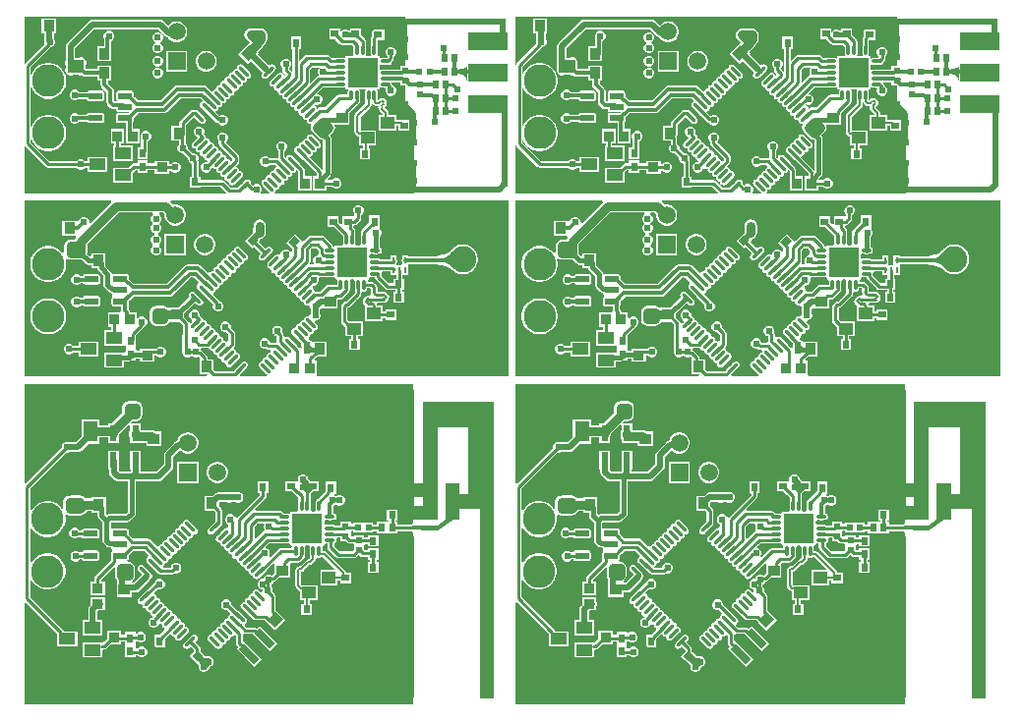
<source format=gtl>
G04*
G04 #@! TF.GenerationSoftware,Altium Limited,Altium Designer,22.10.1 (41)*
G04*
G04 Layer_Physical_Order=1*
G04 Layer_Color=255*
%FSTAX24Y24*%
%MOIN*%
G70*
G04*
G04 #@! TF.SameCoordinates,66E382E7-BC4A-4C08-8AB3-1FD61AD418E8*
G04*
G04*
G04 #@! TF.FilePolarity,Positive*
G04*
G01*
G75*
%ADD10R,0.0252X0.0236*%
G04:AMPARAMS|DCode=11|XSize=11.8mil|YSize=47.2mil|CornerRadius=0mil|HoleSize=0mil|Usage=FLASHONLY|Rotation=135.000|XOffset=0mil|YOffset=0mil|HoleType=Round|Shape=Round|*
%AMOVALD11*
21,1,0.0354,0.0118,0.0000,0.0000,225.0*
1,1,0.0118,0.0125,0.0125*
1,1,0.0118,-0.0125,-0.0125*
%
%ADD11OVALD11*%

G04:AMPARAMS|DCode=12|XSize=11.8mil|YSize=47.2mil|CornerRadius=0mil|HoleSize=0mil|Usage=FLASHONLY|Rotation=225.000|XOffset=0mil|YOffset=0mil|HoleType=Round|Shape=Round|*
%AMOVALD12*
21,1,0.0354,0.0118,0.0000,0.0000,315.0*
1,1,0.0118,-0.0125,0.0125*
1,1,0.0118,0.0125,-0.0125*
%
%ADD12OVALD12*%

%ADD13R,0.0236X0.0295*%
G04:AMPARAMS|DCode=14|XSize=47.6mil|YSize=23.2mil|CornerRadius=2.9mil|HoleSize=0mil|Usage=FLASHONLY|Rotation=0.000|XOffset=0mil|YOffset=0mil|HoleType=Round|Shape=RoundedRectangle|*
%AMROUNDEDRECTD14*
21,1,0.0476,0.0174,0,0,0.0*
21,1,0.0418,0.0232,0,0,0.0*
1,1,0.0058,0.0209,-0.0087*
1,1,0.0058,-0.0209,-0.0087*
1,1,0.0058,-0.0209,0.0087*
1,1,0.0058,0.0209,0.0087*
%
%ADD14ROUNDEDRECTD14*%
%ADD15R,0.0236X0.0252*%
%ADD16R,0.0394X0.0354*%
%ADD17R,0.0472X0.0394*%
%ADD18R,0.0197X0.0236*%
%ADD19R,0.0236X0.0197*%
%ADD20R,0.0354X0.0394*%
G04:AMPARAMS|DCode=21|XSize=23.6mil|YSize=74.8mil|CornerRadius=0mil|HoleSize=0mil|Usage=FLASHONLY|Rotation=45.000|XOffset=0mil|YOffset=0mil|HoleType=Round|Shape=Rectangle|*
%AMROTATEDRECTD21*
4,1,4,0.0181,-0.0348,-0.0348,0.0181,-0.0181,0.0348,0.0348,-0.0181,0.0181,-0.0348,0.0*
%
%ADD21ROTATEDRECTD21*%

G04:AMPARAMS|DCode=22|XSize=15.7mil|YSize=74.8mil|CornerRadius=0mil|HoleSize=0mil|Usage=FLASHONLY|Rotation=45.000|XOffset=0mil|YOffset=0mil|HoleType=Round|Shape=Rectangle|*
%AMROTATEDRECTD22*
4,1,4,0.0209,-0.0320,-0.0320,0.0209,-0.0209,0.0320,0.0320,-0.0209,0.0209,-0.0320,0.0*
%
%ADD22ROTATEDRECTD22*%

G04:AMPARAMS|DCode=23|XSize=39.4mil|YSize=35.4mil|CornerRadius=0mil|HoleSize=0mil|Usage=FLASHONLY|Rotation=45.000|XOffset=0mil|YOffset=0mil|HoleType=Round|Shape=Rectangle|*
%AMROTATEDRECTD23*
4,1,4,-0.0014,-0.0264,-0.0264,-0.0014,0.0014,0.0264,0.0264,0.0014,-0.0014,-0.0264,0.0*
%
%ADD23ROTATEDRECTD23*%

G04:AMPARAMS|DCode=24|XSize=25.2mil|YSize=23.6mil|CornerRadius=0mil|HoleSize=0mil|Usage=FLASHONLY|Rotation=135.000|XOffset=0mil|YOffset=0mil|HoleType=Round|Shape=Rectangle|*
%AMROTATEDRECTD24*
4,1,4,0.0173,-0.0006,0.0006,-0.0173,-0.0173,0.0006,-0.0006,0.0173,0.0173,-0.0006,0.0*
%
%ADD24ROTATEDRECTD24*%

%ADD25R,0.0374X0.0335*%
G04:AMPARAMS|DCode=26|XSize=31.9mil|YSize=10.2mil|CornerRadius=1.3mil|HoleSize=0mil|Usage=FLASHONLY|Rotation=90.000|XOffset=0mil|YOffset=0mil|HoleType=Round|Shape=RoundedRectangle|*
%AMROUNDEDRECTD26*
21,1,0.0319,0.0077,0,0,90.0*
21,1,0.0293,0.0102,0,0,90.0*
1,1,0.0026,0.0038,0.0147*
1,1,0.0026,0.0038,-0.0147*
1,1,0.0026,-0.0038,-0.0147*
1,1,0.0026,-0.0038,0.0147*
%
%ADD26ROUNDEDRECTD26*%
G04:AMPARAMS|DCode=27|XSize=31.9mil|YSize=10.2mil|CornerRadius=1.3mil|HoleSize=0mil|Usage=FLASHONLY|Rotation=0.000|XOffset=0mil|YOffset=0mil|HoleType=Round|Shape=RoundedRectangle|*
%AMROUNDEDRECTD27*
21,1,0.0319,0.0077,0,0,0.0*
21,1,0.0293,0.0102,0,0,0.0*
1,1,0.0026,0.0147,-0.0038*
1,1,0.0026,-0.0147,-0.0038*
1,1,0.0026,-0.0147,0.0038*
1,1,0.0026,0.0147,0.0038*
%
%ADD27ROUNDEDRECTD27*%
%ADD28R,0.1024X0.1024*%
%ADD29R,0.0118X0.5512*%
%ADD30R,0.0394X0.0181*%
%ADD31R,0.0197X0.0472*%
%ADD32R,0.0118X0.4409*%
%ADD33R,0.0551X0.0394*%
%ADD34R,0.0236X0.0520*%
%ADD35R,0.0484X0.0709*%
%ADD36C,0.0300*%
%ADD37C,0.0150*%
%ADD38C,0.0200*%
%ADD39C,0.0100*%
%ADD40C,0.0109*%
%ADD41C,0.0111*%
%ADD42C,0.0111*%
%ADD43C,0.0130*%
%ADD44C,0.0080*%
%ADD45C,0.0109*%
%ADD46R,0.0295X0.0236*%
%ADD47R,0.1378X0.0591*%
%ADD48R,0.0335X0.0374*%
%ADD49C,0.0148*%
%ADD50C,0.0119*%
%ADD51C,0.0148*%
%ADD52C,0.0118*%
%ADD53C,0.0118*%
%ADD54R,0.0236X0.0295*%
%ADD55R,0.0252X0.0236*%
G04:AMPARAMS|DCode=56|XSize=47.6mil|YSize=23.2mil|CornerRadius=2.9mil|HoleSize=0mil|Usage=FLASHONLY|Rotation=360.000|XOffset=0mil|YOffset=0mil|HoleType=Round|Shape=RoundedRectangle|*
%AMROUNDEDRECTD56*
21,1,0.0476,0.0174,0,0,360.0*
21,1,0.0418,0.0232,0,0,360.0*
1,1,0.0058,0.0209,-0.0087*
1,1,0.0058,-0.0209,-0.0087*
1,1,0.0058,-0.0209,0.0087*
1,1,0.0058,0.0209,0.0087*
%
%ADD56ROUNDEDRECTD56*%
G04:AMPARAMS|DCode=57|XSize=31.9mil|YSize=10.2mil|CornerRadius=1.3mil|HoleSize=0mil|Usage=FLASHONLY|Rotation=360.000|XOffset=0mil|YOffset=0mil|HoleType=Round|Shape=RoundedRectangle|*
%AMROUNDEDRECTD57*
21,1,0.0319,0.0077,0,0,360.0*
21,1,0.0293,0.0102,0,0,360.0*
1,1,0.0026,0.0147,-0.0038*
1,1,0.0026,-0.0147,-0.0038*
1,1,0.0026,-0.0147,0.0038*
1,1,0.0026,0.0147,0.0038*
%
%ADD57ROUNDEDRECTD57*%
%ADD58R,0.1024X0.1024*%
%ADD59R,0.0394X0.0354*%
%ADD60R,0.0098X0.0217*%
G04:AMPARAMS|DCode=61|XSize=23.6mil|YSize=29.5mil|CornerRadius=0mil|HoleSize=0mil|Usage=FLASHONLY|Rotation=315.000|XOffset=0mil|YOffset=0mil|HoleType=Round|Shape=Rectangle|*
%AMROTATEDRECTD61*
4,1,4,-0.0188,-0.0021,0.0021,0.0188,0.0188,0.0021,-0.0021,-0.0188,-0.0188,-0.0021,0.0*
%
%ADD61ROTATEDRECTD61*%

G04:AMPARAMS|DCode=62|XSize=25.2mil|YSize=23.6mil|CornerRadius=0mil|HoleSize=0mil|Usage=FLASHONLY|Rotation=45.000|XOffset=0mil|YOffset=0mil|HoleType=Round|Shape=Rectangle|*
%AMROTATEDRECTD62*
4,1,4,-0.0006,-0.0173,-0.0173,-0.0006,0.0006,0.0173,0.0173,0.0006,-0.0006,-0.0173,0.0*
%
%ADD62ROTATEDRECTD62*%

%ADD63C,0.1102*%
%ADD64R,0.0594X0.0594*%
%ADD65C,0.0594*%
%ADD66C,0.0240*%
%ADD67C,0.1004*%
%ADD68C,0.0886*%
G36*
X033563Y025672D02*
X033385D01*
Y025562D01*
X032881D01*
X032836Y025553D01*
X032735D01*
X032706Y025547D01*
X032685Y025534D01*
Y025741D01*
X032706Y025727D01*
X032735Y025722D01*
X033028D01*
X033056Y025727D01*
X03308Y025743D01*
X033096Y025767D01*
X033102Y025796D01*
Y025821D01*
X033143Y025861D01*
X033143Y025861D01*
X033167Y025898D01*
X033176Y025941D01*
X033176Y025941D01*
Y025998D01*
X033216Y026039D01*
X033244Y026105D01*
Y026176D01*
X033216Y026243D01*
X033165Y026293D01*
X033099Y026321D01*
X033028D01*
X032961Y026293D01*
X032911Y026243D01*
X032883Y026176D01*
Y026105D01*
X032911Y026039D01*
X032951Y025998D01*
Y025987D01*
X032911Y025947D01*
X032911Y025947D01*
X032735D01*
X032706Y025941D01*
X032685Y025927D01*
Y026012D01*
X0326D01*
X032614Y026033D01*
X03262Y026062D01*
Y026314D01*
X03262Y026318D01*
X03262Y026321D01*
Y026355D01*
X032619Y026357D01*
Y026562D01*
X032845D01*
Y026919D01*
X032429D01*
Y026692D01*
X032428Y02669D01*
X032404Y026654D01*
X032395Y026611D01*
X032395Y026611D01*
Y026357D01*
X032395Y026355D01*
Y026062D01*
X0324Y026033D01*
X032414Y026012D01*
X032206D01*
X03222Y026033D01*
X032226Y026062D01*
Y026355D01*
X032226Y026357D01*
Y026517D01*
X032217Y02656D01*
X032193Y026597D01*
X032193Y026597D01*
X032049Y02674D01*
Y026945D01*
X031677D01*
Y026892D01*
X031617D01*
X031615Y026893D01*
X031549Y026921D01*
X031478D01*
X031411Y026893D01*
X031361Y026843D01*
X031349Y026815D01*
Y026945D01*
X030977D01*
Y026589D01*
X031189D01*
X031204Y026566D01*
X031341Y026429D01*
X031341Y026429D01*
X031377Y026405D01*
X03142Y026396D01*
X03142Y026396D01*
X031732D01*
X031803Y026325D01*
Y026209D01*
X031803Y026209D01*
X031804Y026206D01*
Y026062D01*
X03181Y026033D01*
X031824Y026012D01*
X031542D01*
Y025927D01*
X031521Y025941D01*
X031492Y025947D01*
X031199D01*
X031197Y025946D01*
X031066D01*
X030993Y02602D01*
X030956Y026044D01*
X030913Y026053D01*
X030913Y026053D01*
X030213D01*
X030213Y026053D01*
X030171Y026044D01*
X030134Y02602D01*
X030134Y02602D01*
X029966Y025851D01*
Y026257D01*
X030042D01*
Y026672D01*
X029685D01*
Y026257D01*
X029741D01*
Y025345D01*
X029734Y025338D01*
X029736Y025347D01*
X029736Y025347D01*
Y02543D01*
X029736Y02543D01*
X029728Y025473D01*
X029703Y025509D01*
X029703Y025509D01*
X029626Y025587D01*
Y025598D01*
X029666Y025639D01*
X029694Y025705D01*
Y025776D01*
X029666Y025843D01*
X029615Y025893D01*
X029549Y025921D01*
X029478D01*
X029411Y025893D01*
X029361Y025843D01*
X029333Y025776D01*
Y025705D01*
X029361Y025639D01*
X029401Y025598D01*
Y025541D01*
X029401Y025541D01*
X02941Y025498D01*
X029434Y025461D01*
X029507Y025389D01*
X029456Y025337D01*
X029447Y025383D01*
X029421Y025422D01*
X029381Y025448D01*
X029335Y025458D01*
X029288Y025448D01*
X029249Y025422D01*
X028998Y025171D01*
X028972Y025132D01*
X028963Y025086D01*
X028972Y025039D01*
X028998Y025D01*
X029038Y024973D01*
X029084Y024964D01*
X029106Y024969D01*
X029102Y024946D01*
X029111Y0249D01*
X029138Y024861D01*
X029177Y024834D01*
X029223Y024825D01*
X029246Y024829D01*
X029241Y024807D01*
X02925Y024761D01*
X029277Y024721D01*
X029316Y024695D01*
X029363Y024686D01*
X029385Y02469D01*
X02938Y024668D01*
X02939Y024622D01*
X029416Y024582D01*
X029455Y024556D01*
X029502Y024547D01*
X029524Y024551D01*
X02952Y024529D01*
X029529Y024482D01*
X029555Y024443D01*
X029594Y024417D01*
X029641Y024407D01*
X029663Y024412D01*
X029659Y02439D01*
X029668Y024343D01*
X029694Y024304D01*
X029734Y024277D01*
X02978Y024268D01*
X029802Y024273D01*
X029798Y02425D01*
X029807Y024204D01*
X029833Y024165D01*
X029873Y024138D01*
X029919Y024129D01*
X029942Y024133D01*
X029937Y024111D01*
X029946Y024065D01*
X029973Y024025D01*
X030012Y023999D01*
X030059Y02399D01*
X030081Y023994D01*
X030076Y023972D01*
X030086Y023926D01*
X030112Y023886D01*
X030151Y02386D01*
X030198Y023851D01*
X03022Y023855D01*
X030216Y023833D01*
X030225Y023786D01*
X030251Y023747D01*
X03029Y023721D01*
X030337Y023711D01*
X030383Y023721D01*
X03041Y023738D01*
X030366Y023672D01*
X030349Y023591D01*
X030366Y023509D01*
X030412Y023439D01*
X030612Y023239D01*
X030682Y023193D01*
X030757Y023178D01*
X030776Y023159D01*
Y022109D01*
X030773Y022124D01*
X030749Y02216D01*
X030749Y02216D01*
X03031Y022598D01*
X030356Y022607D01*
X030395Y022633D01*
X030421Y022673D01*
X03043Y022719D01*
X030426Y022742D01*
X030448Y022737D01*
X030495Y022746D01*
X030534Y022773D01*
X03056Y022812D01*
X03057Y022858D01*
X030565Y022881D01*
X030587Y022876D01*
X030634Y022886D01*
X030673Y022912D01*
X0307Y022951D01*
X030709Y022998D01*
X0307Y023044D01*
X030673Y023084D01*
X030423Y023334D01*
X030383Y02336D01*
X030337Y02337D01*
X03029Y02336D01*
X030251Y023334D01*
X030225Y023295D01*
X030216Y023248D01*
X03022Y023226D01*
X030198Y02323D01*
X030151Y023221D01*
X030112Y023195D01*
X030086Y023155D01*
X030076Y023109D01*
X030081Y023087D01*
X030059Y023091D01*
X030012Y023082D01*
X029973Y023056D01*
X029946Y023016D01*
X029937Y02297D01*
X029942Y022948D01*
X029919Y022952D01*
X029873Y022943D01*
X029833Y022916D01*
X029807Y022877D01*
X029798Y022831D01*
X029807Y022784D01*
X029833Y022745D01*
X030084Y022494D01*
X030123Y022468D01*
X030557Y022034D01*
Y021938D01*
X030442D01*
Y021444D01*
X030897D01*
Y021578D01*
X031071D01*
X031111Y021538D01*
X031178Y02151D01*
X031249D01*
X031315Y021538D01*
X031366Y021589D01*
X031394Y021655D01*
Y021726D01*
X031366Y021793D01*
X031315Y021843D01*
X031249Y021871D01*
X031178D01*
X031111Y021843D01*
X031071Y021803D01*
X030897D01*
Y021829D01*
X031011Y021943D01*
X031011Y021943D01*
X031029Y02197D01*
X031041Y021988D01*
X031051Y022041D01*
Y023216D01*
X031041Y023269D01*
X031011Y023313D01*
X031Y023324D01*
X031115Y023439D01*
X031115Y023439D01*
X031161Y023509D01*
X031178Y023591D01*
X031162Y023669D01*
X03167D01*
Y024023D01*
X031672Y024033D01*
X031672Y024033D01*
Y024091D01*
X031995Y024413D01*
X031995Y024413D01*
X032019Y02445D01*
X032028Y024492D01*
X032028Y024493D01*
Y024518D01*
X032029Y024526D01*
Y024819D01*
X032024Y024848D01*
X03201Y024869D01*
X032217D01*
X032203Y024848D01*
X032198Y024819D01*
Y024526D01*
X032203Y024498D01*
X032208Y02449D01*
Y024407D01*
X031871Y024069D01*
X031848Y024036D01*
X031841Y023997D01*
Y023435D01*
X031848Y023396D01*
X031871Y023363D01*
X031917Y023316D01*
X03195Y023294D01*
X031983Y023287D01*
Y022978D01*
X032111D01*
Y022877D01*
X032012D01*
Y022505D01*
X032368D01*
Y022877D01*
X032315D01*
Y022978D01*
X032575D01*
Y023491D01*
X032045D01*
Y023955D01*
X032382Y024293D01*
X032405Y024326D01*
X032412Y024365D01*
Y02448D01*
X032416Y024474D01*
Y024471D01*
X032424Y024432D01*
X032446Y024399D01*
X032462Y024383D01*
X03249Y024355D01*
X03249Y024355D01*
X032489Y024353D01*
X032489Y024353D01*
X032548Y024314D01*
X032619Y0243D01*
X032645Y024305D01*
X03264Y024278D01*
X032654Y024208D01*
X032694Y024148D01*
X032694Y024148D01*
X032695Y024149D01*
X032695Y024149D01*
X032804Y024041D01*
Y024003D01*
X032652D01*
Y02349D01*
X033244D01*
Y023644D01*
X033327D01*
Y023486D01*
X033699D01*
Y023842D01*
X033456D01*
X033423Y023848D01*
X033244D01*
Y024003D01*
X033008D01*
Y024083D01*
X033Y024122D01*
X032978Y024155D01*
X032855Y024278D01*
X032887Y024311D01*
X032888Y02431D01*
X032925Y024364D01*
X032937Y024429D01*
X032925Y024493D01*
X032888Y024548D01*
X032888Y024548D01*
X032888D01*
Y024548D01*
X032834Y024584D01*
X032769Y024597D01*
X032705Y024584D01*
X03265Y024548D01*
Y024548D01*
X032651Y024547D01*
X032651Y024547D01*
X03262Y024516D01*
Y024662D01*
X03262Y024663D01*
Y024819D01*
X032614Y024848D01*
X0326Y024869D01*
X032685D01*
Y024954D01*
X032706Y02494D01*
X032735Y024934D01*
X032836D01*
X032881Y024925D01*
X032904D01*
X032883Y024876D01*
Y024805D01*
X032911Y024739D01*
X032961Y024688D01*
X033028Y02466D01*
X033099D01*
X033165Y024688D01*
X033216Y024739D01*
X033244Y024805D01*
Y024876D01*
X033216Y024943D01*
X033165Y024993D01*
X033159Y024996D01*
X033154Y025019D01*
X033153Y025026D01*
X033126Y025066D01*
X033126Y025066D01*
X033101Y025091D01*
X033096Y025114D01*
X033091Y025122D01*
X033385D01*
Y025009D01*
X033563D01*
Y024391D01*
X033863Y024091D01*
Y021362D01*
X029115D01*
X029142Y021381D01*
X029168Y02142D01*
X029178Y021467D01*
X029173Y021489D01*
X029196Y021484D01*
X029242Y021494D01*
X029281Y02152D01*
X029308Y021559D01*
X029317Y021606D01*
X029312Y021628D01*
X029335Y021624D01*
X029381Y021633D01*
X029421Y021659D01*
X029447Y021698D01*
X029456Y021745D01*
X029452Y021767D01*
X029474Y021763D01*
X02952Y021772D01*
X02956Y021798D01*
X029586Y021838D01*
X029595Y021884D01*
X029591Y021906D01*
X029613Y021902D01*
X02966Y021911D01*
X029699Y021937D01*
X029725Y021977D01*
X029734Y022023D01*
X02973Y022046D01*
X029752Y022041D01*
X029799Y02205D01*
X029838Y022077D01*
X029864Y022116D01*
X029873Y022161D01*
X029928Y022106D01*
Y021808D01*
X029928Y021808D01*
X02993Y021797D01*
Y021444D01*
X030385D01*
Y021938D01*
X030152D01*
Y022153D01*
X030152Y022153D01*
X030144Y022196D01*
X03012Y022232D01*
X03012Y022232D01*
X030004Y022348D01*
X029977Y022388D01*
X029727Y022638D01*
X029687Y022664D01*
X029641Y022674D01*
X029594Y022664D01*
X029555Y022638D01*
X029529Y022599D01*
X02952Y022554D01*
X029476Y022598D01*
Y022798D01*
X029516Y022839D01*
X029544Y022905D01*
Y022976D01*
X029516Y023043D01*
X029465Y023093D01*
X029399Y023121D01*
X029328D01*
X029261Y023093D01*
X029211Y023043D01*
X029183Y022976D01*
Y022905D01*
X029211Y022839D01*
X029251Y022798D01*
Y022551D01*
X029251Y022551D01*
X029255Y022533D01*
X029239Y022544D01*
X029196Y022553D01*
X029196Y022553D01*
X028956D01*
X028915Y022593D01*
X028849Y022621D01*
X028778D01*
X028711Y022593D01*
X028661Y022543D01*
X028633Y022476D01*
Y022405D01*
X028661Y022339D01*
X028711Y022288D01*
X028778Y02226D01*
X028849D01*
X028915Y022288D01*
X028956Y022328D01*
X029149D01*
X029222Y022256D01*
X029177Y022247D01*
X029138Y022221D01*
X029111Y022181D01*
X029102Y022135D01*
X029106Y022112D01*
X029084Y022117D01*
X029038Y022108D01*
X028998Y022081D01*
X028972Y022042D01*
X028963Y021995D01*
X028967Y021973D01*
X028945Y021978D01*
X028899Y021968D01*
X028859Y021942D01*
X028833Y021903D01*
X028824Y021856D01*
X028828Y021834D01*
X028806Y021838D01*
X028759Y021829D01*
X02872Y021803D01*
X028694Y021764D01*
X028684Y021717D01*
X028694Y021671D01*
X02872Y021631D01*
X02897Y021381D01*
X028998Y021362D01*
X02864D01*
X028666Y021389D01*
X028694Y021455D01*
Y021526D01*
X028666Y021593D01*
X028615Y021643D01*
X028549Y021671D01*
X028478D01*
X028411Y021643D01*
X028398Y02163D01*
X028397D01*
X028337Y021689D01*
X028343Y021717D01*
X028333Y021764D01*
X028307Y021803D01*
X028268Y021829D01*
X028221Y021838D01*
X028175Y021829D01*
X028135Y021803D01*
X027885Y021552D01*
X027882Y021549D01*
X027652D01*
X027431Y02177D01*
X027394Y021794D01*
X027351Y021803D01*
X027351Y021803D01*
X026615D01*
Y021927D01*
X026549D01*
Y022429D01*
X026549Y022429D01*
X02654Y022472D01*
X026534Y022482D01*
X026544Y022505D01*
Y022576D01*
X026516Y022643D01*
X026465Y022693D01*
X026399Y022721D01*
X026342D01*
X026194Y022869D01*
Y022926D01*
X026166Y022993D01*
X026119Y02304D01*
Y023263D01*
X026119Y023263D01*
X026116Y023274D01*
Y023297D01*
X026117Y023298D01*
X026126Y023341D01*
Y023694D01*
X026391Y02396D01*
X026604Y023747D01*
X026644Y023721D01*
X02669Y023711D01*
X026736Y023721D01*
X026776Y023747D01*
X026802Y023786D01*
X026811Y023833D01*
X026802Y023879D01*
X026776Y023919D01*
X026525Y024169D01*
X026486Y024196D01*
X026439Y024205D01*
X026393Y024196D01*
X026388Y024192D01*
X026353D01*
X026353Y024192D01*
X02631Y024184D01*
X026274Y024159D01*
X026274Y024159D01*
X025934Y02382D01*
X02591Y023783D01*
X025901Y023741D01*
X025901Y023741D01*
Y023647D01*
X025642D01*
Y023134D01*
X025894D01*
Y023026D01*
X025861Y022993D01*
X025833Y022926D01*
Y022855D01*
X025861Y022789D01*
X025911Y022738D01*
X025978Y02271D01*
X026035D01*
X026183Y022562D01*
Y022505D01*
X026211Y022439D01*
X026261Y022388D01*
X026325Y022362D01*
Y021927D01*
X026259D01*
Y021555D01*
X026615D01*
Y021578D01*
X027305D01*
X027521Y021362D01*
X020654D01*
Y023028D01*
X02066Y022998D01*
X020684Y022961D01*
X021384Y022261D01*
X021384Y022261D01*
X021421Y022237D01*
X021463Y022228D01*
X021463Y022228D01*
X022421D01*
X022461Y022188D01*
X022528Y02216D01*
X022599D01*
X022665Y022188D01*
X022706Y022228D01*
X022795D01*
Y022084D01*
X023466D01*
Y022597D01*
X022795D01*
Y022453D01*
X022706D01*
X022665Y022493D01*
X022599Y022521D01*
X022528D01*
X022461Y022493D01*
X022421Y022453D01*
X02151D01*
X020876Y023087D01*
Y023212D01*
X020916Y023115D01*
X020982Y023015D01*
X021068Y02293D01*
X021168Y022863D01*
X021279Y022817D01*
X021397Y022794D01*
X021517D01*
X021635Y022817D01*
X021747Y022863D01*
X021847Y02293D01*
X021932Y023015D01*
X021999Y023115D01*
X022045Y023226D01*
X022068Y023345D01*
Y023465D01*
X022045Y023583D01*
X021999Y023694D01*
X021932Y023794D01*
X021847Y023879D01*
X021747Y023946D01*
X021635Y023992D01*
X021517Y024016D01*
X021397D01*
X021279Y023992D01*
X021168Y023946D01*
X021068Y023879D01*
X020982Y023794D01*
X020916Y023694D01*
X020876Y023598D01*
Y024983D01*
X020916Y024887D01*
X020982Y024787D01*
X021068Y024702D01*
X021168Y024635D01*
X021279Y024589D01*
X021397Y024565D01*
X021517D01*
X021635Y024589D01*
X021747Y024635D01*
X021847Y024702D01*
X021932Y024787D01*
X021999Y024887D01*
X022045Y024998D01*
X022068Y025116D01*
Y025237D01*
X022045Y025355D01*
X021999Y025466D01*
X021932Y025566D01*
X021847Y025651D01*
X021747Y025718D01*
X021635Y025764D01*
X021517Y025788D01*
X021397D01*
X021279Y025764D01*
X021168Y025718D01*
X021068Y025651D01*
X020982Y025566D01*
X020916Y025466D01*
X020876Y025369D01*
Y025644D01*
X021542Y02631D01*
X021549D01*
X021615Y026338D01*
X021666Y026389D01*
X021694Y026455D01*
Y026526D01*
X021669Y026586D01*
Y026784D01*
X021716D01*
Y027297D01*
X021242D01*
Y026784D01*
X021343D01*
Y026549D01*
X021333Y026526D01*
Y026455D01*
X021344Y02643D01*
X020684Y02577D01*
X02066Y025733D01*
X020654Y025703D01*
Y027338D01*
X033563D01*
Y025672D01*
D02*
G37*
G36*
X01691D02*
X016732D01*
Y025562D01*
X016228D01*
X016182Y025553D01*
X016081D01*
X016053Y025547D01*
X016032Y025534D01*
Y025741D01*
X016053Y025727D01*
X016081Y025722D01*
X016374D01*
X016403Y025727D01*
X016427Y025743D01*
X016443Y025767D01*
X016449Y025796D01*
Y025821D01*
X016489Y025861D01*
X016489Y025861D01*
X016514Y025898D01*
X016522Y025941D01*
X016522Y025941D01*
Y025998D01*
X016563Y026039D01*
X01659Y026105D01*
Y026176D01*
X016563Y026243D01*
X016512Y026293D01*
X016446Y026321D01*
X016374D01*
X016308Y026293D01*
X016257Y026243D01*
X01623Y026176D01*
Y026105D01*
X016257Y026039D01*
X016298Y025998D01*
Y025987D01*
X016258Y025947D01*
X016258Y025947D01*
X016081D01*
X016053Y025941D01*
X016032Y025927D01*
Y026012D01*
X015947D01*
X015961Y026033D01*
X015966Y026062D01*
Y026314D01*
X015967Y026318D01*
X015966Y026321D01*
Y026355D01*
X015966Y026357D01*
Y026562D01*
X016191D01*
Y026919D01*
X015776D01*
Y026692D01*
X015774Y02669D01*
X01575Y026654D01*
X015741Y026611D01*
X015741Y026611D01*
Y026357D01*
X015741Y026355D01*
Y026062D01*
X015747Y026033D01*
X015761Y026012D01*
X015553D01*
X015567Y026033D01*
X015573Y026062D01*
Y026355D01*
X015572Y026357D01*
Y026517D01*
X015564Y02656D01*
X015539Y026597D01*
X015539Y026597D01*
X015396Y02674D01*
Y026945D01*
X015024D01*
Y026892D01*
X014964D01*
X014962Y026893D01*
X014896Y026921D01*
X014824D01*
X014758Y026893D01*
X014707Y026843D01*
X014696Y026815D01*
Y026945D01*
X014324D01*
Y026589D01*
X014535D01*
X014551Y026566D01*
X014688Y026429D01*
X014688Y026429D01*
X014724Y026405D01*
X014767Y026396D01*
X014767Y026396D01*
X015078D01*
X01515Y026325D01*
Y026209D01*
X01515Y026209D01*
X01515Y026206D01*
Y026062D01*
X015156Y026033D01*
X01517Y026012D01*
X014888D01*
Y025927D01*
X014867Y025941D01*
X014839Y025947D01*
X014546D01*
X014543Y025946D01*
X014413D01*
X014339Y02602D01*
X014303Y026044D01*
X01426Y026053D01*
X01426Y026053D01*
X01356D01*
X01356Y026053D01*
X013517Y026044D01*
X013481Y02602D01*
X013481Y02602D01*
X013312Y025851D01*
Y026257D01*
X013388D01*
Y026672D01*
X013032D01*
Y026257D01*
X013088D01*
Y025345D01*
X013081Y025338D01*
X013083Y025347D01*
X013083Y025347D01*
Y02543D01*
X013083Y02543D01*
X013074Y025473D01*
X01305Y025509D01*
X01305Y025509D01*
X012972Y025587D01*
Y025598D01*
X013013Y025639D01*
X01304Y025705D01*
Y025776D01*
X013013Y025843D01*
X012962Y025893D01*
X012896Y025921D01*
X012824D01*
X012758Y025893D01*
X012707Y025843D01*
X01268Y025776D01*
Y025705D01*
X012707Y025639D01*
X012748Y025598D01*
Y025541D01*
X012748Y025541D01*
X012756Y025498D01*
X012781Y025461D01*
X012853Y025389D01*
X012802Y025337D01*
X012793Y025383D01*
X012767Y025422D01*
X012728Y025448D01*
X012681Y025458D01*
X012635Y025448D01*
X012595Y025422D01*
X012345Y025171D01*
X012318Y025132D01*
X012309Y025086D01*
X012318Y025039D01*
X012345Y025D01*
X012384Y024973D01*
X012431Y024964D01*
X012453Y024969D01*
X012448Y024946D01*
X012458Y0249D01*
X012484Y024861D01*
X012523Y024834D01*
X01257Y024825D01*
X012592Y024829D01*
X012588Y024807D01*
X012597Y024761D01*
X012623Y024721D01*
X012663Y024695D01*
X012709Y024686D01*
X012731Y02469D01*
X012727Y024668D01*
X012736Y024622D01*
X012762Y024582D01*
X012802Y024556D01*
X012848Y024547D01*
X01287Y024551D01*
X012866Y024529D01*
X012875Y024482D01*
X012902Y024443D01*
X012941Y024417D01*
X012987Y024407D01*
X01301Y024412D01*
X013005Y02439D01*
X013014Y024343D01*
X013041Y024304D01*
X01308Y024277D01*
X013127Y024268D01*
X013149Y024273D01*
X013144Y02425D01*
X013154Y024204D01*
X01318Y024165D01*
X013219Y024138D01*
X013266Y024129D01*
X013288Y024133D01*
X013284Y024111D01*
X013293Y024065D01*
X013319Y024025D01*
X013359Y023999D01*
X013405Y02399D01*
X013427Y023994D01*
X013423Y023972D01*
X013432Y023926D01*
X013458Y023886D01*
X013498Y02386D01*
X013544Y023851D01*
X013566Y023855D01*
X013562Y023833D01*
X013571Y023786D01*
X013598Y023747D01*
X013637Y023721D01*
X013683Y023711D01*
X01373Y023721D01*
X013756Y023738D01*
X013712Y023672D01*
X013696Y023591D01*
X013712Y023509D01*
X013759Y023439D01*
X013959Y023239D01*
X014028Y023193D01*
X014104Y023178D01*
X014122Y023159D01*
Y022109D01*
X014119Y022124D01*
X014095Y02216D01*
X014095Y02216D01*
X013657Y022598D01*
X013702Y022607D01*
X013741Y022633D01*
X013768Y022673D01*
X013777Y022719D01*
X013772Y022742D01*
X013795Y022737D01*
X013841Y022746D01*
X013881Y022773D01*
X013907Y022812D01*
X013916Y022858D01*
X013912Y022881D01*
X013934Y022876D01*
X01398Y022886D01*
X01402Y022912D01*
X014046Y022951D01*
X014055Y022998D01*
X014046Y023044D01*
X01402Y023084D01*
X013769Y023334D01*
X01373Y02336D01*
X013683Y02337D01*
X013637Y02336D01*
X013598Y023334D01*
X013571Y023295D01*
X013562Y023248D01*
X013566Y023226D01*
X013544Y02323D01*
X013498Y023221D01*
X013458Y023195D01*
X013432Y023155D01*
X013423Y023109D01*
X013427Y023087D01*
X013405Y023091D01*
X013359Y023082D01*
X013319Y023056D01*
X013293Y023016D01*
X013284Y02297D01*
X013288Y022948D01*
X013266Y022952D01*
X013219Y022943D01*
X01318Y022916D01*
X013154Y022877D01*
X013144Y022831D01*
X013154Y022784D01*
X01318Y022745D01*
X013431Y022494D01*
X01347Y022468D01*
X013904Y022034D01*
Y021938D01*
X013788D01*
Y021444D01*
X014243D01*
Y021578D01*
X014417D01*
X014458Y021538D01*
X014524Y02151D01*
X014596D01*
X014662Y021538D01*
X014713Y021589D01*
X01474Y021655D01*
Y021726D01*
X014713Y021793D01*
X014662Y021843D01*
X014596Y021871D01*
X014524D01*
X014458Y021843D01*
X014417Y021803D01*
X014243D01*
Y021829D01*
X014357Y021943D01*
X014357Y021943D01*
X014375Y02197D01*
X014387Y021988D01*
X014398Y022041D01*
Y023216D01*
X014387Y023269D01*
X014357Y023313D01*
X014346Y023324D01*
X014461Y023439D01*
X014461Y023439D01*
X014508Y023509D01*
X014524Y023591D01*
X014508Y023669D01*
X015017D01*
Y024023D01*
X015019Y024033D01*
X015019Y024033D01*
Y024091D01*
X015341Y024413D01*
X015341Y024413D01*
X015366Y02445D01*
X015374Y024492D01*
X015374Y024493D01*
Y024518D01*
X015376Y024526D01*
Y024819D01*
X01537Y024848D01*
X015356Y024869D01*
X015564D01*
X01555Y024848D01*
X015544Y024819D01*
Y024526D01*
X01555Y024498D01*
X015555Y02449D01*
Y024407D01*
X015217Y024069D01*
X015195Y024036D01*
X015187Y023997D01*
Y023435D01*
X015195Y023396D01*
X015217Y023363D01*
X015264Y023316D01*
X015297Y023294D01*
X015329Y023287D01*
Y022978D01*
X015458D01*
Y022877D01*
X015359D01*
Y022505D01*
X015715D01*
Y022877D01*
X015662D01*
Y022978D01*
X015921D01*
Y023491D01*
X015391D01*
Y023955D01*
X015729Y024293D01*
X015751Y024326D01*
X015759Y024365D01*
Y02448D01*
X015762Y024474D01*
Y024471D01*
X01577Y024432D01*
X015792Y024399D01*
X015808Y024383D01*
X015836Y024355D01*
X015836Y024355D01*
X015835Y024353D01*
X015835Y024353D01*
X015895Y024314D01*
X015965Y0243D01*
X015992Y024305D01*
X015987Y024278D01*
X016001Y024208D01*
X01604Y024148D01*
X01604Y024148D01*
X016041Y024149D01*
X016041Y024149D01*
X01615Y024041D01*
Y024003D01*
X015998D01*
Y02349D01*
X016591D01*
Y023644D01*
X016674D01*
Y023486D01*
X017046D01*
Y023842D01*
X016802D01*
X016769Y023848D01*
X016591D01*
Y024003D01*
X016354D01*
Y024083D01*
X016346Y024122D01*
X016324Y024155D01*
X016201Y024278D01*
X016234Y024311D01*
X016235Y02431D01*
X016271Y024364D01*
X016284Y024429D01*
X016271Y024493D01*
X016235Y024548D01*
X016235Y024548D01*
X016235D01*
Y024548D01*
D01*
X01618Y024584D01*
X016116Y024597D01*
X016051Y024584D01*
X015997Y024548D01*
Y024548D01*
X015998Y024547D01*
X015998Y024547D01*
X015966Y024516D01*
Y024662D01*
X015966Y024663D01*
Y024819D01*
X015961Y024848D01*
X015947Y024869D01*
X016032D01*
Y024954D01*
X016053Y02494D01*
X016081Y024934D01*
X016182D01*
X016228Y024925D01*
X01625D01*
X01623Y024876D01*
Y024805D01*
X016257Y024739D01*
X016308Y024688D01*
X016374Y02466D01*
X016446D01*
X016512Y024688D01*
X016563Y024739D01*
X01659Y024805D01*
Y024876D01*
X016563Y024943D01*
X016512Y024993D01*
X016505Y024996D01*
X016501Y025019D01*
X016499Y025026D01*
X016473Y025066D01*
X016473Y025066D01*
X016447Y025091D01*
X016443Y025114D01*
X016437Y025122D01*
X016732D01*
Y025009D01*
X01691D01*
Y024391D01*
X01721Y024091D01*
Y021362D01*
X012461D01*
X012489Y021381D01*
X012515Y02142D01*
X012524Y021467D01*
X01252Y021489D01*
X012542Y021484D01*
X012588Y021494D01*
X012628Y02152D01*
X012654Y021559D01*
X012663Y021606D01*
X012659Y021628D01*
X012681Y021624D01*
X012728Y021633D01*
X012767Y021659D01*
X012793Y021698D01*
X012803Y021745D01*
X012798Y021767D01*
X01282Y021763D01*
X012867Y021772D01*
X012906Y021798D01*
X012933Y021838D01*
X012942Y021884D01*
X012937Y021906D01*
X01296Y021902D01*
X013006Y021911D01*
X013045Y021937D01*
X013072Y021977D01*
X013081Y022023D01*
X013077Y022046D01*
X013099Y022041D01*
X013145Y02205D01*
X013185Y022077D01*
X013211Y022116D01*
X01322Y022161D01*
X013275Y022106D01*
Y021808D01*
X013275Y021808D01*
X013277Y021797D01*
Y021444D01*
X013731D01*
Y021938D01*
X013499D01*
Y022153D01*
X013499Y022153D01*
X01349Y022196D01*
X013466Y022232D01*
X013466Y022232D01*
X01335Y022348D01*
X013324Y022388D01*
X013073Y022638D01*
X013034Y022664D01*
X012987Y022674D01*
X012941Y022664D01*
X012902Y022638D01*
X012875Y022599D01*
X012866Y022554D01*
X012822Y022598D01*
Y022798D01*
X012863Y022839D01*
X01289Y022905D01*
Y022976D01*
X012863Y023043D01*
X012812Y023093D01*
X012746Y023121D01*
X012674D01*
X012608Y023093D01*
X012557Y023043D01*
X01253Y022976D01*
Y022905D01*
X012557Y022839D01*
X012598Y022798D01*
Y022551D01*
X012598Y022551D01*
X012601Y022533D01*
X012585Y022544D01*
X012542Y022553D01*
X012542Y022553D01*
X012302D01*
X012262Y022593D01*
X012196Y022621D01*
X012124D01*
X012058Y022593D01*
X012007Y022543D01*
X01198Y022476D01*
Y022405D01*
X012007Y022339D01*
X012058Y022288D01*
X012124Y02226D01*
X012196D01*
X012262Y022288D01*
X012302Y022328D01*
X012496D01*
X012568Y022256D01*
X012523Y022247D01*
X012484Y022221D01*
X012458Y022181D01*
X012448Y022135D01*
X012453Y022112D01*
X012431Y022117D01*
X012384Y022108D01*
X012345Y022081D01*
X012318Y022042D01*
X012309Y021995D01*
X012314Y021973D01*
X012291Y021978D01*
X012245Y021968D01*
X012206Y021942D01*
X012179Y021903D01*
X01217Y021856D01*
X012174Y021834D01*
X012152Y021838D01*
X012106Y021829D01*
X012066Y021803D01*
X01204Y021764D01*
X012031Y021717D01*
X01204Y021671D01*
X012066Y021631D01*
X012317Y021381D01*
X012344Y021362D01*
X011986D01*
X012013Y021389D01*
X01204Y021455D01*
Y021526D01*
X012013Y021593D01*
X011962Y021643D01*
X011896Y021671D01*
X011824D01*
X011758Y021643D01*
X011744Y02163D01*
X011743D01*
X011683Y021689D01*
X011689Y021717D01*
X01168Y021764D01*
X011653Y021803D01*
X011614Y021829D01*
X011568Y021838D01*
X011521Y021829D01*
X011482Y021803D01*
X011231Y021552D01*
X011229Y021549D01*
X010998D01*
X010777Y02177D01*
X010741Y021794D01*
X010698Y021803D01*
X010698Y021803D01*
X009961D01*
Y021927D01*
X009895D01*
Y022429D01*
X009895Y022429D01*
X009887Y022472D01*
X00988Y022482D01*
X00989Y022505D01*
Y022576D01*
X009863Y022643D01*
X009812Y022693D01*
X009746Y022721D01*
X009688D01*
X00954Y022869D01*
Y022926D01*
X009513Y022993D01*
X009465Y02304D01*
Y023263D01*
X009465Y023263D01*
X009463Y023274D01*
Y023297D01*
X009464Y023298D01*
X009472Y023341D01*
Y023694D01*
X009738Y02396D01*
X009951Y023747D01*
X00999Y023721D01*
X010036Y023711D01*
X010083Y023721D01*
X010122Y023747D01*
X010149Y023786D01*
X010158Y023833D01*
X010149Y023879D01*
X010122Y023919D01*
X009872Y024169D01*
X009832Y024196D01*
X009786Y024205D01*
X009739Y024196D01*
X009734Y024192D01*
X009699D01*
X009699Y024192D01*
X009656Y024184D01*
X00962Y024159D01*
X00962Y024159D01*
X009281Y02382D01*
X009256Y023783D01*
X009248Y023741D01*
X009248Y023741D01*
Y023647D01*
X008989D01*
Y023134D01*
X009241D01*
Y023026D01*
X009207Y022993D01*
X00918Y022926D01*
Y022855D01*
X009207Y022789D01*
X009258Y022738D01*
X009324Y02271D01*
X009381D01*
X00953Y022562D01*
Y022505D01*
X009557Y022439D01*
X009608Y022388D01*
X009671Y022362D01*
Y021927D01*
X009605D01*
Y021555D01*
X009961D01*
Y021578D01*
X010651D01*
X010867Y021362D01*
X004D01*
Y023028D01*
X004006Y022998D01*
X004031Y022961D01*
X004731Y022261D01*
X004731Y022261D01*
X004767Y022237D01*
X00481Y022228D01*
X00481Y022228D01*
X005767D01*
X005808Y022188D01*
X005874Y02216D01*
X005946D01*
X006012Y022188D01*
X006052Y022228D01*
X006141D01*
Y022084D01*
X006812D01*
Y022597D01*
X006141D01*
Y022453D01*
X006052D01*
X006012Y022493D01*
X005946Y022521D01*
X005874D01*
X005808Y022493D01*
X005767Y022453D01*
X004856D01*
X004222Y023087D01*
Y023212D01*
X004262Y023115D01*
X004329Y023015D01*
X004414Y02293D01*
X004514Y022863D01*
X004625Y022817D01*
X004743Y022794D01*
X004864D01*
X004982Y022817D01*
X005093Y022863D01*
X005193Y02293D01*
X005278Y023015D01*
X005345Y023115D01*
X005391Y023226D01*
X005415Y023345D01*
Y023465D01*
X005391Y023583D01*
X005345Y023694D01*
X005278Y023794D01*
X005193Y023879D01*
X005093Y023946D01*
X004982Y023992D01*
X004864Y024016D01*
X004743D01*
X004625Y023992D01*
X004514Y023946D01*
X004414Y023879D01*
X004329Y023794D01*
X004262Y023694D01*
X004222Y023598D01*
Y024983D01*
X004262Y024887D01*
X004329Y024787D01*
X004414Y024702D01*
X004514Y024635D01*
X004625Y024589D01*
X004743Y024565D01*
X004864D01*
X004982Y024589D01*
X005093Y024635D01*
X005193Y024702D01*
X005278Y024787D01*
X005345Y024887D01*
X005391Y024998D01*
X005415Y025116D01*
Y025237D01*
X005391Y025355D01*
X005345Y025466D01*
X005278Y025566D01*
X005193Y025651D01*
X005093Y025718D01*
X004982Y025764D01*
X004864Y025788D01*
X004743D01*
X004625Y025764D01*
X004514Y025718D01*
X004414Y025651D01*
X004329Y025566D01*
X004262Y025466D01*
X004222Y025369D01*
Y025644D01*
X004888Y02631D01*
X004896D01*
X004962Y026338D01*
X005013Y026389D01*
X00504Y026455D01*
Y026526D01*
X005015Y026586D01*
Y026784D01*
X005063D01*
Y027297D01*
X004588D01*
Y026784D01*
X004689D01*
Y026549D01*
X00468Y026526D01*
Y026455D01*
X00469Y02643D01*
X004031Y02577D01*
X004006Y025733D01*
X004Y025703D01*
Y027338D01*
X01691D01*
Y025672D01*
D02*
G37*
G36*
X035677Y025161D02*
X035609Y025322D01*
X035567Y025353D01*
X035518Y025376D01*
X035461Y025394D01*
X035395Y025406D01*
X03532Y025414D01*
X035237Y025417D01*
Y025564D01*
X03532Y025566D01*
X035461Y02558D01*
X035518Y025592D01*
X035566Y025607D01*
X035596Y025621D01*
X035661Y025693D01*
X035676Y025735D01*
X035677Y025161D01*
D02*
G37*
G36*
X019023D02*
X018956Y025322D01*
X018913Y025353D01*
X018865Y025376D01*
X018807Y025394D01*
X018741Y025406D01*
X018667Y025414D01*
X018583Y025417D01*
Y025564D01*
X018667Y025566D01*
X018807Y02558D01*
X018864Y025592D01*
X018912Y025607D01*
X018943Y025621D01*
X019007Y025693D01*
X019022Y025735D01*
X019023Y025161D01*
D02*
G37*
G36*
X030623Y02558D02*
X030596Y025514D01*
Y025442D01*
X030623Y025376D01*
X030643Y025356D01*
X030634D01*
X030591Y025347D01*
X030555Y025323D01*
X030555Y025323D01*
X030324Y025092D01*
X030326Y025101D01*
Y025544D01*
X03041Y025628D01*
X030671D01*
X030623Y02558D01*
D02*
G37*
G36*
X01397D02*
X013942Y025514D01*
Y025442D01*
X01397Y025376D01*
X01399Y025356D01*
X013981D01*
X013938Y025347D01*
X013901Y025323D01*
X013901Y025323D01*
X01367Y025092D01*
X013672Y025101D01*
Y025544D01*
X013756Y025628D01*
X014018D01*
X01397Y02558D01*
D02*
G37*
G36*
X031542Y024869D02*
X031627D01*
X031613Y024848D01*
X031607Y024819D01*
Y024703D01*
X031313D01*
X031313Y024703D01*
X031271Y024694D01*
X031234Y02467D01*
X030843Y024278D01*
X030675D01*
X030675Y024278D01*
X030632Y02427D01*
X030596Y024246D01*
X030596Y024246D01*
X030569Y024218D01*
X03057Y024223D01*
X03056Y024269D01*
X030534Y024308D01*
X030495Y024335D01*
X03045Y024344D01*
X030484Y024378D01*
X030528Y02436D01*
X030599D01*
X030665Y024388D01*
X030716Y024439D01*
X030744Y024505D01*
Y024576D01*
X030716Y024643D01*
X030665Y024693D01*
X030599Y024721D01*
X030548D01*
X030762Y024935D01*
X031197D01*
X031199Y024934D01*
X031492D01*
X031521Y02494D01*
X031542Y024954D01*
Y024869D01*
D02*
G37*
G36*
X014888D02*
X014973D01*
X014959Y024848D01*
X014954Y024819D01*
Y024703D01*
X01466D01*
X01466Y024703D01*
X014617Y024694D01*
X014581Y02467D01*
X014189Y024278D01*
X014022D01*
X014022Y024278D01*
X013979Y02427D01*
X013942Y024246D01*
X013942Y024246D01*
X013915Y024218D01*
X013916Y024223D01*
X013907Y024269D01*
X013881Y024308D01*
X013841Y024335D01*
X013796Y024344D01*
X013831Y024378D01*
X013874Y02436D01*
X013946D01*
X014012Y024388D01*
X014063Y024439D01*
X01409Y024505D01*
Y024576D01*
X014063Y024643D01*
X014012Y024693D01*
X013946Y024721D01*
X013895D01*
X014109Y024935D01*
X014543D01*
X014546Y024934D01*
X014839D01*
X014867Y02494D01*
X014888Y024954D01*
Y024869D01*
D02*
G37*
G36*
X037063Y015142D02*
X030594D01*
X030547Y015173D01*
X030547Y015202D01*
Y015667D01*
X030498D01*
X03048Y015727D01*
X030489Y015733D01*
X030569Y015813D01*
X030885D01*
Y016327D01*
X030411D01*
X030411Y016327D01*
X030354Y016335D01*
X030315Y016373D01*
X030284Y016386D01*
X030279Y016453D01*
X030295Y016463D01*
X030321Y016502D01*
X03033Y016549D01*
X030348Y016567D01*
X030395Y016576D01*
X030434Y016602D01*
X03046Y016642D01*
X03047Y016688D01*
X030487Y016706D01*
X030534Y016715D01*
X030573Y016741D01*
X0306Y016781D01*
X030609Y016827D01*
X0306Y016874D01*
X030573Y016913D01*
X030506Y01698D01*
X030531Y01704D01*
X030549D01*
X030615Y017067D01*
X030666Y017118D01*
X030694Y017184D01*
Y017256D01*
X030677Y017297D01*
Y017416D01*
X03073Y017459D01*
X030757Y017449D01*
Y017449D01*
X03127D01*
Y017758D01*
X031346D01*
X031346Y017758D01*
X031389Y017766D01*
X031425Y017791D01*
X031645Y01801D01*
X031645Y01801D01*
X031669Y018046D01*
X031678Y018089D01*
Y018097D01*
X031679Y018106D01*
Y018399D01*
X031726Y018448D01*
X031801D01*
X031848Y018399D01*
Y018106D01*
X031848Y018103D01*
Y017988D01*
X031555Y017695D01*
X031547D01*
X031547Y017695D01*
X031504Y017686D01*
X031468Y017662D01*
X031468Y017662D01*
X031403Y017598D01*
X031379Y017561D01*
X03137Y017518D01*
X03137Y017518D01*
Y017034D01*
X03137Y017034D01*
X031379Y016991D01*
X031403Y016954D01*
X031526Y016832D01*
X031526Y016832D01*
X031533Y016827D01*
Y016507D01*
X031728D01*
Y016406D01*
X031662D01*
Y016034D01*
X032018D01*
Y016406D01*
X031952D01*
Y016507D01*
X032125D01*
Y017021D01*
X031693D01*
X031682Y017023D01*
X031682Y017023D01*
X031652D01*
X031595Y01708D01*
Y017413D01*
X031602Y017471D01*
X031645Y017479D01*
X031681Y017504D01*
X03204Y017862D01*
X03204Y017862D01*
X032064Y017898D01*
X032072Y017941D01*
Y017982D01*
X032119Y018031D01*
X032196D01*
X032224Y018037D01*
X032248Y018053D01*
X032264Y018077D01*
X03227Y018106D01*
Y01814D01*
X032374D01*
X032386Y018129D01*
Y018006D01*
X032384D01*
X032397Y017938D01*
X032364Y017878D01*
X032295D01*
Y017879D01*
X032225Y017865D01*
X032165Y017825D01*
X032125Y017766D01*
X032111Y017696D01*
X032125Y017625D01*
X032165Y017566D01*
X032165Y017566D01*
X032178Y017557D01*
X032202Y017533D01*
Y017019D01*
X032794D01*
Y017131D01*
X032877D01*
Y017065D01*
X033249D01*
Y017421D01*
X032877D01*
Y017355D01*
X032794D01*
Y017533D01*
X032611D01*
X032599Y017594D01*
X032632Y017654D01*
X032836D01*
Y017652D01*
X032906Y017666D01*
X032965Y017706D01*
X033005Y017765D01*
X033019Y017836D01*
X033005Y017906D01*
X032965Y017965D01*
X032906Y018005D01*
X032836Y018019D01*
Y018018D01*
X03261D01*
Y018175D01*
X032602Y018218D01*
X032577Y018254D01*
X032577Y018254D01*
X032533Y018299D01*
X032533Y018299D01*
X0325Y018332D01*
X032464Y018356D01*
X032421Y018364D01*
X032421Y018364D01*
X03232D01*
X032308Y018392D01*
X032335Y018448D01*
X032335D01*
Y018467D01*
X032385Y018514D01*
X032528D01*
X032535Y018476D01*
X032559Y018439D01*
X03288Y018119D01*
X032916Y018095D01*
X032959Y018086D01*
X032959Y018086D01*
X033162D01*
Y018084D01*
X033228D01*
Y018006D01*
X033162D01*
Y017634D01*
X033518D01*
Y018006D01*
X033452D01*
Y018084D01*
X033518D01*
Y018456D01*
X033476D01*
Y018584D01*
X03367D01*
Y018731D01*
Y01896D01*
X034379D01*
X034604Y018945D01*
X034717Y018929D01*
X03482Y01891D01*
X034912Y018886D01*
X034992Y018858D01*
X035061Y018826D01*
X035104Y0188D01*
X035127Y018783D01*
X035159Y018755D01*
X035159Y018754D01*
X035164Y018751D01*
X035179Y018738D01*
X035182Y018737D01*
X035196Y018726D01*
X035215Y018712D01*
X035252Y018683D01*
X03526Y018681D01*
X035266Y018675D01*
X035309Y018657D01*
X035331Y018648D01*
X035374Y018631D01*
X035382D01*
X03539Y018626D01*
X035436Y01862D01*
X035459Y018617D01*
X035505Y018611D01*
X035513Y018613D01*
X035522Y018611D01*
X035637Y018626D01*
X035644Y01863D01*
X035645Y018631D01*
X035653D01*
X035696Y018648D01*
X035761Y018675D01*
X035766Y01868D01*
X035767Y018681D01*
X035768Y018681D01*
X035775Y018683D01*
X035784Y018691D01*
X035812Y018712D01*
X035868Y018754D01*
X035871Y018761D01*
X035872Y018762D01*
X035879Y018766D01*
X035907Y018803D01*
X03595Y018858D01*
X035952Y018865D01*
X035952Y018867D01*
X035954Y018869D01*
X035958Y018873D01*
X036003Y01898D01*
Y018988D01*
Y018989D01*
X036007Y018996D01*
X036013Y019042D01*
X036022Y019112D01*
X036021Y019119D01*
X03602Y01912D01*
X036022Y019128D01*
X036018Y019166D01*
X036007Y019244D01*
X036004Y01925D01*
X036003Y019251D01*
Y019252D01*
Y01926D01*
X035985Y019303D01*
X035976Y019325D01*
X035958Y019367D01*
X035952Y019373D01*
X03595Y019382D01*
X035948Y019384D01*
X035907Y019437D01*
X035879Y019474D01*
X035872Y019478D01*
X035871Y019479D01*
X035868Y019486D01*
X035775Y019557D01*
X035768Y019559D01*
X035767Y019559D01*
X035761Y019565D01*
X035718Y019583D01*
X035653Y01961D01*
X035645D01*
X035637Y019614D01*
X035591Y01962D01*
X035522Y019629D01*
X035513Y019627D01*
X035505Y019629D01*
X035459Y019623D01*
X03539Y019614D01*
X035382Y01961D01*
X035374D01*
X03528Y019571D01*
X035266Y019565D01*
X03526Y019559D01*
X035259Y019559D01*
X035252Y019557D01*
X035159Y019486D01*
X035156Y019479D01*
X035155Y019478D01*
X035151Y019476D01*
X035148Y019474D01*
X03513Y019451D01*
X035127Y01945D01*
X035098Y019417D01*
X035085Y019405D01*
X035032Y019366D01*
X034967Y019331D01*
X034891Y019299D01*
X034802Y019272D01*
X034702Y01925D01*
X034591Y019232D01*
X034361Y019214D01*
X03367D01*
Y019256D01*
X033616D01*
X03361Y019258D01*
X033511D01*
X033504Y019256D01*
X033451D01*
Y019202D01*
X033448Y019196D01*
Y019136D01*
X033438Y019111D01*
Y019087D01*
Y019063D01*
X033448Y019039D01*
Y018979D01*
X033424Y018921D01*
X033276D01*
Y019015D01*
X033279Y01903D01*
Y019087D01*
X033276Y019102D01*
Y019256D01*
X033057D01*
Y019132D01*
X03268D01*
X032678Y019133D01*
X032385D01*
X032335Y01918D01*
Y019254D01*
X032385Y019301D01*
X032475D01*
X032495Y019288D01*
X032547Y019277D01*
X0326Y019288D01*
X03262Y019301D01*
X032678D01*
X032706Y019307D01*
X03273Y019323D01*
X032746Y019347D01*
X032752Y019375D01*
Y019452D01*
X032746Y019481D01*
X03273Y019505D01*
X032706Y019521D01*
X032685Y019525D01*
Y019887D01*
X032716Y019918D01*
X032744Y019984D01*
Y020056D01*
X032716Y020122D01*
X032706Y020132D01*
X032692Y020186D01*
X032692Y020186D01*
X032692D01*
X032692Y020186D01*
Y020601D01*
X032335D01*
Y020374D01*
X032078Y020117D01*
X032054Y02008D01*
X032045Y020037D01*
X032045Y020037D01*
Y019937D01*
X032045Y019934D01*
Y019641D01*
X031997Y019592D01*
X031923D01*
X031876Y019641D01*
Y019934D01*
X031874Y019943D01*
Y020097D01*
X031874Y020097D01*
X031866Y02014D01*
X031842Y020177D01*
X031842Y020177D01*
X031802Y020217D01*
Y020244D01*
X03184Y020285D01*
X031883Y020293D01*
X03192Y020318D01*
X032023Y020421D01*
X032023Y020421D01*
X032047Y020457D01*
X032056Y0205D01*
Y020612D01*
X032067Y020616D01*
X032117Y020667D01*
X032145Y020733D01*
Y020805D01*
X032117Y020871D01*
X032067Y020922D01*
X032Y020949D01*
X031929D01*
X031863Y020922D01*
X031812Y020871D01*
X031784Y020805D01*
Y020733D01*
X031812Y020667D01*
X031831Y020648D01*
Y020622D01*
X031799Y020575D01*
X031427D01*
Y020328D01*
X031372Y020305D01*
X031299Y020377D01*
Y020575D01*
X030927D01*
Y020219D01*
X031141D01*
X031453Y019906D01*
Y019789D01*
X031453Y019789D01*
X031454Y019785D01*
Y019641D01*
X031407Y019592D01*
X031192D01*
Y019592D01*
X031139Y019556D01*
X031105Y019574D01*
X031099Y019605D01*
X031075Y019641D01*
X031075Y019641D01*
X030834Y019883D01*
X030797Y019907D01*
X030755Y019915D01*
X030755Y019915D01*
X030345D01*
X030345Y019915D01*
X030302Y019907D01*
X030266Y019883D01*
X030266Y019883D01*
X03013Y019747D01*
X030076Y019731D01*
X029824Y019983D01*
X029531Y019689D01*
X029697Y019523D01*
X029703Y019513D01*
X02972Y019496D01*
Y019489D01*
X02972Y019489D01*
X02972Y019489D01*
Y019396D01*
X029687Y019382D01*
X02966Y019378D01*
X029615Y019423D01*
X029549Y01945D01*
X029478D01*
X029411Y019423D01*
X029361Y019372D01*
X029336Y019313D01*
X029314Y019296D01*
X029302Y019289D01*
X029273Y019279D01*
X029235Y019287D01*
X029188Y019278D01*
X029149Y019252D01*
X028898Y019001D01*
X028872Y018962D01*
X028863Y018915D01*
X028872Y018869D01*
X028898Y018829D01*
X028938Y018803D01*
X028984Y018794D01*
X029002Y018776D01*
X029011Y018729D01*
X029038Y01869D01*
X029077Y018664D01*
X029123Y018655D01*
X029141Y018637D01*
X02915Y01859D01*
X029177Y018551D01*
X029216Y018525D01*
X029263Y018515D01*
X02928Y018498D01*
X02929Y018451D01*
X029316Y018412D01*
X029355Y018385D01*
X029402Y018376D01*
X02942Y018358D01*
X029429Y018312D01*
X029455Y018273D01*
X029494Y018246D01*
X029541Y018237D01*
X029559Y018219D01*
X029568Y018173D01*
X029594Y018133D01*
X029634Y018107D01*
X02968Y018098D01*
X029698Y01808D01*
X029707Y018033D01*
X029733Y017994D01*
X029773Y017968D01*
X029819Y017959D01*
X029837Y017941D01*
X029846Y017894D01*
X029873Y017855D01*
X029912Y017829D01*
X029959Y017819D01*
X029976Y017802D01*
X029986Y017755D01*
X030012Y017716D01*
X030051Y017689D01*
X030098Y01768D01*
X030116Y017662D01*
X030125Y017616D01*
X030151Y017577D01*
X03019Y01755D01*
X030237Y017541D01*
X030273Y017548D01*
X03031Y017529D01*
X030333Y017511D01*
Y017484D01*
X03035Y017443D01*
Y017297D01*
X030333Y017256D01*
Y017229D01*
X03031Y017211D01*
X030273Y017192D01*
X030237Y017199D01*
X03019Y01719D01*
X030151Y017164D01*
X030125Y017124D01*
X030116Y017078D01*
X030098Y01706D01*
X030051Y017051D01*
X030012Y017024D01*
X029986Y016985D01*
X029976Y016939D01*
X029959Y016921D01*
X029912Y016912D01*
X029873Y016885D01*
X029846Y016846D01*
X029837Y016799D01*
X029819Y016782D01*
X029773Y016772D01*
X029733Y016746D01*
X029707Y016707D01*
X029698Y01666D01*
X029707Y016614D01*
X029733Y016574D01*
X029984Y016324D01*
X030009Y016307D01*
X030041Y016275D01*
X030033Y016256D01*
Y016184D01*
X030045Y016157D01*
X030033Y016125D01*
X030019Y016118D01*
X029965Y016111D01*
X029905Y016172D01*
X029904Y016178D01*
X029877Y016217D01*
X029627Y016468D01*
X029587Y016494D01*
X029541Y016503D01*
X029494Y016494D01*
X029486Y016488D01*
X029426Y01652D01*
Y016557D01*
X029417Y0166D01*
X029398Y016628D01*
X029406Y016646D01*
Y016718D01*
X029378Y016784D01*
X029328Y016835D01*
X029262Y016862D01*
X02919D01*
X029124Y016835D01*
X029073Y016784D01*
X029046Y016718D01*
Y016646D01*
X029073Y01658D01*
X029124Y01653D01*
X02919Y016502D01*
X029201D01*
Y016341D01*
X029199Y016329D01*
X02915Y016282D01*
X028981D01*
Y016294D01*
X028954Y01636D01*
X028903Y01641D01*
X028837Y016438D01*
X028765D01*
X028699Y01641D01*
X028649Y01636D01*
X028621Y016294D01*
Y016222D01*
X028649Y016156D01*
X028699Y016105D01*
X028765Y016078D01*
X028837D01*
X028856Y016085D01*
X028884Y016066D01*
X028927Y016058D01*
X028927Y016058D01*
X028971D01*
X028986Y016041D01*
X029009Y015998D01*
X029002Y015964D01*
X028984Y015946D01*
X028938Y015937D01*
X028898Y015911D01*
X028872Y015871D01*
X028863Y015825D01*
X028845Y015807D01*
X028799Y015798D01*
X028759Y015772D01*
X028733Y015732D01*
X028724Y015686D01*
X028706Y015668D01*
X028659Y015659D01*
X02862Y015632D01*
X028594Y015593D01*
X028584Y015547D01*
X028594Y0155D01*
X02862Y015461D01*
X02887Y01521D01*
X028883Y015202D01*
X028865Y015142D01*
X027962D01*
X027944Y015202D01*
X027956Y01521D01*
X028207Y015461D01*
X028233Y0155D01*
X028243Y015547D01*
X028233Y015593D01*
X028207Y015632D01*
X028168Y015659D01*
X028121Y015668D01*
X028075Y015659D01*
X028035Y015632D01*
X027785Y015382D01*
X027768Y015357D01*
X027733Y015322D01*
X027116D01*
X027066Y015372D01*
Y015727D01*
X026876D01*
Y01577D01*
X026867Y015813D01*
X026843Y015849D01*
X026843Y015849D01*
X02667Y016023D01*
X026633Y016047D01*
X02663Y016055D01*
X026659Y016108D01*
X026863D01*
X026863Y016108D01*
X026923Y016085D01*
X02695Y016045D01*
X026989Y016019D01*
X027035Y01601D01*
X027053Y015992D01*
X027062Y015946D01*
X027089Y015906D01*
X027128Y01588D01*
X027175Y015871D01*
X027192Y015853D01*
X027202Y015806D01*
X027228Y015767D01*
X027267Y015741D01*
X027314Y015731D01*
X027332Y015714D01*
X027341Y015667D01*
X027367Y015628D01*
X027407Y015602D01*
X027453Y015592D01*
X027471Y015574D01*
X02748Y015528D01*
X027506Y015489D01*
X027546Y015462D01*
X027592Y015453D01*
X027639Y015462D01*
X027678Y015489D01*
X027929Y015739D01*
X027955Y015779D01*
X027964Y015825D01*
X027955Y015871D01*
X027929Y015911D01*
X027889Y015937D01*
X027843Y015946D01*
X027825Y015964D01*
X027816Y016011D01*
X027789Y01605D01*
X027768Y016064D01*
X027752Y016132D01*
X02776Y016141D01*
X02776Y016141D01*
X027784Y016177D01*
X027793Y01622D01*
X027793Y01622D01*
Y016602D01*
X027793Y016602D01*
X027784Y016645D01*
X02776Y016682D01*
X02776Y016682D01*
X027644Y016798D01*
Y016856D01*
X027616Y016922D01*
X027565Y016973D01*
X027499Y017D01*
X027428D01*
X027361Y016973D01*
X027311Y016922D01*
X027283Y016856D01*
Y016784D01*
X027311Y016718D01*
X027361Y016667D01*
X027428Y01664D01*
X027485D01*
X027569Y016556D01*
Y01635D01*
X027522Y016333D01*
X027509Y01633D01*
X027472Y016355D01*
X027425Y016364D01*
X027407Y016382D01*
X027398Y016428D01*
X027372Y016468D01*
X027332Y016494D01*
X027286Y016503D01*
X027268Y016521D01*
X027259Y016567D01*
X027233Y016607D01*
X027193Y016633D01*
X027147Y016642D01*
X027129Y01666D01*
X02712Y016707D01*
X027093Y016746D01*
X027054Y016772D01*
X027008Y016782D01*
X02699Y016799D01*
X026981Y016846D01*
X026954Y016885D01*
X026915Y016912D01*
X026868Y016921D01*
X026851Y016939D01*
X026841Y016985D01*
X026815Y017024D01*
X026776Y017051D01*
X026729Y01706D01*
X026711Y017078D01*
X026702Y017124D01*
X026676Y017164D01*
X026636Y01719D01*
X026594Y017198D01*
X026594Y017199D01*
Y017256D01*
X026566Y017322D01*
X026515Y017373D01*
X026449Y0174D01*
X026378D01*
X026311Y017373D01*
X026261Y017322D01*
X026233Y017256D01*
Y017184D01*
X026261Y017118D01*
X026311Y017067D01*
X02632Y017064D01*
X026334Y016993D01*
X026292Y016951D01*
X026283Y016951D01*
X026228Y016972D01*
X026224Y016992D01*
X0262Y017028D01*
X02607Y017157D01*
Y017278D01*
X026436Y017644D01*
X026504Y017577D01*
X026544Y01755D01*
X02659Y017541D01*
X026636Y01755D01*
X026676Y017577D01*
X026702Y017616D01*
X026711Y017662D01*
X026702Y017709D01*
X026676Y017748D01*
X026425Y017999D01*
X026386Y018025D01*
X026339Y018034D01*
X026293Y018025D01*
X026254Y017999D01*
X026227Y017959D01*
X026218Y017913D01*
X026227Y017866D01*
X026244Y017841D01*
X025876Y017473D01*
X025807D01*
X025786Y017477D01*
X025506D01*
X025445Y017518D01*
X025363Y017534D01*
X025113D01*
X025032Y017518D01*
X024962Y017471D01*
X024916Y017402D01*
X024899Y01732D01*
Y01707D01*
X024916Y016988D01*
X024962Y016919D01*
X025032Y016872D01*
X025113Y016856D01*
X025363D01*
X025445Y016872D01*
X025515Y016919D01*
X025561Y016988D01*
X025563Y016999D01*
X025912D01*
X026008Y016902D01*
Y016029D01*
X026008Y016029D01*
X026008Y016029D01*
X025999Y016006D01*
Y015934D01*
X026026Y015868D01*
X026077Y015817D01*
X026143Y01579D01*
X026215D01*
X026281Y015817D01*
X026321Y015858D01*
X026361Y015817D01*
X026428Y01579D01*
X026499D01*
X02656Y015815D01*
X026608Y015766D01*
X026592Y015727D01*
X026592D01*
Y015213D01*
X026865D01*
X026873Y015202D01*
X026841Y015142D01*
X020654D01*
Y021118D01*
X023576D01*
X023581Y021111D01*
X023599Y021058D01*
X022904Y020363D01*
X022844Y020388D01*
Y020406D01*
X022816Y020472D01*
X022765Y020523D01*
X022699Y02055D01*
X022628D01*
X022561Y020523D01*
X022511Y020472D01*
X022483Y020406D01*
X022476Y020402D01*
X022416Y020427D01*
Y020427D01*
X021942D01*
Y019913D01*
X022369D01*
X022379Y019904D01*
X0224Y019853D01*
X022366Y019802D01*
X022362Y019784D01*
X022213D01*
X022132Y019768D01*
X022062Y019721D01*
X022016Y019652D01*
X021999Y01957D01*
Y019353D01*
X021939Y019334D01*
X021932Y019346D01*
X021847Y019431D01*
X021747Y019498D01*
X021635Y019544D01*
X021517Y019567D01*
X021397D01*
X021279Y019544D01*
X021168Y019498D01*
X021068Y019431D01*
X020982Y019346D01*
X020916Y019245D01*
X020869Y019134D01*
X020846Y019016D01*
Y018896D01*
X020869Y018778D01*
X020916Y018666D01*
X020982Y018566D01*
X021068Y018481D01*
X021168Y018414D01*
X021279Y018368D01*
X021397Y018345D01*
X021517D01*
X021635Y018368D01*
X021747Y018414D01*
X021847Y018481D01*
X021932Y018566D01*
X021999Y018666D01*
X022045Y018778D01*
X022068Y018896D01*
Y019016D01*
X022051Y019104D01*
X022105Y01914D01*
X022132Y019122D01*
X022213Y019106D01*
X022563D01*
X02258Y019109D01*
X022716Y018973D01*
X022716Y018973D01*
X022761Y018943D01*
X022813Y018932D01*
X022911D01*
Y018813D01*
X023116D01*
X023123Y018781D01*
X023153Y018736D01*
X023326Y018563D01*
Y018258D01*
X023336Y018205D01*
X023366Y018161D01*
X023513Y018014D01*
X023558Y017984D01*
X023609Y017974D01*
X023615Y017948D01*
X023634Y017919D01*
X023635Y017918D01*
Y017848D01*
X023634Y017847D01*
X023615Y017818D01*
X023608Y017783D01*
Y017609D01*
X023615Y017574D01*
X023634Y017545D01*
X023664Y017525D01*
X023698Y017518D01*
X023942D01*
Y017374D01*
X023942Y017369D01*
X023892Y017317D01*
X02348D01*
Y016823D01*
X023595D01*
Y016701D01*
X023361D01*
Y016187D01*
X024025D01*
X024032Y016187D01*
X024085Y016171D01*
X024085Y016101D01*
X024085Y016079D01*
Y015969D01*
X024032Y015953D01*
X024032Y015953D01*
Y015953D01*
X024032Y015953D01*
X023361D01*
Y015439D01*
X024032D01*
Y01566D01*
X024197D01*
X02425Y015671D01*
X024273Y015686D01*
X024442D01*
Y015741D01*
X024566D01*
Y015637D01*
X02506D01*
Y015858D01*
X025121D01*
X025161Y015817D01*
X025228Y01579D01*
X025299D01*
X025365Y015817D01*
X025416Y015868D01*
X025444Y015934D01*
Y016006D01*
X025416Y016072D01*
X025365Y016123D01*
X025299Y01615D01*
X025228D01*
X025161Y016123D01*
X025121Y016082D01*
X02506D01*
Y016091D01*
X024566D01*
Y016017D01*
X024484D01*
X024442Y016059D01*
X024442Y016139D01*
X024442Y016161D01*
Y01654D01*
X024716Y016814D01*
X024732Y016838D01*
X024739Y016841D01*
X024789Y016891D01*
X024817Y016957D01*
Y017029D01*
X024789Y017095D01*
X024739Y017146D01*
X024672Y017173D01*
X024601D01*
X024535Y017146D01*
X024507Y017118D01*
X024447Y017143D01*
Y017317D01*
X02429D01*
X024232Y017323D01*
X024223Y017369D01*
X024197Y017408D01*
X024185Y01742D01*
Y01755D01*
X024201Y017574D01*
X024207Y017609D01*
Y017703D01*
X024236Y017731D01*
X024264Y017749D01*
X024365Y017851D01*
X025595D01*
X025595Y017851D01*
X025642Y01786D01*
X025681Y017887D01*
X026296Y018501D01*
X026354D01*
X026366Y018499D01*
X026366Y018499D01*
X026413D01*
X026555Y018357D01*
X026543Y018284D01*
X026532Y018277D01*
X026506Y018238D01*
X026496Y018191D01*
X026506Y018145D01*
X026532Y018105D01*
X026783Y017855D01*
X026822Y017829D01*
X027051Y017599D01*
X027033Y017556D01*
Y017484D01*
X027061Y017418D01*
X027111Y017367D01*
X027178Y01734D01*
X027249D01*
X027315Y017367D01*
X027366Y017418D01*
X027394Y017484D01*
Y017556D01*
X027366Y017622D01*
X027315Y017673D01*
X027274Y01769D01*
X027266Y017702D01*
X027266Y017702D01*
X027056Y017912D01*
X027073Y01798D01*
X027093Y017994D01*
X02712Y018033D01*
X027129Y01808D01*
X027147Y018098D01*
X027193Y018107D01*
X027233Y018133D01*
X027259Y018173D01*
X027268Y018219D01*
X027286Y018237D01*
X027332Y018246D01*
X027372Y018273D01*
X027398Y018312D01*
X027407Y018358D01*
X027425Y018376D01*
X027472Y018385D01*
X027511Y018412D01*
X027537Y018451D01*
X027547Y018498D01*
X027564Y018515D01*
X027611Y018525D01*
X02765Y018551D01*
X027677Y01859D01*
X027686Y018637D01*
X027704Y018655D01*
X02775Y018664D01*
X027789Y01869D01*
X027816Y018729D01*
X027825Y018776D01*
X027843Y018794D01*
X027889Y018803D01*
X027929Y018829D01*
X027955Y018869D01*
X027964Y018915D01*
X027982Y018933D01*
X028028Y018942D01*
X028068Y018968D01*
X028094Y019008D01*
X028103Y019054D01*
X028121Y019072D01*
X028168Y019081D01*
X028207Y019108D01*
X028233Y019147D01*
X028243Y019194D01*
X028233Y01924D01*
X028207Y019279D01*
X027956Y01953D01*
X027917Y019556D01*
X027871Y019565D01*
X027824Y019556D01*
X027785Y01953D01*
X027758Y019491D01*
X027749Y019444D01*
X027731Y019426D01*
X027685Y019417D01*
X027646Y019391D01*
X027619Y019351D01*
X02761Y019305D01*
X027592Y019287D01*
X027546Y019278D01*
X027506Y019252D01*
X02748Y019212D01*
X027471Y019166D01*
X027453Y019148D01*
X027407Y019139D01*
X027367Y019112D01*
X027341Y019073D01*
X027332Y019026D01*
X027314Y019009D01*
X027267Y018999D01*
X027228Y018973D01*
X027202Y018934D01*
X027192Y018887D01*
X027175Y018869D01*
X027128Y01886D01*
X027089Y018834D01*
X027062Y018795D01*
X027053Y018748D01*
X027035Y01873D01*
X026989Y018721D01*
X02695Y018695D01*
X02694Y01868D01*
X026869Y018666D01*
X026629Y018906D01*
X026589Y018932D01*
X026543Y018941D01*
X026543Y018941D01*
X026163D01*
X026163Y018941D01*
X026117Y018932D01*
X026078Y018906D01*
X026078Y018906D01*
X025463Y018291D01*
X024363D01*
X024264Y018391D01*
X024236Y018409D01*
X024207Y018438D01*
Y018531D01*
X024201Y018566D01*
X024181Y018595D01*
X024151Y018615D01*
X024117Y018622D01*
X023698D01*
X023664Y018615D01*
X023661Y018613D01*
X023645Y018615D01*
X023597Y01864D01*
X023591Y018673D01*
X023561Y018717D01*
X023561Y018717D01*
X023388Y018891D01*
Y018968D01*
X023388Y018968D01*
X023385Y018981D01*
Y019327D01*
X022911D01*
Y019252D01*
X022851Y019228D01*
X022774Y019304D01*
X022778Y01932D01*
Y019631D01*
X023852Y020706D01*
X024996D01*
X02501Y020654D01*
X02501Y020646D01*
X024961Y020597D01*
X024933Y020531D01*
Y020459D01*
X024961Y020393D01*
X024982Y020372D01*
X025006Y020332D01*
X024982Y020293D01*
X024961Y020272D01*
X024933Y020206D01*
Y020134D01*
X024961Y020068D01*
X025011Y020017D01*
X025047Y020003D01*
Y019938D01*
X025011Y019923D01*
X024961Y019872D01*
X024933Y019806D01*
Y019734D01*
X024961Y019668D01*
X024997Y019632D01*
X025006Y019595D01*
X024997Y019558D01*
X024961Y019522D01*
X024933Y019456D01*
Y019384D01*
X024961Y019318D01*
X025011Y019267D01*
X025078Y01924D01*
X025149D01*
X025215Y019267D01*
X025266Y019318D01*
X025294Y019384D01*
Y019456D01*
X025266Y019522D01*
X02523Y019558D01*
X025221Y019595D01*
X02523Y019632D01*
X025266Y019668D01*
X025294Y019734D01*
Y019806D01*
X025266Y019872D01*
X025215Y019923D01*
X02518Y019938D01*
Y020003D01*
X025215Y020017D01*
X025266Y020068D01*
X025294Y020134D01*
Y020206D01*
X025266Y020272D01*
X025245Y020293D01*
X025221Y020332D01*
X025245Y020372D01*
X025266Y020393D01*
X025294Y020459D01*
Y020531D01*
X025266Y020597D01*
X025217Y020646D01*
X025217Y020654D01*
X025231Y020706D01*
X025352D01*
X025407Y020652D01*
Y020573D01*
X025431Y020482D01*
X025478Y020401D01*
X025544Y020335D01*
X025626Y020288D01*
X025716Y020263D01*
X02581D01*
X025901Y020288D01*
X025983Y020335D01*
X026049Y020401D01*
X026096Y020482D01*
X02612Y020573D01*
Y020667D01*
X026096Y020758D01*
X026049Y020839D01*
X025983Y020906D01*
X025901Y020953D01*
X02581Y020977D01*
X025716D01*
X025693Y020971D01*
X025606Y021058D01*
X025623Y021111D01*
X025628Y021118D01*
X037063D01*
Y015142D01*
D02*
G37*
G36*
X020409D02*
X01394D01*
X013893Y015173D01*
X013893Y015202D01*
Y015667D01*
X013845D01*
X013826Y015727D01*
X013836Y015733D01*
X013916Y015813D01*
X014231D01*
Y016327D01*
X013757D01*
X013757Y016327D01*
X0137Y016335D01*
X013662Y016373D01*
X01363Y016386D01*
X013626Y016453D01*
X013641Y016463D01*
X013668Y016502D01*
X013677Y016549D01*
X013695Y016567D01*
X013741Y016576D01*
X013781Y016602D01*
X013807Y016642D01*
X013816Y016688D01*
X013834Y016706D01*
X01388Y016715D01*
X01392Y016741D01*
X013946Y016781D01*
X013955Y016827D01*
X013946Y016874D01*
X01392Y016913D01*
X013853Y01698D01*
X013878Y01704D01*
X013896D01*
X013962Y017067D01*
X014013Y017118D01*
X01404Y017184D01*
Y017256D01*
X014023Y017297D01*
Y017416D01*
X014076Y017459D01*
X014103Y017449D01*
Y017449D01*
X014617D01*
Y017758D01*
X014693D01*
X014693Y017758D01*
X014736Y017766D01*
X014772Y017791D01*
X014991Y01801D01*
X014991Y01801D01*
X015016Y018046D01*
X015024Y018089D01*
Y018097D01*
X015026Y018106D01*
Y018399D01*
X015073Y018448D01*
X015147D01*
X015194Y018399D01*
Y018106D01*
X015195Y018103D01*
Y017988D01*
X014902Y017695D01*
X014893D01*
X014893Y017695D01*
X014851Y017686D01*
X014814Y017662D01*
X014814Y017662D01*
X01475Y017598D01*
X014725Y017561D01*
X014717Y017518D01*
X014717Y017518D01*
Y017034D01*
X014717Y017034D01*
X014725Y016991D01*
X01475Y016954D01*
X014872Y016832D01*
X014872Y016832D01*
X014879Y016827D01*
Y016507D01*
X015075D01*
Y016406D01*
X015009D01*
Y016034D01*
X015365D01*
Y016406D01*
X015299D01*
Y016507D01*
X015471D01*
Y017021D01*
X015039D01*
X015028Y017023D01*
X015028Y017023D01*
X014998D01*
X014941Y01708D01*
Y017413D01*
X014948Y017471D01*
X014991Y017479D01*
X015027Y017504D01*
X015386Y017862D01*
X015386Y017862D01*
X01541Y017898D01*
X015419Y017941D01*
Y017982D01*
X015465Y018031D01*
X015542D01*
X01557Y018037D01*
X015594Y018053D01*
X015611Y018077D01*
X015616Y018106D01*
Y01814D01*
X015721D01*
X015732Y018129D01*
Y018006D01*
X01573D01*
X015744Y017938D01*
X015711Y017878D01*
X015641D01*
Y017879D01*
X015571Y017865D01*
X015512Y017825D01*
X015472Y017766D01*
X015458Y017696D01*
X015472Y017625D01*
X015512Y017566D01*
X015512Y017566D01*
X015524Y017557D01*
X015548Y017533D01*
Y017019D01*
X016141D01*
Y017131D01*
X016224D01*
Y017065D01*
X016596D01*
Y017421D01*
X016224D01*
Y017355D01*
X016141D01*
Y017533D01*
X015957D01*
X015945Y017594D01*
X015978Y017654D01*
X016182D01*
Y017652D01*
X016252Y017666D01*
X016312Y017706D01*
X016352Y017765D01*
X016366Y017836D01*
X016352Y017906D01*
X016312Y017965D01*
X016252Y018005D01*
X016182Y018019D01*
Y018018D01*
X015957D01*
Y018175D01*
X015948Y018218D01*
X015924Y018254D01*
X015924Y018254D01*
X015879Y018299D01*
X015879Y018299D01*
X015847Y018332D01*
X01581Y018356D01*
X015767Y018364D01*
X015767Y018364D01*
X015666D01*
X015655Y018392D01*
X015682Y018448D01*
X015682D01*
Y018467D01*
X015731Y018514D01*
X015874D01*
X015882Y018476D01*
X015906Y018439D01*
X016226Y018119D01*
X016263Y018095D01*
X016306Y018086D01*
X016306Y018086D01*
X016509D01*
Y018084D01*
X016575D01*
Y018006D01*
X016509D01*
Y017634D01*
X016865D01*
Y018006D01*
X016799D01*
Y018084D01*
X016865D01*
Y018456D01*
X016822D01*
Y018584D01*
X017016D01*
Y018731D01*
Y01896D01*
X017726D01*
X01795Y018945D01*
X018064Y018929D01*
X018167Y01891D01*
X018259Y018886D01*
X018339Y018858D01*
X018408Y018826D01*
X018451Y0188D01*
X018473Y018783D01*
X018505Y018755D01*
X018506Y018754D01*
X01851Y018751D01*
X018525Y018738D01*
X018528Y018737D01*
X018543Y018726D01*
X018561Y018712D01*
X018598Y018683D01*
X018607Y018681D01*
X018613Y018675D01*
X018655Y018657D01*
D01*
X018677Y018648D01*
X01872Y018631D01*
X018729D01*
X018736Y018626D01*
X018782Y01862D01*
X018806Y018617D01*
X018852Y018611D01*
X01886Y018613D01*
X018868Y018611D01*
X018984Y018626D01*
X01899Y01863D01*
X018991Y018631D01*
X019D01*
X019042Y018648D01*
X019107Y018675D01*
X019112Y01868D01*
X019113Y018681D01*
X019114Y018681D01*
D01*
X019122Y018683D01*
X019131Y018691D01*
X019158Y018712D01*
X019214Y018754D01*
X019218Y018761D01*
D01*
X019218Y018762D01*
X019226Y018766D01*
X019254Y018803D01*
X019297Y018858D01*
X019298Y018865D01*
X019299Y018867D01*
X019301Y018869D01*
X019305Y018873D01*
X019349Y01898D01*
Y018988D01*
Y018989D01*
X019354Y018996D01*
X01936Y019042D01*
X019369Y019112D01*
X019367Y019119D01*
X019367Y01912D01*
X019369Y019128D01*
X019364Y019166D01*
X019354Y019244D01*
X01935Y01925D01*
X019349Y019251D01*
Y019252D01*
Y01926D01*
X019332Y019303D01*
X019323Y019325D01*
X019305Y019367D01*
X019299Y019373D01*
X019297Y019382D01*
X019295Y019384D01*
X019254Y019437D01*
X019226Y019474D01*
X019218Y019478D01*
X019218Y019479D01*
D01*
X019214Y019486D01*
X019122Y019557D01*
X019114Y019559D01*
X019113Y019559D01*
X019107Y019565D01*
X019064Y019583D01*
D01*
X019Y01961D01*
X018991D01*
X018984Y019614D01*
X018938Y01962D01*
X018868Y019629D01*
X01886Y019627D01*
X018852Y019629D01*
X018806Y019623D01*
X018736Y019614D01*
X018729Y01961D01*
X01872D01*
X018626Y019571D01*
X018613Y019565D01*
X018607Y019559D01*
X018605Y019559D01*
D01*
X018598Y019557D01*
X018506Y019486D01*
X018502Y019479D01*
D01*
X018502Y019478D01*
X018497Y019476D01*
X018494Y019474D01*
X018476Y019451D01*
X018474Y01945D01*
X018444Y019417D01*
D01*
X018431Y019405D01*
X018378Y019366D01*
X018314Y019331D01*
X018237Y019299D01*
X018149Y019272D01*
X018048Y01925D01*
X017937Y019232D01*
X017707Y019214D01*
X017016D01*
Y019256D01*
X016963D01*
X016956Y019258D01*
X016858D01*
X016851Y019256D01*
X016798D01*
Y019202D01*
X016795Y019196D01*
Y019136D01*
X016785Y019111D01*
Y019087D01*
Y019063D01*
X016795Y019039D01*
Y018979D01*
X016771Y018921D01*
X016622D01*
Y019015D01*
X016625Y01903D01*
Y019087D01*
X016622Y019102D01*
Y019256D01*
X016404D01*
Y019132D01*
X016027D01*
X016024Y019133D01*
X015731D01*
X015682Y01918D01*
Y019254D01*
X015731Y019301D01*
X015821D01*
X015841Y019288D01*
X015894Y019277D01*
X015946Y019288D01*
X015966Y019301D01*
X016024D01*
X016053Y019307D01*
X016077Y019323D01*
X016093Y019347D01*
X016099Y019375D01*
Y019452D01*
X016093Y019481D01*
X016077Y019505D01*
X016053Y019521D01*
X016031Y019525D01*
Y019887D01*
X016063Y019918D01*
X01609Y019984D01*
Y020056D01*
X016063Y020122D01*
X016053Y020132D01*
X016038Y020186D01*
X016038Y020186D01*
X016038D01*
X016038Y020186D01*
Y020601D01*
X015682D01*
Y020374D01*
X015424Y020117D01*
X0154Y02008D01*
X015391Y020037D01*
X015391Y020037D01*
Y019937D01*
X015391Y019934D01*
Y019641D01*
X015344Y019592D01*
X01527D01*
X015223Y019641D01*
Y019934D01*
X015221Y019943D01*
Y020097D01*
X015221Y020097D01*
X015212Y02014D01*
X015188Y020177D01*
X015188Y020177D01*
X015148Y020217D01*
Y020244D01*
X015187Y020285D01*
X01523Y020293D01*
X015266Y020318D01*
X015369Y020421D01*
X015369Y020421D01*
X015393Y020457D01*
X015402Y0205D01*
Y020612D01*
X015413Y020616D01*
X015464Y020667D01*
X015491Y020733D01*
Y020805D01*
X015464Y020871D01*
X015413Y020922D01*
X015347Y020949D01*
X015275D01*
X015209Y020922D01*
X015158Y020871D01*
X015131Y020805D01*
Y020733D01*
X015158Y020667D01*
X015178Y020648D01*
Y020622D01*
X015146Y020575D01*
X014774D01*
Y020328D01*
X014719Y020305D01*
X014646Y020377D01*
Y020575D01*
X014274D01*
Y020219D01*
X014487D01*
X0148Y019906D01*
Y019789D01*
X0148Y019789D01*
X0148Y019785D01*
Y019641D01*
X014753Y019592D01*
X014538D01*
Y019592D01*
X014485Y019556D01*
X014452Y019574D01*
X014446Y019605D01*
X014422Y019641D01*
X014421Y019641D01*
X01418Y019883D01*
X014144Y019907D01*
X014101Y019915D01*
X014101Y019915D01*
X013691D01*
X013691Y019915D01*
X013648Y019907D01*
X013612Y019883D01*
X013612Y019883D01*
X013476Y019747D01*
X013423Y019731D01*
X013171Y019983D01*
X012877Y019689D01*
X013044Y019523D01*
X01305Y019513D01*
X013067Y019496D01*
Y019489D01*
X013067Y019489D01*
X013067Y019489D01*
Y019396D01*
X013034Y019382D01*
X013007Y019378D01*
X012962Y019423D01*
X012896Y01945D01*
X012824D01*
X012758Y019423D01*
X012707Y019372D01*
X012683Y019313D01*
X012661Y019296D01*
X012648Y019289D01*
X01262Y019279D01*
X012581Y019287D01*
X012535Y019278D01*
X012495Y019252D01*
X012245Y019001D01*
X012218Y018962D01*
X012209Y018915D01*
X012218Y018869D01*
X012245Y018829D01*
X012284Y018803D01*
X012331Y018794D01*
X012348Y018776D01*
X012358Y018729D01*
X012384Y01869D01*
X012423Y018664D01*
X01247Y018655D01*
X012488Y018637D01*
X012497Y01859D01*
X012523Y018551D01*
X012563Y018525D01*
X012609Y018515D01*
X012627Y018498D01*
X012636Y018451D01*
X012662Y018412D01*
X012702Y018385D01*
X012748Y018376D01*
X012766Y018358D01*
X012775Y018312D01*
X012802Y018273D01*
X012841Y018246D01*
X012887Y018237D01*
X012905Y018219D01*
X012914Y018173D01*
X012941Y018133D01*
X01298Y018107D01*
X013027Y018098D01*
X013044Y01808D01*
X013054Y018033D01*
X01308Y017994D01*
X013119Y017968D01*
X013166Y017959D01*
X013184Y017941D01*
X013193Y017894D01*
X013219Y017855D01*
X013259Y017829D01*
X013305Y017819D01*
X013323Y017802D01*
X013332Y017755D01*
X013358Y017716D01*
X013398Y017689D01*
X013444Y01768D01*
X013462Y017662D01*
X013471Y017616D01*
X013498Y017577D01*
X013537Y01755D01*
X013583Y017541D01*
X01362Y017548D01*
X013657Y017529D01*
X01368Y017511D01*
Y017484D01*
X013697Y017443D01*
Y017297D01*
X01368Y017256D01*
Y017229D01*
X013657Y017211D01*
X01362Y017192D01*
X013583Y017199D01*
X013537Y01719D01*
X013498Y017164D01*
X013471Y017124D01*
X013462Y017078D01*
X013444Y01706D01*
X013398Y017051D01*
X013358Y017024D01*
X013332Y016985D01*
X013323Y016939D01*
X013305Y016921D01*
X013259Y016912D01*
X013219Y016885D01*
X013193Y016846D01*
X013184Y016799D01*
X013166Y016782D01*
X013119Y016772D01*
X01308Y016746D01*
X013054Y016707D01*
X013044Y01666D01*
X013054Y016614D01*
X01308Y016574D01*
X013331Y016324D01*
X013355Y016307D01*
X013388Y016275D01*
X01338Y016256D01*
Y016184D01*
X013391Y016157D01*
X013379Y016125D01*
X013366Y016118D01*
X013311Y016111D01*
X013251Y016172D01*
X01325Y016178D01*
X013224Y016217D01*
X012973Y016468D01*
X012934Y016494D01*
X012887Y016503D01*
X012841Y016494D01*
X012832Y016488D01*
X012772Y01652D01*
Y016557D01*
X012764Y0166D01*
X012745Y016628D01*
X012752Y016646D01*
Y016718D01*
X012725Y016784D01*
X012674Y016835D01*
X012608Y016862D01*
X012536D01*
X01247Y016835D01*
X01242Y016784D01*
X012392Y016718D01*
Y016646D01*
X01242Y01658D01*
X01247Y01653D01*
X012536Y016502D01*
X012548D01*
Y016341D01*
X012546Y016329D01*
X012496Y016282D01*
X012328D01*
Y016294D01*
X0123Y01636D01*
X01225Y01641D01*
X012183Y016438D01*
X012112D01*
X012046Y01641D01*
X011995Y01636D01*
X011968Y016294D01*
Y016222D01*
X011995Y016156D01*
X012046Y016105D01*
X012112Y016078D01*
X012183D01*
X012202Y016085D01*
X01223Y016066D01*
X012273Y016058D01*
X012273Y016058D01*
X012317D01*
X012332Y016041D01*
X012355Y015998D01*
X012348Y015964D01*
X012331Y015946D01*
X012284Y015937D01*
X012245Y015911D01*
X012218Y015871D01*
X012209Y015825D01*
X012191Y015807D01*
X012145Y015798D01*
X012106Y015772D01*
X012079Y015732D01*
X01207Y015686D01*
X012052Y015668D01*
X012006Y015659D01*
X011966Y015632D01*
X01194Y015593D01*
X011931Y015547D01*
X01194Y0155D01*
X011966Y015461D01*
X012217Y01521D01*
X012229Y015202D01*
X012211Y015142D01*
X011309D01*
X01129Y015202D01*
X011303Y01521D01*
X011553Y015461D01*
X01158Y0155D01*
X011589Y015547D01*
X01158Y015593D01*
X011553Y015632D01*
X011514Y015659D01*
X011468Y015668D01*
X011421Y015659D01*
X011382Y015632D01*
X011131Y015382D01*
X011115Y015357D01*
X01108Y015322D01*
X010462D01*
X010413Y015372D01*
Y015727D01*
X010222D01*
Y01577D01*
X010214Y015813D01*
X010189Y015849D01*
X010189Y015849D01*
X010016Y016023D01*
X00998Y016047D01*
X009976Y016055D01*
X010005Y016108D01*
X01021D01*
X01021Y016108D01*
X01027Y016085D01*
X010296Y016045D01*
X010335Y016019D01*
X010382Y01601D01*
X0104Y015992D01*
X010409Y015946D01*
X010435Y015906D01*
X010475Y01588D01*
X010521Y015871D01*
X010539Y015853D01*
X010548Y015806D01*
X010574Y015767D01*
X010614Y015741D01*
X01066Y015731D01*
X010678Y015714D01*
X010687Y015667D01*
X010714Y015628D01*
X010753Y015602D01*
X010799Y015592D01*
X010817Y015574D01*
X010827Y015528D01*
X010853Y015489D01*
X010892Y015462D01*
X010939Y015453D01*
X010985Y015462D01*
X011025Y015489D01*
X011275Y015739D01*
X011301Y015779D01*
X011311Y015825D01*
X011301Y015871D01*
X011275Y015911D01*
X011236Y015937D01*
X011189Y015946D01*
X011171Y015964D01*
X011162Y016011D01*
X011136Y01605D01*
X011115Y016064D01*
X011099Y016132D01*
X011107Y016141D01*
X011107Y016141D01*
X011131Y016177D01*
X011139Y01622D01*
X011139Y01622D01*
Y016602D01*
X011139Y016602D01*
X011131Y016645D01*
X011107Y016682D01*
X011107Y016682D01*
X01099Y016798D01*
Y016856D01*
X010963Y016922D01*
X010912Y016973D01*
X010846Y017D01*
X010774D01*
X010708Y016973D01*
X010657Y016922D01*
X01063Y016856D01*
Y016784D01*
X010657Y016718D01*
X010708Y016667D01*
X010774Y01664D01*
X010831D01*
X010915Y016556D01*
Y01635D01*
X010869Y016333D01*
X010855Y01633D01*
X010818Y016355D01*
X010772Y016364D01*
X010754Y016382D01*
X010745Y016428D01*
X010718Y016468D01*
X010679Y016494D01*
X010632Y016503D01*
X010615Y016521D01*
X010605Y016567D01*
X010579Y016607D01*
X01054Y016633D01*
X010493Y016642D01*
X010475Y01666D01*
X010466Y016707D01*
X01044Y016746D01*
X010401Y016772D01*
X010354Y016782D01*
X010336Y016799D01*
X010327Y016846D01*
X010301Y016885D01*
X010261Y016912D01*
X010215Y016921D01*
X010197Y016939D01*
X010188Y016985D01*
X010161Y017024D01*
X010122Y017051D01*
X010076Y01706D01*
X010058Y017078D01*
X010049Y017124D01*
X010022Y017164D01*
X009983Y01719D01*
X00994Y017198D01*
X00994Y017199D01*
Y017256D01*
X009913Y017322D01*
X009862Y017373D01*
X009796Y0174D01*
X009724D01*
X009658Y017373D01*
X009607Y017322D01*
X00958Y017256D01*
Y017184D01*
X009607Y017118D01*
X009658Y017067D01*
X009666Y017064D01*
X00968Y016993D01*
X009638Y016951D01*
X00963Y016951D01*
X009574Y016972D01*
X00957Y016992D01*
X009546Y017028D01*
X009417Y017157D01*
Y017278D01*
X009783Y017644D01*
X009851Y017577D01*
X00989Y01755D01*
X009936Y017541D01*
X009983Y01755D01*
X010022Y017577D01*
X010049Y017616D01*
X010058Y017662D01*
X010049Y017709D01*
X010022Y017748D01*
X009772Y017999D01*
X009732Y018025D01*
X009686Y018034D01*
X009639Y018025D01*
X0096Y017999D01*
X009574Y017959D01*
X009565Y017913D01*
X009574Y017866D01*
X009591Y017841D01*
X009222Y017473D01*
X009153D01*
X009133Y017477D01*
X008853D01*
X008792Y017518D01*
X00871Y017534D01*
X00846D01*
X008378Y017518D01*
X008309Y017471D01*
X008262Y017402D01*
X008246Y01732D01*
Y01707D01*
X008262Y016988D01*
X008309Y016919D01*
X008378Y016872D01*
X00846Y016856D01*
X00871D01*
X008792Y016872D01*
X008861Y016919D01*
X008908Y016988D01*
X00891Y016999D01*
X009258D01*
X009355Y016902D01*
Y016029D01*
X009355Y016029D01*
X009355Y016029D01*
X009345Y016006D01*
Y015934D01*
X009373Y015868D01*
X009423Y015817D01*
X00949Y01579D01*
X009561D01*
X009627Y015817D01*
X009668Y015858D01*
X009708Y015817D01*
X009774Y01579D01*
X009846D01*
X009906Y015815D01*
X009955Y015766D01*
X009938Y015727D01*
X009938D01*
Y015213D01*
X010212D01*
X010219Y015202D01*
X010187Y015142D01*
X004D01*
Y021118D01*
X006923D01*
X006928Y021111D01*
X006945Y021058D01*
X00625Y020363D01*
X00619Y020388D01*
Y020406D01*
X006163Y020472D01*
X006112Y020523D01*
X006046Y02055D01*
X005974D01*
X005908Y020523D01*
X005857Y020472D01*
X00583Y020406D01*
X005823Y020402D01*
X005763Y020427D01*
Y020427D01*
X005289D01*
Y019913D01*
X005716D01*
X005725Y019904D01*
X005746Y019853D01*
X005712Y019802D01*
X005709Y019784D01*
X00556D01*
X005478Y019768D01*
X005409Y019721D01*
X005362Y019652D01*
X005346Y01957D01*
Y019353D01*
X005286Y019334D01*
X005278Y019346D01*
X005193Y019431D01*
X005093Y019498D01*
X004982Y019544D01*
X004864Y019567D01*
X004743D01*
X004625Y019544D01*
X004514Y019498D01*
X004414Y019431D01*
X004329Y019346D01*
X004262Y019245D01*
X004216Y019134D01*
X004192Y019016D01*
Y018896D01*
X004216Y018778D01*
X004262Y018666D01*
X004329Y018566D01*
X004414Y018481D01*
X004514Y018414D01*
X004625Y018368D01*
X004743Y018345D01*
X004864D01*
X004982Y018368D01*
X005093Y018414D01*
X005193Y018481D01*
X005278Y018566D01*
X005345Y018666D01*
X005391Y018778D01*
X005415Y018896D01*
Y019016D01*
X005397Y019104D01*
X005451Y01914D01*
X005478Y019122D01*
X00556Y019106D01*
X00591D01*
X005926Y019109D01*
X006063Y018973D01*
X006063Y018973D01*
X006107Y018943D01*
X00616Y018932D01*
X006257D01*
Y018813D01*
X006463D01*
X006469Y018781D01*
X006499Y018736D01*
X006672Y018563D01*
Y018258D01*
X006683Y018205D01*
X006713Y018161D01*
X006859Y018014D01*
X006904Y017984D01*
X006956Y017974D01*
X006961Y017948D01*
X006981Y017919D01*
X006982Y017918D01*
Y017848D01*
X006981Y017847D01*
X006961Y017818D01*
X006954Y017783D01*
Y017609D01*
X006961Y017574D01*
X006981Y017545D01*
X00701Y017525D01*
X007045Y017518D01*
X007289D01*
Y017374D01*
X007288Y017369D01*
X007238Y017317D01*
X006827D01*
Y016823D01*
X006942D01*
Y016701D01*
X006707D01*
Y016187D01*
X007372D01*
X007379Y016187D01*
X007432Y016171D01*
X007432Y016101D01*
X007432Y016079D01*
Y015969D01*
X007379Y015953D01*
X007379Y015953D01*
Y015953D01*
X007379Y015953D01*
X006707D01*
Y015439D01*
X007379D01*
Y01566D01*
X007544D01*
X007596Y015671D01*
X007619Y015686D01*
X007788D01*
Y015741D01*
X007913D01*
Y015637D01*
X008407D01*
Y015858D01*
X008467D01*
X008508Y015817D01*
X008574Y01579D01*
X008646D01*
X008712Y015817D01*
X008763Y015868D01*
X00879Y015934D01*
Y016006D01*
X008763Y016072D01*
X008712Y016123D01*
X008646Y01615D01*
X008574D01*
X008508Y016123D01*
X008467Y016082D01*
X008407D01*
Y016091D01*
X007913D01*
Y016017D01*
X00783D01*
X007788Y016059D01*
X007788Y016139D01*
X007788Y016161D01*
Y01654D01*
X008062Y016814D01*
X008078Y016838D01*
X008085Y016841D01*
X008136Y016891D01*
X008163Y016957D01*
Y017029D01*
X008136Y017095D01*
X008085Y017146D01*
X008019Y017173D01*
X007947D01*
X007881Y017146D01*
X007853Y017118D01*
X007793Y017143D01*
Y017317D01*
X007636D01*
X007578Y017323D01*
X007569Y017369D01*
X007543Y017408D01*
X007531Y01742D01*
Y01755D01*
X007547Y017574D01*
X007554Y017609D01*
Y017703D01*
X007582Y017731D01*
X00761Y017749D01*
X007712Y017851D01*
X008942D01*
X008942Y017851D01*
X008988Y01786D01*
X009027Y017887D01*
X009642Y018501D01*
X009701D01*
X009712Y018499D01*
X009712Y018499D01*
X00976D01*
X009902Y018357D01*
X009889Y018284D01*
X009878Y018277D01*
X009852Y018238D01*
X009843Y018191D01*
X009852Y018145D01*
X009878Y018105D01*
X010129Y017855D01*
X010168Y017829D01*
X010398Y017599D01*
X01038Y017556D01*
Y017484D01*
X010407Y017418D01*
X010458Y017367D01*
X010524Y01734D01*
X010596D01*
X010662Y017367D01*
X010713Y017418D01*
X01074Y017484D01*
Y017556D01*
X010713Y017622D01*
X010662Y017673D01*
X01062Y01769D01*
X010612Y017702D01*
X010612Y017702D01*
X010403Y017912D01*
X010419Y01798D01*
X01044Y017994D01*
X010466Y018033D01*
X010475Y01808D01*
X010493Y018098D01*
X01054Y018107D01*
X010579Y018133D01*
X010605Y018173D01*
X010615Y018219D01*
X010632Y018237D01*
X010679Y018246D01*
X010718Y018273D01*
X010745Y018312D01*
X010754Y018358D01*
X010772Y018376D01*
X010818Y018385D01*
X010857Y018412D01*
X010884Y018451D01*
X010893Y018498D01*
X010911Y018515D01*
X010957Y018525D01*
X010997Y018551D01*
X011023Y01859D01*
X011032Y018637D01*
X01105Y018655D01*
X011096Y018664D01*
X011136Y01869D01*
X011162Y018729D01*
X011171Y018776D01*
X011189Y018794D01*
X011236Y018803D01*
X011275Y018829D01*
X011301Y018869D01*
X011311Y018915D01*
X011328Y018933D01*
X011375Y018942D01*
X011414Y018968D01*
X011441Y019008D01*
X01145Y019054D01*
X011468Y019072D01*
X011514Y019081D01*
X011553Y019108D01*
X01158Y019147D01*
X011589Y019194D01*
X01158Y01924D01*
X011553Y019279D01*
X011303Y01953D01*
X011264Y019556D01*
X011217Y019565D01*
X011171Y019556D01*
X011131Y01953D01*
X011105Y019491D01*
X011096Y019444D01*
X011078Y019426D01*
X011031Y019417D01*
X010992Y019391D01*
X010966Y019351D01*
X010956Y019305D01*
X010939Y019287D01*
X010892Y019278D01*
X010853Y019252D01*
X010827Y019212D01*
X010817Y019166D01*
X010799Y019148D01*
X010753Y019139D01*
X010714Y019112D01*
X010687Y019073D01*
X010678Y019026D01*
X01066Y019009D01*
X010614Y018999D01*
X010574Y018973D01*
X010548Y018934D01*
X010539Y018887D01*
X010521Y018869D01*
X010475Y01886D01*
X010435Y018834D01*
X010409Y018795D01*
X0104Y018748D01*
X010382Y01873D01*
X010335Y018721D01*
X010296Y018695D01*
X010286Y01868D01*
X010215Y018666D01*
X009975Y018906D01*
X009936Y018932D01*
X009889Y018941D01*
X009889Y018941D01*
X00951D01*
X00951Y018941D01*
X009464Y018932D01*
X009424Y018906D01*
X009424Y018906D01*
X00881Y018291D01*
X00771D01*
X00761Y018391D01*
X007582Y018409D01*
X007554Y018438D01*
Y018531D01*
X007547Y018566D01*
X007527Y018595D01*
X007498Y018615D01*
X007463Y018622D01*
X007045D01*
X00701Y018615D01*
X007008Y018613D01*
X006991Y018615D01*
X006944Y01864D01*
X006937Y018673D01*
X006907Y018717D01*
X006907Y018717D01*
X006734Y018891D01*
Y018968D01*
X006734Y018968D01*
X006731Y018981D01*
Y019327D01*
X006257D01*
Y019252D01*
X006197Y019228D01*
X006121Y019304D01*
X006124Y01932D01*
Y019631D01*
X007199Y020706D01*
X008343D01*
X008356Y020654D01*
X008357Y020646D01*
X008307Y020597D01*
X00828Y020531D01*
Y020459D01*
X008307Y020393D01*
X008328Y020372D01*
X008352Y020332D01*
X008328Y020293D01*
X008307Y020272D01*
X00828Y020206D01*
Y020134D01*
X008307Y020068D01*
X008358Y020017D01*
X008394Y020003D01*
Y019938D01*
X008358Y019923D01*
X008307Y019872D01*
X00828Y019806D01*
Y019734D01*
X008307Y019668D01*
X008344Y019632D01*
X008352Y019595D01*
X008344Y019558D01*
X008307Y019522D01*
X00828Y019456D01*
Y019384D01*
X008307Y019318D01*
X008358Y019267D01*
X008424Y01924D01*
X008496D01*
X008562Y019267D01*
X008613Y019318D01*
X00864Y019384D01*
Y019456D01*
X008613Y019522D01*
X008576Y019558D01*
X008567Y019595D01*
X008576Y019632D01*
X008613Y019668D01*
X00864Y019734D01*
Y019806D01*
X008613Y019872D01*
X008562Y019923D01*
X008526Y019938D01*
Y020003D01*
X008562Y020017D01*
X008613Y020068D01*
X00864Y020134D01*
Y020206D01*
X008613Y020272D01*
X008591Y020293D01*
X008568Y020332D01*
X008591Y020372D01*
X008613Y020393D01*
X00864Y020459D01*
Y020531D01*
X008613Y020597D01*
X008563Y020646D01*
X008564Y020654D01*
X008577Y020706D01*
X008699D01*
X008753Y020652D01*
Y020573D01*
X008777Y020482D01*
X008824Y020401D01*
X008891Y020335D01*
X008972Y020288D01*
X009063Y020263D01*
X009157D01*
X009248Y020288D01*
X009329Y020335D01*
X009395Y020401D01*
X009442Y020482D01*
X009467Y020573D01*
Y020667D01*
X009442Y020758D01*
X009395Y020839D01*
X009329Y020906D01*
X009248Y020953D01*
X009157Y020977D01*
X009063D01*
X00904Y020971D01*
X008952Y021058D01*
X008969Y021111D01*
X008974Y021118D01*
X020409D01*
Y015142D01*
D02*
G37*
G36*
X030614Y019411D02*
Y019325D01*
X030614Y019325D01*
X030617Y01931D01*
X030579Y019252D01*
X030573Y019248D01*
X030511Y019223D01*
X030461Y019172D01*
X030433Y019106D01*
Y019034D01*
X030449Y018995D01*
X030415Y018935D01*
X030358D01*
X030329Y018995D01*
X030337Y019008D01*
X030346Y019051D01*
X030346Y019051D01*
Y019419D01*
X030415Y019488D01*
X030537D01*
X030614Y019411D01*
D02*
G37*
G36*
X013961D02*
Y019325D01*
X013961Y019325D01*
X013963Y01931D01*
X013926Y019252D01*
X013919Y019248D01*
X013858Y019223D01*
X013807Y019172D01*
X01378Y019106D01*
Y019034D01*
X013796Y018995D01*
X013762Y018935D01*
X013705D01*
X013675Y018995D01*
X013683Y019008D01*
X013692Y019051D01*
X013692Y019051D01*
Y019419D01*
X013761Y019488D01*
X013883D01*
X013961Y019411D01*
D02*
G37*
G36*
X035221Y018788D02*
X035168Y018833D01*
X035025Y018941D01*
X034983Y018968D01*
X034943Y01899D01*
X034907Y019006D01*
X034873Y019018D01*
X034842Y019026D01*
X034814Y019028D01*
X034806Y019147D01*
X034836Y019149D01*
X034869Y019157D01*
X034902Y01917D01*
X034937Y019188D01*
X034973Y019211D01*
X035011Y01924D01*
X03505Y019274D01*
X03509Y019313D01*
X035175Y019406D01*
X035221Y018788D01*
D02*
G37*
G36*
X018567D02*
X018514Y018833D01*
X018371Y018941D01*
X018329Y018968D01*
X01829Y01899D01*
X018253Y019006D01*
X01822Y019018D01*
X018189Y019026D01*
X018161Y019028D01*
X018152Y019147D01*
X018183Y019149D01*
X018215Y019157D01*
X018249Y01917D01*
X018283Y019188D01*
X01832Y019211D01*
X018357Y01924D01*
X018396Y019274D01*
X018437Y019313D01*
X018522Y019406D01*
X018567Y018788D01*
D02*
G37*
G36*
X033057Y018584D02*
X033251D01*
Y018456D01*
X033162D01*
Y018311D01*
X033006D01*
X032751Y018565D01*
Y018583D01*
X032752Y018588D01*
Y018665D01*
X032801Y018711D01*
X033057D01*
Y018584D01*
D02*
G37*
G36*
X016404D02*
X016598D01*
Y018456D01*
X016509D01*
Y018311D01*
X016352D01*
X016097Y018565D01*
Y018583D01*
X016099Y018588D01*
Y018665D01*
X016148Y018711D01*
X016404D01*
Y018584D01*
D02*
G37*
G36*
X030849Y018514D02*
X031142D01*
X031192Y018467D01*
Y018448D01*
X03121D01*
X031257Y018399D01*
Y018258D01*
X030944D01*
X030944Y018258D01*
X030901Y01825D01*
X030865Y018225D01*
X030865Y018225D01*
X030665Y018025D01*
X030534D01*
X030487Y018034D01*
X03047Y018052D01*
X03046Y018099D01*
X030434Y018138D01*
X030437Y018204D01*
X030457Y018228D01*
X030484D01*
X030551Y018255D01*
X030601Y018306D01*
X030629Y018372D01*
Y018444D01*
X030624Y018455D01*
X030665Y018514D01*
X030847D01*
X030849Y018514D01*
D02*
G37*
G36*
X014196D02*
X014489D01*
X014538Y018467D01*
Y018448D01*
X014557D01*
X014604Y018399D01*
Y018258D01*
X01429D01*
X01429Y018258D01*
X014247Y01825D01*
X014211Y018225D01*
X014211Y018225D01*
X014011Y018025D01*
X01388D01*
X013834Y018034D01*
X013816Y018052D01*
X013807Y018099D01*
X013781Y018138D01*
X013783Y018204D01*
X013803Y018228D01*
X013831D01*
X013897Y018255D01*
X013948Y018306D01*
X013975Y018372D01*
Y018444D01*
X013971Y018455D01*
X014011Y018514D01*
X014193D01*
X014196Y018514D01*
D02*
G37*
G36*
X033841Y010155D02*
X033794D01*
Y010133D01*
X033787Y010132D01*
X033295D01*
Y010141D01*
X033292Y010148D01*
Y010201D01*
X033239D01*
X033236Y010202D01*
Y01025D01*
X033239Y010251D01*
X033292D01*
Y010304D01*
X033295Y010311D01*
Y010563D01*
X033292Y01057D01*
Y010623D01*
X033239D01*
X033232Y010626D01*
X032996D01*
X032989Y010623D01*
X032936D01*
Y01057D01*
X032933Y010563D01*
Y010311D01*
X032936Y010304D01*
Y010251D01*
X032989D01*
X032991Y01025D01*
Y010202D01*
X032989Y010201D01*
X032589D01*
Y010132D01*
X032472D01*
Y010193D01*
X032176D01*
X032126Y010193D01*
X032105Y010193D01*
X031809D01*
Y010144D01*
X031719D01*
Y010219D01*
X031362D01*
Y010099D01*
X031157D01*
X031155Y0101D01*
X030862D01*
X030812Y010136D01*
Y010232D01*
X030862Y010268D01*
X030952D01*
X030959Y010263D01*
X031008Y010253D01*
X031057Y010263D01*
X031065Y010268D01*
X031155D01*
X031183Y010274D01*
X031207Y01029D01*
X031223Y010314D01*
X031229Y010342D01*
Y010419D01*
X031223Y010447D01*
X031207Y010472D01*
X031183Y010488D01*
X031155Y010493D01*
X031136D01*
Y010761D01*
X031193Y010784D01*
X031216Y010807D01*
X031239Y010784D01*
X031305Y010757D01*
X031376D01*
X031443Y010784D01*
X031493Y010835D01*
X031521Y010901D01*
Y010973D01*
X031493Y011039D01*
X031443Y01109D01*
X031376Y011117D01*
X031305D01*
X031239Y01109D01*
X031216Y011067D01*
X031193Y01109D01*
X03116Y011103D01*
X03117Y011153D01*
X031219D01*
Y011568D01*
X030862D01*
Y011303D01*
X03086Y011293D01*
X03086Y011293D01*
Y011248D01*
X030586Y010974D01*
X030567Y01097D01*
X030543Y010954D01*
X030527Y01093D01*
X030522Y010901D01*
Y010608D01*
X030486Y010559D01*
X030389D01*
X030353Y010608D01*
Y010901D01*
X030353Y010904D01*
Y011175D01*
X030413Y011236D01*
X030627D01*
Y011592D01*
X030383D01*
X030372Y011594D01*
X030372Y011594D01*
X030353D01*
X030268Y01168D01*
X030243Y011739D01*
X030193Y01179D01*
X030126Y011817D01*
X030055D01*
X029989Y01179D01*
X029938Y011739D01*
X02991Y011673D01*
Y011628D01*
X029879Y011595D01*
X029864Y011592D01*
X029505D01*
Y011236D01*
X029718D01*
X029829Y011125D01*
X029859Y011105D01*
X029932Y011032D01*
Y010904D01*
X029931Y010901D01*
Y010608D01*
X029895Y010559D01*
X029669D01*
Y010529D01*
X029619Y010493D01*
X029475D01*
X029472Y010494D01*
X029452D01*
X029443Y010508D01*
X029443Y010508D01*
X029384Y010566D01*
X029348Y010591D01*
X029305Y010599D01*
X029305Y010599D01*
X028482D01*
X028461Y010649D01*
X02882Y011008D01*
X02882Y011008D01*
X028844Y011044D01*
X028853Y011087D01*
X028853Y011087D01*
Y011181D01*
X028919D01*
Y011596D01*
X028562D01*
Y011181D01*
X028622D01*
X028626Y011131D01*
X027861Y010366D01*
X027858Y010362D01*
X027802Y010368D01*
X027793Y010389D01*
X027743Y01044D01*
X027676Y010467D01*
X027605D01*
X027539Y01044D01*
X027488Y010389D01*
X02746Y010323D01*
Y010251D01*
X027488Y010185D01*
X027539Y010134D01*
X027569Y010122D01*
Y010043D01*
X027519Y010003D01*
X027512Y010004D01*
X027465Y009995D01*
X027426Y009968D01*
X027175Y009718D01*
X027149Y009679D01*
X02714Y009632D01*
X027149Y009586D01*
X027175Y009546D01*
X027215Y00952D01*
X027261Y009511D01*
X027279Y009493D01*
X027288Y009446D01*
X027315Y009407D01*
X027354Y009381D01*
X0274Y009371D01*
X027418Y009354D01*
X027427Y009307D01*
X027454Y009268D01*
X027493Y009242D01*
X02754Y009232D01*
X027557Y009214D01*
X027567Y009168D01*
X027593Y009129D01*
X027632Y009102D01*
X027679Y009093D01*
X027697Y009075D01*
X027706Y009029D01*
X027732Y008989D01*
X027772Y008963D01*
X027818Y008954D01*
X027836Y008936D01*
X027845Y00889D01*
X027871Y00885D01*
X027911Y008824D01*
X027957Y008815D01*
X027975Y008797D01*
X027984Y00875D01*
X028011Y008711D01*
X02805Y008685D01*
X028096Y008676D01*
X028114Y008658D01*
X028123Y008611D01*
X02815Y008572D01*
X028189Y008546D01*
X028236Y008536D01*
X028253Y008519D01*
X028263Y008472D01*
X028289Y008433D01*
X028328Y008406D01*
X028375Y008397D01*
X028393Y008379D01*
X028402Y008333D01*
X028428Y008293D01*
X028468Y008267D01*
X028514Y008258D01*
X02856Y008267D01*
X0286Y008293D01*
X02885Y008544D01*
X028877Y008583D01*
X029084Y008791D01*
X029134Y00877D01*
Y008474D01*
X029051Y008391D01*
X029039D01*
X028976Y008417D01*
X028905D01*
X028839Y00839D01*
X028788Y008339D01*
X02876Y008273D01*
Y008267D01*
X028705D01*
X028639Y00824D01*
X028588Y008189D01*
X02856Y008123D01*
Y008051D01*
X028588Y007985D01*
X028639Y007934D01*
X028705Y007907D01*
X02871D01*
Y007851D01*
X028718Y007833D01*
X028676Y007805D01*
X0286Y007881D01*
X02856Y007907D01*
X028514Y007916D01*
X028468Y007907D01*
X028428Y007881D01*
X028402Y007841D01*
X028393Y007795D01*
X028375Y007777D01*
X028328Y007768D01*
X028289Y007741D01*
X028263Y007702D01*
X028253Y007656D01*
X028236Y007638D01*
X028189Y007628D01*
X02815Y007602D01*
X028123Y007563D01*
X028114Y007516D01*
X028096Y007499D01*
X02805Y007489D01*
X028011Y007463D01*
X027984Y007424D01*
X027975Y007377D01*
X027984Y007331D01*
X028011Y007291D01*
X028261Y007041D01*
X0283Y007014D01*
X028415Y006899D01*
X028415Y006899D01*
X028452Y006875D01*
X028495Y006867D01*
X028795D01*
X02888Y006782D01*
X02888Y006782D01*
X028889Y006776D01*
X029139Y006526D01*
X029502Y006889D01*
X029171Y00722D01*
Y007681D01*
X029162Y007724D01*
X029138Y00776D01*
X029138Y00776D01*
X029064Y007835D01*
X029071Y007851D01*
Y007923D01*
X029043Y007989D01*
X029011Y008022D01*
X029017Y008074D01*
X029043Y008084D01*
X029093Y008135D01*
X029107Y008169D01*
X02914Y008176D01*
X029177Y0082D01*
X029292Y008316D01*
X029647D01*
Y00879D01*
X029683Y008825D01*
X029923D01*
X029923Y008825D01*
X029966Y008833D01*
X030003Y008858D01*
X030122Y008977D01*
X030146Y009013D01*
X030155Y009056D01*
X030155Y009056D01*
Y009064D01*
X030156Y009073D01*
Y009366D01*
X030192Y009415D01*
X030289D01*
X030325Y009366D01*
Y009073D01*
X03033Y009044D01*
X030335Y009037D01*
Y008987D01*
X030287Y008939D01*
X030262D01*
X030223Y008931D01*
X03019Y008909D01*
X03Y00872D01*
X029989D01*
X02995Y008712D01*
X029917Y00869D01*
X029868Y008642D01*
X029846Y008609D01*
X029839Y00857D01*
Y008037D01*
X029846Y007998D01*
X029868Y007965D01*
X029944Y00789D01*
X029977Y007868D01*
X03001Y007861D01*
Y007552D01*
X030115D01*
Y007423D01*
X030039D01*
Y007051D01*
X030395D01*
Y007423D01*
X030319D01*
Y007552D01*
X030602D01*
Y008066D01*
X030056D01*
X030043Y008079D01*
Y008516D01*
X030081Y008523D01*
X030114Y008546D01*
X030304Y008735D01*
X030329D01*
X030368Y008743D01*
X030401Y008765D01*
X03051Y008873D01*
X030532Y008906D01*
X030539Y008945D01*
Y008963D01*
X030545Y008971D01*
X030589Y009D01*
X030596Y008998D01*
X030673D01*
X030701Y009004D01*
X030711Y009011D01*
X030773D01*
X03116Y008624D01*
X03114Y008578D01*
X030679D01*
Y008064D01*
X031271D01*
Y008208D01*
X031355D01*
Y008132D01*
X031727D01*
Y008488D01*
X031553D01*
X031549Y008512D01*
X031527Y008545D01*
X030887Y009185D01*
X030854Y009207D01*
X030815Y009215D01*
X030747D01*
Y009366D01*
X030783Y009415D01*
X030812D01*
Y009445D01*
X030862Y009481D01*
X030923D01*
Y009337D01*
X030932Y009292D01*
X030958Y009254D01*
X031207Y009004D01*
X031246Y008978D01*
X031291Y008969D01*
X031816D01*
X031861Y008978D01*
X031899Y009004D01*
X031979Y009083D01*
X032002D01*
X032032Y009054D01*
X03207Y009028D01*
X032115Y009019D01*
X032289D01*
Y008929D01*
X03235D01*
Y008851D01*
X032289D01*
Y008479D01*
X032645D01*
Y008851D01*
X032585D01*
Y008929D01*
X032645D01*
Y009301D01*
X032289D01*
Y009255D01*
X032169D01*
Y0094D01*
X032169D01*
Y009409D01*
X032207Y009459D01*
X032289D01*
Y009379D01*
X032645D01*
Y009751D01*
X032289D01*
Y009694D01*
X032169D01*
Y009747D01*
X031812D01*
Y009705D01*
X031719D01*
Y009872D01*
X031751Y009909D01*
X031809D01*
Y009837D01*
X032105D01*
X032155Y009837D01*
X032176Y009837D01*
X032472D01*
Y009897D01*
X032589D01*
Y009829D01*
X032989D01*
X032996Y009826D01*
X033232D01*
X033239Y009829D01*
X033292D01*
Y009882D01*
X033294Y009887D01*
X033788D01*
X033791Y009887D01*
X033794Y009886D01*
Y009854D01*
X033841D01*
Y004D01*
X020654D01*
Y007461D01*
X020704Y007482D01*
X02177Y006416D01*
Y006384D01*
X02177Y006384D01*
X021772Y006373D01*
Y00598D01*
X022443D01*
Y006494D01*
X021988D01*
X021986Y006506D01*
X021961Y006542D01*
X021961Y006542D01*
X020853Y00765D01*
Y008209D01*
X020903Y008224D01*
X02096Y008139D01*
X021045Y008054D01*
X021145Y007987D01*
X021256Y007941D01*
X021374Y007918D01*
X021494D01*
X021613Y007941D01*
X021724Y007987D01*
X021824Y008054D01*
X021909Y008139D01*
X021976Y00824D01*
X022022Y008351D01*
X022045Y008469D01*
Y008589D01*
X022022Y008707D01*
X021976Y008819D01*
X021909Y008919D01*
X021824Y009004D01*
X021724Y009071D01*
X021613Y009117D01*
X021494Y00914D01*
X021374D01*
X021256Y009117D01*
X021145Y009071D01*
X021045Y009004D01*
X02096Y008919D01*
X020903Y008834D01*
X020853Y008849D01*
Y009981D01*
X020903Y009996D01*
X02096Y009911D01*
X021045Y009826D01*
X021145Y009759D01*
X021256Y009713D01*
X021374Y00969D01*
X021494D01*
X021613Y009713D01*
X021724Y009759D01*
X021824Y009826D01*
X021909Y009911D01*
X021976Y010011D01*
X022022Y010122D01*
X022045Y010241D01*
Y010361D01*
X022032Y010431D01*
X022077Y010461D01*
X022109Y010439D01*
X022191Y010423D01*
X022541D01*
X022622Y010439D01*
X022692Y010486D01*
X022779Y010573D01*
X022938D01*
Y01053D01*
X023139D01*
Y010413D01*
X02315Y01036D01*
X02318Y010315D01*
X023303Y010192D01*
Y009566D01*
X023313Y009513D01*
X023343Y009469D01*
X023431Y009381D01*
X023476Y009351D01*
X023528Y009341D01*
X023587D01*
X023592Y009315D01*
X023611Y009286D01*
X023623Y009278D01*
X023623Y009277D01*
Y009223D01*
X023623Y009222D01*
X023611Y009214D01*
X023592Y009185D01*
X023585Y00915D01*
Y009004D01*
X023584Y009001D01*
Y008896D01*
X023058Y00837D01*
X023033Y008332D01*
X023024Y008287D01*
Y00817D01*
X022894D01*
Y007716D01*
X023388D01*
Y00817D01*
X023257D01*
Y008239D01*
X02368Y008662D01*
X023726Y008637D01*
X023726Y008637D01*
Y008387D01*
X023743Y008305D01*
X023785Y008242D01*
Y00814D01*
X023784D01*
Y007666D01*
X024297D01*
Y007817D01*
X024433D01*
X024496Y007829D01*
X024549Y007865D01*
X024906Y008222D01*
X024941Y008275D01*
X024944Y008287D01*
X024953Y008293D01*
X024979Y008333D01*
X024988Y008379D01*
X024979Y008426D01*
X024953Y008465D01*
X024702Y008716D01*
X024663Y008742D01*
X024617Y008751D01*
X02457Y008742D01*
X024531Y008716D01*
X024504Y008676D01*
X024495Y00863D01*
X024504Y008583D01*
X024531Y008544D01*
X024649Y008426D01*
X024366Y008143D01*
X024316D01*
X024308Y008153D01*
X024318Y00822D01*
X024342Y008236D01*
X024388Y008305D01*
X024405Y008387D01*
Y008637D01*
X024388Y008719D01*
X024342Y008788D01*
X024272Y008835D01*
X024191Y008851D01*
X024157D01*
X024142Y008901D01*
X024158Y008912D01*
X024178Y008941D01*
X024185Y008976D01*
Y009076D01*
X024226Y009117D01*
X024236Y009124D01*
X024338Y009226D01*
X024696D01*
X024854Y009069D01*
X024838Y009013D01*
X024809Y008994D01*
X024783Y008955D01*
X024774Y008908D01*
X024783Y008862D01*
X024809Y008822D01*
X02506Y008572D01*
X025099Y008546D01*
X025105Y008544D01*
X025192Y008458D01*
X025228Y008433D01*
X025271Y008425D01*
X025271Y008425D01*
X025662D01*
X025662Y008425D01*
X025705Y008433D01*
X025741Y008458D01*
X025745Y008461D01*
X025755Y008457D01*
X025826D01*
X025893Y008484D01*
X025943Y008535D01*
X025971Y008601D01*
Y008673D01*
X025943Y008739D01*
X025893Y00879D01*
X025826Y008817D01*
X025755D01*
X025689Y00879D01*
X025638Y008739D01*
X02561Y008673D01*
Y008649D01*
X025368D01*
X025353Y008699D01*
X025371Y008711D01*
X025397Y00875D01*
X025406Y008797D01*
X025424Y008815D01*
X02547Y008824D01*
X02551Y00885D01*
X025536Y00889D01*
X025545Y008936D01*
X025563Y008954D01*
X02561Y008963D01*
X025649Y008989D01*
X025675Y009029D01*
X025684Y009075D01*
X025702Y009093D01*
X025749Y009102D01*
X025788Y009129D01*
X025814Y009168D01*
X025824Y009214D01*
X025841Y009232D01*
X025888Y009242D01*
X025927Y009268D01*
X025954Y009307D01*
X025963Y009354D01*
X025981Y009371D01*
X026027Y009381D01*
X026066Y009407D01*
X026093Y009446D01*
X026102Y009493D01*
X02612Y009511D01*
X026166Y00952D01*
X026206Y009546D01*
X026232Y009586D01*
X026241Y009632D01*
X026259Y00965D01*
X026305Y009659D01*
X026345Y009685D01*
X026371Y009725D01*
X02638Y009771D01*
X026398Y009789D01*
X026445Y009798D01*
X026484Y009825D01*
X02651Y009864D01*
X02652Y00991D01*
X02651Y009957D01*
X026484Y009996D01*
X026234Y010247D01*
X026194Y010273D01*
X026148Y010282D01*
X026101Y010273D01*
X026062Y010247D01*
X026036Y010207D01*
X026026Y010161D01*
X026009Y010143D01*
X025962Y010134D01*
X025923Y010108D01*
X025896Y010068D01*
X025887Y010022D01*
X025869Y010004D01*
X025823Y009995D01*
X025783Y009968D01*
X025757Y009929D01*
X025748Y009883D01*
X02573Y009865D01*
X025684Y009856D01*
X025644Y009829D01*
X025618Y00979D01*
X025609Y009743D01*
X025591Y009726D01*
X025544Y009716D01*
X025505Y00969D01*
X025479Y009651D01*
X02547Y009604D01*
X025452Y009586D01*
X025405Y009577D01*
X025366Y009551D01*
X02534Y009511D01*
X02533Y009465D01*
X025313Y009447D01*
X025266Y009438D01*
X025227Y009412D01*
X025207Y009383D01*
X025152Y009367D01*
X024905Y009614D01*
X024868Y009639D01*
X024823Y009648D01*
X024338D01*
X024236Y00975D01*
X024226Y009757D01*
X024185Y009798D01*
Y009898D01*
X024178Y009933D01*
X024158Y009962D01*
X024129Y009982D01*
X024094Y009989D01*
X023675D01*
X023641Y009982D01*
X023628Y009974D01*
X023578Y009996D01*
Y010192D01*
X023585Y010199D01*
X024141D01*
X024193Y01021D01*
X024238Y01024D01*
X024395Y010397D01*
X024425Y010441D01*
X024435Y010494D01*
X024435Y010494D01*
Y011574D01*
X025191D01*
X025253Y011586D01*
X025306Y011622D01*
X025656Y011972D01*
X025691Y012025D01*
X025704Y012087D01*
Y012419D01*
X025929Y012644D01*
X025971Y012601D01*
X026053Y012554D01*
X026144Y01253D01*
X026238D01*
X026328Y012554D01*
X02641Y012601D01*
X026476Y012668D01*
X026523Y012749D01*
X026547Y01284D01*
Y012934D01*
X026523Y013025D01*
X026476Y013106D01*
X02641Y013173D01*
X026328Y01322D01*
X026238Y013244D01*
X026144D01*
X026053Y01322D01*
X025971Y013173D01*
X025905Y013106D01*
X025858Y013025D01*
X025843Y01297D01*
X025803Y012962D01*
X02575Y012927D01*
X025425Y012602D01*
X02539Y012549D01*
X025377Y012487D01*
Y012155D01*
X025123Y0119D01*
X024578D01*
Y011992D01*
X024593D01*
Y012632D01*
X024236D01*
Y011992D01*
X024251D01*
Y011922D01*
X02423Y0119D01*
X023908D01*
X023848Y01196D01*
Y012294D01*
X023845Y01231D01*
Y012632D01*
X023488D01*
Y011992D01*
X023522D01*
Y011893D01*
X023534Y01183D01*
X023569Y011778D01*
X023725Y011622D01*
X023778Y011586D01*
X023841Y011574D01*
X02416D01*
Y010551D01*
X024084Y010475D01*
X023528D01*
X023476Y010464D01*
X023457Y010452D01*
X023415Y010483D01*
Y010685D01*
X023415Y010685D01*
X023412Y010698D01*
Y011044D01*
X022938D01*
Y011001D01*
X022717D01*
X022692Y011038D01*
X022622Y011085D01*
X022541Y011101D01*
X022213D01*
X022202Y011099D01*
X022191Y011101D01*
X022109Y011085D01*
X022039Y011038D01*
X021993Y010969D01*
X021976Y010887D01*
Y010679D01*
X021926Y010664D01*
X021909Y01069D01*
X021824Y010775D01*
X021724Y010842D01*
X021613Y010888D01*
X021494Y010912D01*
X021374D01*
X021256Y010888D01*
X021145Y010842D01*
X021045Y010775D01*
X02096Y01069D01*
X020903Y010605D01*
X020853Y01062D01*
Y011341D01*
X022069Y012557D01*
X022126D01*
X022183Y01258D01*
X022466D01*
X022528Y012593D01*
X022581Y012628D01*
X022819Y012866D01*
X023193D01*
Y013067D01*
X023488D01*
Y012898D01*
X023845D01*
Y013106D01*
X023864Y013136D01*
X023878Y013204D01*
X024186Y013513D01*
X024236Y013492D01*
Y013329D01*
X024217Y0133D01*
X0242Y013218D01*
Y01314D01*
X024217Y013058D01*
X024236Y013028D01*
Y012898D01*
X024426D01*
X024446Y012894D01*
X024784D01*
Y012793D01*
X025297D01*
Y013268D01*
X025082D01*
X025026Y013306D01*
X024944Y013322D01*
X024597D01*
X024593Y013329D01*
Y013537D01*
X024282D01*
X024261Y013587D01*
X024297Y013623D01*
X024441D01*
X024522Y013639D01*
X024592Y013686D01*
X024638Y013755D01*
X024655Y013837D01*
Y014087D01*
X024638Y014169D01*
X024592Y014238D01*
X024522Y014285D01*
X024441Y014301D01*
X024191D01*
X024109Y014285D01*
X024039Y014238D01*
X023993Y014169D01*
X023976Y014087D01*
Y013908D01*
X023606Y013537D01*
X023488D01*
Y013495D01*
X023193D01*
Y013695D01*
X022588D01*
Y013097D01*
X022398Y012907D01*
X022152D01*
X022126Y012917D01*
X022055D01*
X021989Y01289D01*
X021938Y012839D01*
X02191Y012773D01*
Y012716D01*
X020704Y011509D01*
X020654Y01153D01*
Y014898D01*
X033841D01*
Y010155D01*
D02*
G37*
G36*
X017187D02*
X017141D01*
Y010133D01*
X017134Y010132D01*
X016641D01*
Y010141D01*
X016638Y010148D01*
Y010201D01*
X016585D01*
X016583Y010202D01*
Y01025D01*
X016585Y010251D01*
X016638D01*
Y010304D01*
X016641Y010311D01*
Y010563D01*
X016638Y01057D01*
Y010623D01*
X016585D01*
X016578Y010626D01*
X016342D01*
X016335Y010623D01*
X016282D01*
Y01057D01*
X016279Y010563D01*
Y010311D01*
X016282Y010304D01*
Y010251D01*
X016335D01*
X016338Y01025D01*
Y010202D01*
X016335Y010201D01*
X015936D01*
Y010132D01*
X015819D01*
Y010193D01*
X015522D01*
X015472Y010193D01*
X015452Y010193D01*
X015155D01*
Y010144D01*
X015065D01*
Y010219D01*
X014709D01*
Y010099D01*
X014504D01*
X014501Y0101D01*
X014208D01*
X014159Y010136D01*
Y010232D01*
X014208Y010268D01*
X014298D01*
X014306Y010263D01*
X014355Y010253D01*
X014404Y010263D01*
X014411Y010268D01*
X014501D01*
X01453Y010274D01*
X014554Y01029D01*
X01457Y010314D01*
X014576Y010342D01*
Y010419D01*
X01457Y010447D01*
X014554Y010472D01*
X01453Y010488D01*
X014501Y010493D01*
X014482D01*
Y010761D01*
X014539Y010784D01*
X014562Y010807D01*
X014585Y010784D01*
X014651Y010757D01*
X014723D01*
X014789Y010784D01*
X01484Y010835D01*
X014867Y010901D01*
Y010973D01*
X01484Y011039D01*
X014789Y01109D01*
X014723Y011117D01*
X014651D01*
X014585Y01109D01*
X014562Y011067D01*
X014539Y01109D01*
X014507Y011103D01*
X014517Y011153D01*
X014565D01*
Y011568D01*
X014209D01*
Y011303D01*
X014207Y011293D01*
X014207Y011293D01*
Y011248D01*
X013933Y010974D01*
X013914Y01097D01*
X01389Y010954D01*
X013874Y01093D01*
X013868Y010901D01*
Y010608D01*
X013832Y010559D01*
X013736D01*
X0137Y010608D01*
Y010901D01*
X013699Y010904D01*
Y011175D01*
X01376Y011236D01*
X013973D01*
Y011592D01*
X01373D01*
X013719Y011594D01*
X013719Y011594D01*
X0137D01*
X013614Y01168D01*
X01359Y011739D01*
X013539Y01179D01*
X013473Y011817D01*
X013401D01*
X013335Y01179D01*
X013284Y011739D01*
X013257Y011673D01*
Y011628D01*
X013226Y011595D01*
X013211Y011592D01*
X012851D01*
Y011236D01*
X013064D01*
X013175Y011125D01*
X013205Y011105D01*
X013278Y011032D01*
Y010904D01*
X013278Y010901D01*
Y010608D01*
X013242Y010559D01*
X013015D01*
Y010529D01*
X012966Y010493D01*
X012822D01*
X012818Y010494D01*
X012798D01*
X012789Y010508D01*
X012789Y010508D01*
X012731Y010566D01*
X012694Y010591D01*
X012651Y010599D01*
X012651Y010599D01*
X011828D01*
X011808Y010649D01*
X012166Y011008D01*
X012166Y011008D01*
X012191Y011044D01*
X012199Y011087D01*
X012199Y011087D01*
Y011181D01*
X012265D01*
Y011596D01*
X011909D01*
Y011181D01*
X011969D01*
X011972Y011131D01*
X011208Y010366D01*
X011205Y010362D01*
X011149Y010368D01*
X01114Y010389D01*
X011089Y01044D01*
X011023Y010467D01*
X010951D01*
X010885Y01044D01*
X010834Y010389D01*
X010807Y010323D01*
Y010251D01*
X010834Y010185D01*
X010885Y010134D01*
X010915Y010122D01*
Y010043D01*
X010865Y010003D01*
X010858Y010004D01*
X010812Y009995D01*
X010772Y009968D01*
X010522Y009718D01*
X010496Y009679D01*
X010486Y009632D01*
X010496Y009586D01*
X010522Y009546D01*
X010561Y00952D01*
X010608Y009511D01*
X010626Y009493D01*
X010635Y009446D01*
X010661Y009407D01*
X0107Y009381D01*
X010747Y009371D01*
X010765Y009354D01*
X010774Y009307D01*
X0108Y009268D01*
X01084Y009242D01*
X010886Y009232D01*
X010904Y009214D01*
X010913Y009168D01*
X010939Y009129D01*
X010979Y009102D01*
X011025Y009093D01*
X011043Y009075D01*
X011052Y009029D01*
X011079Y008989D01*
X011118Y008963D01*
X011164Y008954D01*
X011182Y008936D01*
X011192Y00889D01*
X011218Y00885D01*
X011257Y008824D01*
X011304Y008815D01*
X011321Y008797D01*
X011331Y00875D01*
X011357Y008711D01*
X011396Y008685D01*
X011443Y008676D01*
X011461Y008658D01*
X01147Y008611D01*
X011496Y008572D01*
X011536Y008546D01*
X011582Y008536D01*
X0116Y008519D01*
X011609Y008472D01*
X011635Y008433D01*
X011675Y008406D01*
X011721Y008397D01*
X011739Y008379D01*
X011748Y008333D01*
X011775Y008293D01*
X011814Y008267D01*
X01186Y008258D01*
X011907Y008267D01*
X011946Y008293D01*
X012197Y008544D01*
X012223Y008583D01*
X01243Y008791D01*
X01248Y00877D01*
Y008474D01*
X012397Y008391D01*
X012385D01*
X012323Y008417D01*
X012251D01*
X012185Y00839D01*
X012134Y008339D01*
X012107Y008273D01*
Y008267D01*
X012051D01*
X011985Y00824D01*
X011934Y008189D01*
X011907Y008123D01*
Y008051D01*
X011934Y007985D01*
X011985Y007934D01*
X012051Y007907D01*
X012057D01*
Y007851D01*
X012064Y007833D01*
X012022Y007805D01*
X011946Y007881D01*
X011907Y007907D01*
X01186Y007916D01*
X011814Y007907D01*
X011775Y007881D01*
X011748Y007841D01*
X011739Y007795D01*
X011721Y007777D01*
X011675Y007768D01*
X011635Y007741D01*
X011609Y007702D01*
X0116Y007656D01*
X011582Y007638D01*
X011536Y007628D01*
X011496Y007602D01*
X01147Y007563D01*
X011461Y007516D01*
X011443Y007499D01*
X011396Y007489D01*
X011357Y007463D01*
X011331Y007424D01*
X011321Y007377D01*
X011331Y007331D01*
X011357Y007291D01*
X011608Y007041D01*
X011647Y007014D01*
X011762Y006899D01*
X011762Y006899D01*
X011798Y006875D01*
X011841Y006867D01*
X012141D01*
X012226Y006782D01*
X012226Y006782D01*
X012235Y006776D01*
X012485Y006526D01*
X012848Y006889D01*
X012517Y00722D01*
Y007681D01*
X012509Y007724D01*
X012485Y00776D01*
X012485Y00776D01*
X01241Y007835D01*
X012417Y007851D01*
Y007923D01*
X01239Y007989D01*
X012357Y008022D01*
X012363Y008074D01*
X012389Y008084D01*
X01244Y008135D01*
X012454Y008169D01*
X012487Y008176D01*
X012523Y0082D01*
X012639Y008316D01*
X012994D01*
Y00879D01*
X013029Y008825D01*
X01327D01*
X01327Y008825D01*
X013313Y008833D01*
X013349Y008858D01*
X013468Y008977D01*
X013493Y009013D01*
X013501Y009056D01*
X013501Y009056D01*
Y009064D01*
X013503Y009073D01*
Y009366D01*
X013539Y009415D01*
X013635D01*
X013671Y009366D01*
Y009073D01*
X013677Y009044D01*
X013682Y009037D01*
Y008987D01*
X013634Y008939D01*
X013608D01*
X013569Y008931D01*
X013536Y008909D01*
X013347Y00872D01*
X013335D01*
X013296Y008712D01*
X013263Y00869D01*
X013215Y008642D01*
X013193Y008609D01*
X013185Y00857D01*
Y008037D01*
X013193Y007998D01*
X013215Y007965D01*
X01329Y00789D01*
X013323Y007868D01*
X013356Y007861D01*
Y007552D01*
X013462D01*
Y007423D01*
X013386D01*
Y007051D01*
X013742D01*
Y007423D01*
X013666D01*
Y007552D01*
X013949D01*
Y008066D01*
X013402D01*
X013389Y008079D01*
Y008516D01*
X013428Y008523D01*
X013461Y008546D01*
X01365Y008735D01*
X013676D01*
X013715Y008743D01*
X013748Y008765D01*
X013856Y008873D01*
X013878Y008906D01*
X013886Y008945D01*
Y008963D01*
X013891Y008971D01*
X013936Y009D01*
X013942Y008998D01*
X014019D01*
X014047Y009004D01*
X014057Y009011D01*
X014119D01*
X014506Y008624D01*
X014487Y008578D01*
X014025D01*
Y008064D01*
X014618D01*
Y008208D01*
X014701D01*
Y008132D01*
X015073D01*
Y008488D01*
X0149D01*
X014895Y008512D01*
X014873Y008545D01*
X014233Y009185D01*
X0142Y009207D01*
X014161Y009215D01*
X014093D01*
Y009366D01*
X014129Y009415D01*
X014159D01*
Y009445D01*
X014208Y009481D01*
X01427D01*
Y009337D01*
X014279Y009292D01*
X014304Y009254D01*
X014554Y009004D01*
X014592Y008978D01*
X014637Y008969D01*
X015163D01*
X015208Y008978D01*
X015246Y009004D01*
X015325Y009083D01*
X015349D01*
X015378Y009054D01*
X015416Y009028D01*
X015461Y009019D01*
X015636D01*
Y008929D01*
X015696D01*
Y008851D01*
X015636D01*
Y008479D01*
X015992D01*
Y008851D01*
X015931D01*
Y008929D01*
X015992D01*
Y009301D01*
X015636D01*
Y009255D01*
X015515D01*
Y0094D01*
X015515D01*
Y009409D01*
X015553Y009459D01*
X015636D01*
Y009379D01*
X015992D01*
Y009751D01*
X015636D01*
Y009694D01*
X015515D01*
Y009747D01*
X015159D01*
Y009705D01*
X015065D01*
Y009872D01*
X015097Y009909D01*
X015155D01*
Y009837D01*
X015452D01*
X015502Y009837D01*
X015522Y009837D01*
X015819D01*
Y009897D01*
X015936D01*
Y009829D01*
X016335D01*
X016342Y009826D01*
X016578D01*
X016585Y009829D01*
X016638D01*
Y009882D01*
X01664Y009887D01*
X017134D01*
X017138Y009887D01*
X017141Y009886D01*
Y009854D01*
X017187D01*
Y004D01*
X004D01*
Y007461D01*
X00405Y007482D01*
X005116Y006416D01*
Y006384D01*
X005116Y006384D01*
X005118Y006373D01*
Y00598D01*
X00579D01*
Y006494D01*
X005334D01*
X005332Y006506D01*
X005308Y006542D01*
X005308Y006542D01*
X004199Y00765D01*
Y008209D01*
X004249Y008224D01*
X004306Y008139D01*
X004391Y008054D01*
X004491Y007987D01*
X004602Y007941D01*
X004721Y007918D01*
X004841D01*
X004959Y007941D01*
X00507Y007987D01*
X00517Y008054D01*
X005255Y008139D01*
X005322Y00824D01*
X005368Y008351D01*
X005392Y008469D01*
Y008589D01*
X005368Y008707D01*
X005322Y008819D01*
X005255Y008919D01*
X00517Y009004D01*
X00507Y009071D01*
X004959Y009117D01*
X004841Y00914D01*
X004721D01*
X004602Y009117D01*
X004491Y009071D01*
X004391Y009004D01*
X004306Y008919D01*
X004249Y008834D01*
X004199Y008849D01*
Y009981D01*
X004249Y009996D01*
X004306Y009911D01*
X004391Y009826D01*
X004491Y009759D01*
X004602Y009713D01*
X004721Y00969D01*
X004841D01*
X004959Y009713D01*
X00507Y009759D01*
X00517Y009826D01*
X005255Y009911D01*
X005322Y010011D01*
X005368Y010122D01*
X005392Y010241D01*
Y010361D01*
X005378Y010431D01*
X005423Y010461D01*
X005455Y010439D01*
X005537Y010423D01*
X005887D01*
X005969Y010439D01*
X006038Y010486D01*
X006126Y010573D01*
X006284D01*
Y01053D01*
X006486D01*
Y010413D01*
X006496Y01036D01*
X006526Y010315D01*
X006649Y010192D01*
Y009566D01*
X00666Y009513D01*
X00669Y009469D01*
X006778Y009381D01*
X006822Y009351D01*
X006875Y009341D01*
X006933D01*
X006938Y009315D01*
X006958Y009286D01*
X00697Y009278D01*
X00697Y009277D01*
Y009223D01*
X00697Y009222D01*
X006958Y009214D01*
X006938Y009185D01*
X006931Y00915D01*
Y009004D01*
X006931Y009001D01*
Y008896D01*
X006404Y00837D01*
X006379Y008332D01*
X00637Y008287D01*
Y00817D01*
X00624D01*
Y007716D01*
X006734D01*
Y00817D01*
X006604D01*
Y008239D01*
X007027Y008662D01*
X007073Y008637D01*
X007073Y008637D01*
Y008387D01*
X007089Y008305D01*
X007132Y008242D01*
Y00814D01*
X00713D01*
Y007666D01*
X007644D01*
Y007817D01*
X00778D01*
X007842Y007829D01*
X007895Y007865D01*
X008252Y008222D01*
X008288Y008275D01*
X00829Y008287D01*
X008299Y008293D01*
X008326Y008333D01*
X008335Y008379D01*
X008326Y008426D01*
X008299Y008465D01*
X008049Y008716D01*
X008009Y008742D01*
X007963Y008751D01*
X007917Y008742D01*
X007877Y008716D01*
X007851Y008676D01*
X007842Y00863D01*
X007851Y008583D01*
X007877Y008544D01*
X007995Y008426D01*
X007712Y008143D01*
X007662D01*
X007654Y008153D01*
X007665Y00822D01*
X007688Y008236D01*
X007735Y008305D01*
X007751Y008387D01*
Y008637D01*
X007735Y008719D01*
X007688Y008788D01*
X007619Y008835D01*
X007537Y008851D01*
X007504D01*
X007489Y008901D01*
X007504Y008912D01*
X007524Y008941D01*
X007531Y008976D01*
Y009076D01*
X007573Y009117D01*
X007582Y009124D01*
X007684Y009226D01*
X008043D01*
X0082Y009069D01*
X008184Y009013D01*
X008156Y008994D01*
X008129Y008955D01*
X00812Y008908D01*
X008129Y008862D01*
X008156Y008822D01*
X008406Y008572D01*
X008446Y008546D01*
X008452Y008544D01*
X008538Y008458D01*
X008575Y008433D01*
X008618Y008425D01*
X008618Y008425D01*
X009008D01*
X009008Y008425D01*
X009051Y008433D01*
X009088Y008458D01*
X009091Y008461D01*
X009101Y008457D01*
X009173D01*
X009239Y008484D01*
X00929Y008535D01*
X009317Y008601D01*
Y008673D01*
X00929Y008739D01*
X009239Y00879D01*
X009173Y008817D01*
X009101D01*
X009035Y00879D01*
X008984Y008739D01*
X008957Y008673D01*
Y008649D01*
X008714D01*
X008699Y008699D01*
X008717Y008711D01*
X008743Y00875D01*
X008753Y008797D01*
X00877Y008815D01*
X008817Y008824D01*
X008856Y00885D01*
X008882Y00889D01*
X008892Y008936D01*
X00891Y008954D01*
X008956Y008963D01*
X008995Y008989D01*
X009022Y009029D01*
X009031Y009075D01*
X009049Y009093D01*
X009095Y009102D01*
X009135Y009129D01*
X009161Y009168D01*
X00917Y009214D01*
X009188Y009232D01*
X009234Y009242D01*
X009274Y009268D01*
X0093Y009307D01*
X009309Y009354D01*
X009327Y009371D01*
X009374Y009381D01*
X009413Y009407D01*
X009439Y009446D01*
X009449Y009493D01*
X009466Y009511D01*
X009513Y00952D01*
X009552Y009546D01*
X009578Y009586D01*
X009588Y009632D01*
X009606Y00965D01*
X009652Y009659D01*
X009691Y009685D01*
X009718Y009725D01*
X009727Y009771D01*
X009745Y009789D01*
X009791Y009798D01*
X009831Y009825D01*
X009857Y009864D01*
X009866Y00991D01*
X009857Y009957D01*
X009831Y009996D01*
X00958Y010247D01*
X009541Y010273D01*
X009494Y010282D01*
X009448Y010273D01*
X009408Y010247D01*
X009382Y010207D01*
X009373Y010161D01*
X009355Y010143D01*
X009309Y010134D01*
X009269Y010108D01*
X009243Y010068D01*
X009234Y010022D01*
X009216Y010004D01*
X009169Y009995D01*
X00913Y009968D01*
X009104Y009929D01*
X009094Y009883D01*
X009077Y009865D01*
X00903Y009856D01*
X008991Y009829D01*
X008964Y00979D01*
X008955Y009743D01*
X008937Y009726D01*
X008891Y009716D01*
X008852Y00969D01*
X008825Y009651D01*
X008816Y009604D01*
X008798Y009586D01*
X008752Y009577D01*
X008712Y009551D01*
X008686Y009511D01*
X008677Y009465D01*
X008659Y009447D01*
X008613Y009438D01*
X008573Y009412D01*
X008554Y009383D01*
X008499Y009367D01*
X008252Y009614D01*
X008214Y009639D01*
X008169Y009648D01*
X007684D01*
X007582Y00975D01*
X007573Y009757D01*
X007531Y009798D01*
Y009898D01*
X007524Y009933D01*
X007504Y009962D01*
X007475Y009982D01*
X00744Y009989D01*
X007022D01*
X006987Y009982D01*
X006975Y009974D01*
X006925Y009996D01*
Y010192D01*
X006932Y010199D01*
X007487D01*
X00754Y01021D01*
X007584Y01024D01*
X007741Y010397D01*
X007771Y010441D01*
X007782Y010494D01*
X007782Y010494D01*
Y011574D01*
X008537D01*
X008599Y011586D01*
X008652Y011622D01*
X009002Y011972D01*
X009038Y012025D01*
X00905Y012087D01*
Y012419D01*
X009275Y012644D01*
X009318Y012601D01*
X009399Y012554D01*
X00949Y01253D01*
X009584D01*
X009675Y012554D01*
X009756Y012601D01*
X009823Y012668D01*
X00987Y012749D01*
X009894Y01284D01*
Y012934D01*
X00987Y013025D01*
X009823Y013106D01*
X009756Y013173D01*
X009675Y01322D01*
X009584Y013244D01*
X00949D01*
X009399Y01322D01*
X009318Y013173D01*
X009251Y013106D01*
X009204Y013025D01*
X00919Y01297D01*
X009149Y012962D01*
X009096Y012927D01*
X008772Y012602D01*
X008736Y012549D01*
X008724Y012487D01*
Y012155D01*
X008469Y0119D01*
X007924D01*
Y011992D01*
X007939D01*
Y012632D01*
X007583D01*
Y011992D01*
X007598D01*
Y011922D01*
X007576Y0119D01*
X007255D01*
X007194Y01196D01*
Y012294D01*
X007191Y01231D01*
Y012632D01*
X006835D01*
Y011992D01*
X006868D01*
Y011893D01*
X00688Y01183D01*
X006916Y011778D01*
X007072Y011622D01*
X007125Y011586D01*
X007187Y011574D01*
X007506D01*
Y010551D01*
X00743Y010475D01*
X006875D01*
X006822Y010464D01*
X006804Y010452D01*
X006761Y010483D01*
Y010685D01*
X006761Y010685D01*
X006758Y010698D01*
Y011044D01*
X006284D01*
Y011001D01*
X006063D01*
X006038Y011038D01*
X005969Y011085D01*
X005887Y011101D01*
X00556D01*
X005548Y011099D01*
X005537Y011101D01*
X005455Y011085D01*
X005386Y011038D01*
X005339Y010969D01*
X005323Y010887D01*
Y010679D01*
X005273Y010664D01*
X005255Y01069D01*
X00517Y010775D01*
X00507Y010842D01*
X004959Y010888D01*
X004841Y010912D01*
X004721D01*
X004602Y010888D01*
X004491Y010842D01*
X004391Y010775D01*
X004306Y01069D01*
X004249Y010605D01*
X004199Y01062D01*
Y011341D01*
X005416Y012557D01*
X005473D01*
X005529Y01258D01*
X005812D01*
X005874Y012593D01*
X005927Y012628D01*
X006166Y012866D01*
X006539D01*
Y013067D01*
X006835D01*
Y012898D01*
X007191D01*
Y013106D01*
X007211Y013136D01*
X007224Y013204D01*
X007533Y013513D01*
X007583Y013492D01*
Y013329D01*
X007563Y0133D01*
X007547Y013218D01*
Y01314D01*
X007563Y013058D01*
X007583Y013028D01*
Y012898D01*
X007772D01*
X007793Y012894D01*
X00813D01*
Y012793D01*
X008644D01*
Y013268D01*
X008429D01*
X008372Y013306D01*
X00829Y013322D01*
X007944D01*
X007939Y013329D01*
Y013537D01*
X007628D01*
X007608Y013587D01*
X007643Y013623D01*
X007787D01*
X007869Y013639D01*
X007938Y013686D01*
X007985Y013755D01*
X008001Y013837D01*
Y014087D01*
X007985Y014169D01*
X007938Y014238D01*
X007869Y014285D01*
X007787Y014301D01*
X007537D01*
X007455Y014285D01*
X007386Y014238D01*
X007339Y014169D01*
X007323Y014087D01*
Y013908D01*
X006952Y013537D01*
X006835D01*
Y013495D01*
X006539D01*
Y013695D01*
X005935D01*
Y013097D01*
X005744Y012907D01*
X005498D01*
X005473Y012917D01*
X005401D01*
X005335Y01289D01*
X005284Y012839D01*
X005257Y012773D01*
Y012716D01*
X00405Y011509D01*
X004Y01153D01*
Y014898D01*
X017187D01*
Y010155D01*
D02*
G37*
G36*
X036575Y004209D02*
X036099Y004209D01*
Y010666D01*
X03539D01*
Y010272D01*
X035185D01*
X034654Y009914D01*
X034091D01*
Y010095D01*
X034654Y010095D01*
X034913Y010272D01*
Y011532D01*
X03539D01*
Y011138D01*
X035705D01*
Y013422D01*
X034654Y013422D01*
Y010272D01*
X033941D01*
Y010745D01*
X034146D01*
Y01106D01*
X033941D01*
Y011532D01*
X034146D01*
Y01428D01*
X036575D01*
Y004209D01*
D02*
G37*
G36*
X019921D02*
X019445Y004209D01*
Y010666D01*
X018736D01*
Y010272D01*
X018531D01*
X018Y009914D01*
X017437D01*
Y010095D01*
X018Y010095D01*
X01826Y010272D01*
Y011532D01*
X018736D01*
Y011138D01*
X019051D01*
Y013422D01*
X018Y013422D01*
Y010272D01*
X017287D01*
Y010745D01*
X017492D01*
Y01106D01*
X017287D01*
Y011532D01*
X017492D01*
Y01428D01*
X019921D01*
Y004209D01*
D02*
G37*
G36*
X033856Y009915D02*
X033854Y009923D01*
X033851Y009929D01*
X033846Y009935D01*
X033838Y00994D01*
X033828Y009944D01*
X033816Y009948D01*
X033801Y009951D01*
X033785Y009953D01*
X033766Y009954D01*
X033745Y009954D01*
Y010065D01*
X033766Y010065D01*
X033816Y01007D01*
X033828Y010072D01*
X033838Y010075D01*
X033846Y010079D01*
X033851Y010083D01*
X033854Y010088D01*
X033856Y010094D01*
Y009915D01*
D02*
G37*
G36*
X017202D02*
X017201Y009923D01*
X017198Y009929D01*
X017192Y009935D01*
X017184Y00994D01*
X017174Y009944D01*
X017162Y009948D01*
X017148Y009951D01*
X017131Y009953D01*
X017112Y009954D01*
X017091Y009954D01*
Y010065D01*
X017112Y010065D01*
X017162Y01007D01*
X017174Y010072D01*
X017184Y010075D01*
X017192Y010079D01*
X017198Y010083D01*
X017201Y010088D01*
X017202Y010094D01*
Y009915D01*
D02*
G37*
G36*
X028778Y010115D02*
X02876Y010073D01*
Y010001D01*
X028783Y009948D01*
X028772Y009906D01*
X028762Y00989D01*
X028732Y009869D01*
X028732Y009869D01*
X028503Y00964D01*
X028453Y009661D01*
Y010041D01*
X028577Y010165D01*
X028748D01*
X028778Y010115D01*
D02*
G37*
G36*
X012124D02*
X012107Y010073D01*
Y010001D01*
X012129Y009948D01*
X012118Y009906D01*
X012109Y00989D01*
X012078Y009869D01*
X012078Y009869D01*
X011849Y00964D01*
X011799Y009661D01*
Y010041D01*
X011923Y010165D01*
X012095D01*
X012124Y010115D01*
D02*
G37*
G36*
X031362Y009555D02*
X03153D01*
X031582Y009504D01*
X03162Y009478D01*
X031665Y009469D01*
X031788D01*
X031812Y00943D01*
Y0094D01*
X031812D01*
Y00925D01*
X031768Y009205D01*
X031339D01*
X031158Y009385D01*
Y009481D01*
X031183Y009486D01*
X031207Y009502D01*
X031223Y009527D01*
X031229Y009555D01*
Y009632D01*
X031271Y009673D01*
X031362D01*
Y009555D01*
D02*
G37*
G36*
X014709D02*
X014877D01*
X014928Y009504D01*
X014966Y009478D01*
X015011Y009469D01*
X015134D01*
X015159Y00943D01*
Y0094D01*
X015159D01*
Y00925D01*
X015114Y009205D01*
X014686D01*
X014505Y009385D01*
Y009481D01*
X01453Y009486D01*
X014554Y009502D01*
X01457Y009527D01*
X014576Y009555D01*
Y009632D01*
X014617Y009673D01*
X014709D01*
Y009555D01*
D02*
G37*
G36*
X029326Y009481D02*
X029619D01*
X029669Y009445D01*
Y009415D01*
X029691D01*
X02972Y009374D01*
X029702Y009331D01*
X029354D01*
X029311Y009323D01*
X029275Y009299D01*
X029275Y009299D01*
X028981Y009005D01*
X028943Y009035D01*
X028971Y009101D01*
Y009173D01*
X028943Y009239D01*
X028893Y00929D01*
X02884Y009311D01*
X028821Y009363D01*
X028939Y009481D01*
X029324D01*
X029326Y009481D01*
D02*
G37*
G36*
X012673D02*
X012966D01*
X013015Y009445D01*
Y009415D01*
X013038D01*
X013066Y009374D01*
X013049Y009331D01*
X0127D01*
X012658Y009323D01*
X012621Y009299D01*
X012621Y009299D01*
X012327Y009005D01*
X01229Y009035D01*
X012317Y009101D01*
Y009173D01*
X01229Y009239D01*
X012239Y00929D01*
X012187Y009311D01*
X012168Y009363D01*
X012286Y009481D01*
X01267D01*
X012673Y009481D01*
D02*
G37*
%LPC*%
G36*
X025257Y027254D02*
X022963D01*
X022901Y027241D01*
X022848Y027206D01*
X022098Y026456D01*
X022063Y026403D01*
X02205Y026341D01*
Y025867D01*
X022033Y025826D01*
Y025755D01*
X02205Y025714D01*
Y025617D01*
X022033Y025576D01*
Y025505D01*
X022061Y025439D01*
X022111Y025388D01*
X022178Y02536D01*
X022249D01*
X02229Y025377D01*
X022487D01*
X022528Y02536D01*
X022593D01*
X022603Y02535D01*
X022645Y025323D01*
X022693Y025313D01*
X023111D01*
Y025184D01*
X023236D01*
Y025041D01*
X023246Y024992D01*
X023273Y02495D01*
X023436Y024788D01*
Y024441D01*
X023446Y024392D01*
X023473Y02435D01*
X023572Y024252D01*
X023614Y024224D01*
X023662Y024214D01*
X023758D01*
Y024203D01*
X023765Y024169D01*
X023784Y024139D01*
X023814Y02412D01*
X023848Y024113D01*
X024204D01*
X024186Y024094D01*
X023848D01*
X023814Y024087D01*
X023784Y024068D01*
X023765Y024038D01*
X023758Y024004D01*
Y023829D01*
X023765Y023795D01*
X023784Y023765D01*
X023814Y023746D01*
X023848Y023739D01*
X024092D01*
Y023538D01*
X024092D01*
Y023044D01*
X024547D01*
Y023538D01*
X024335D01*
Y023771D01*
X024351Y023795D01*
X024357Y023829D01*
Y023923D01*
X024386Y023951D01*
X024414Y02397D01*
X024514Y024071D01*
X025395D01*
X025395Y024071D01*
X025442Y02408D01*
X025481Y024106D01*
X025947Y024572D01*
X026615D01*
X026706Y024481D01*
X026671Y024474D01*
X026632Y024448D01*
X026606Y024408D01*
X026596Y024362D01*
X026606Y024315D01*
X026632Y024276D01*
X026883Y024025D01*
X026922Y023999D01*
X027133Y023788D01*
X027133Y023788D01*
X027169Y023764D01*
X027203Y023757D01*
X027211Y023739D01*
X027261Y023688D01*
X027328Y02366D01*
X027399D01*
X027465Y023688D01*
X027516Y023739D01*
X027544Y023805D01*
Y023876D01*
X027516Y023943D01*
X027465Y023993D01*
X027399Y024021D01*
X027328D01*
X027261Y023993D01*
X027253Y023985D01*
X027109Y024129D01*
X027154Y024138D01*
X027193Y024165D01*
X02722Y024204D01*
X027229Y02425D01*
X027225Y024273D01*
X027247Y024268D01*
X027293Y024277D01*
X027333Y024304D01*
X027359Y024343D01*
X027368Y02439D01*
X027364Y024412D01*
X027386Y024407D01*
X027432Y024417D01*
X027472Y024443D01*
X027498Y024482D01*
X027507Y024529D01*
X027503Y024551D01*
X027525Y024547D01*
X027572Y024556D01*
X027611Y024582D01*
X027637Y024622D01*
X027647Y024668D01*
X027642Y02469D01*
X027664Y024686D01*
X027711Y024695D01*
X02775Y024721D01*
X027777Y024761D01*
X027786Y024807D01*
X027781Y024829D01*
X027804Y024825D01*
X02785Y024834D01*
X027889Y024861D01*
X027916Y0249D01*
X027925Y024946D01*
X027921Y024969D01*
X027943Y024964D01*
X027989Y024973D01*
X028029Y025D01*
X028055Y025039D01*
X028064Y025086D01*
X02806Y025108D01*
X028082Y025103D01*
X028128Y025113D01*
X028168Y025139D01*
X028194Y025178D01*
X028203Y025225D01*
X028199Y025247D01*
X028221Y025243D01*
X028268Y025252D01*
X028307Y025278D01*
X028333Y025318D01*
X028343Y025364D01*
X028333Y02541D01*
X028307Y02545D01*
X028056Y0257D01*
X028017Y025727D01*
X027971Y025736D01*
X027924Y025727D01*
X027885Y0257D01*
X027858Y025661D01*
X027849Y025615D01*
X027854Y025592D01*
X027831Y025597D01*
X027785Y025587D01*
X027746Y025561D01*
X027719Y025522D01*
X02771Y025475D01*
X027714Y025453D01*
X027692Y025458D01*
X027646Y025448D01*
X027606Y025422D01*
X02758Y025383D01*
X027571Y025336D01*
X027575Y025314D01*
X027553Y025318D01*
X027507Y025309D01*
X027467Y025283D01*
X027441Y025243D01*
X027432Y025197D01*
X027436Y025175D01*
X027414Y025179D01*
X027367Y02517D01*
X027328Y025144D01*
X027302Y025104D01*
X027292Y025058D01*
X027297Y025036D01*
X027275Y02504D01*
X027228Y025031D01*
X027189Y025004D01*
X027162Y024965D01*
X027153Y024919D01*
X027158Y024896D01*
X027135Y024901D01*
X027089Y024892D01*
X02705Y024865D01*
X027023Y024826D01*
X027017Y024792D01*
X026833Y024976D01*
X026793Y025002D01*
X026747Y025012D01*
X026747Y025012D01*
X025815D01*
X025815Y025012D01*
X025776Y025004D01*
X025768Y025002D01*
X025729Y024976D01*
X025729Y024976D01*
X025263Y024511D01*
X024514D01*
X024414Y024611D01*
X024386Y02463D01*
X024357Y024658D01*
Y024752D01*
X024351Y024786D01*
X024331Y024816D01*
X024301Y024836D01*
X024267Y024842D01*
X023848D01*
X023814Y024836D01*
X023784Y024816D01*
X023765Y024786D01*
X023758Y024752D01*
Y024577D01*
X023765Y024543D01*
X023784Y024513D01*
X023814Y024494D01*
X023848Y024487D01*
X024186D01*
X024204Y024468D01*
X02401D01*
X024006Y024469D01*
X023715D01*
X023691Y024493D01*
Y024841D01*
X023681Y024889D01*
X023654Y024931D01*
X023491Y025093D01*
Y025184D01*
X023585D01*
Y025697D01*
X023111D01*
Y025568D01*
X022746D01*
X022744Y02557D01*
Y025576D01*
X022727Y025617D01*
Y025714D01*
X022744Y025755D01*
Y025826D01*
X022716Y025893D01*
X022665Y025943D01*
X022599Y025971D01*
X022528D01*
X022487Y025954D01*
X022377D01*
Y026273D01*
X023031Y026927D01*
X025189D01*
X025442Y026675D01*
X025494Y02664D01*
X02552Y026635D01*
X025528Y026621D01*
X025594Y026555D01*
X025676Y026508D01*
X025766Y026484D01*
X02586D01*
X025951Y026508D01*
X026033Y026555D01*
X026099Y026621D01*
X026146Y026703D01*
X02617Y026794D01*
Y026888D01*
X026146Y026978D01*
X026099Y02706D01*
X026033Y027126D01*
X025951Y027173D01*
X02586Y027197D01*
X025766D01*
X025676Y027173D01*
X025594Y027126D01*
X025528Y02706D01*
X025524Y027054D01*
X025372Y027206D01*
X025319Y027241D01*
X025257Y027254D01*
D02*
G37*
G36*
X025199Y026821D02*
X025128D01*
X025061Y026793D01*
X025011Y026743D01*
X024983Y026676D01*
Y026605D01*
X025011Y026539D01*
X025061Y026488D01*
X025115Y026466D01*
X025061Y026443D01*
X025011Y026393D01*
X024983Y026326D01*
Y026255D01*
X025011Y026189D01*
X025061Y026138D01*
X025128Y02611D01*
X025199D01*
X025265Y026138D01*
X025316Y026189D01*
X025344Y026255D01*
Y026326D01*
X025316Y026393D01*
X025265Y026443D01*
X025212Y026466D01*
X025265Y026488D01*
X025316Y026539D01*
X025344Y026605D01*
Y026676D01*
X025316Y026743D01*
X025265Y026793D01*
X025199Y026821D01*
D02*
G37*
G36*
X023549Y026871D02*
X023478D01*
X023411Y026843D01*
X023361Y026793D01*
X023333Y026726D01*
Y026655D01*
X023347Y026621D01*
X023345Y02661D01*
X023345Y02661D01*
Y026347D01*
X023111D01*
Y025834D01*
X023585D01*
Y026079D01*
X023587Y026091D01*
X023587Y026091D01*
Y026526D01*
X023615Y026538D01*
X023666Y026589D01*
X023694Y026655D01*
Y026726D01*
X023666Y026793D01*
X023615Y026843D01*
X023549Y026871D01*
D02*
G37*
G36*
X025199Y026021D02*
X025128D01*
X025061Y025993D01*
X025011Y025943D01*
X024983Y025876D01*
Y025805D01*
X025011Y025739D01*
X025061Y025688D01*
X025128Y02566D01*
X025199D01*
X025265Y025688D01*
X025316Y025739D01*
X025344Y025805D01*
Y025876D01*
X025316Y025943D01*
X025265Y025993D01*
X025199Y026021D01*
D02*
G37*
G36*
X02686Y026197D02*
X026766D01*
X026676Y026173D01*
X026594Y026126D01*
X026528Y02606D01*
X026481Y025978D01*
X026457Y025888D01*
Y025794D01*
X026481Y025703D01*
X026528Y025621D01*
X026594Y025555D01*
X026676Y025508D01*
X026766Y025484D01*
X02686D01*
X026951Y025508D01*
X027033Y025555D01*
X027099Y025621D01*
X027146Y025703D01*
X02717Y025794D01*
Y025888D01*
X027146Y025978D01*
X027099Y02606D01*
X027033Y026126D01*
X026951Y026173D01*
X02686Y026197D01*
D02*
G37*
G36*
X02617D02*
X025457D01*
Y025484D01*
X02617D01*
Y026197D01*
D02*
G37*
G36*
X025199Y025621D02*
X025128D01*
X025061Y025593D01*
X025011Y025543D01*
X024983Y025476D01*
Y025405D01*
X025011Y025339D01*
X025061Y025288D01*
X025128Y02526D01*
X025199D01*
X025265Y025288D01*
X025316Y025339D01*
X025344Y025405D01*
Y025476D01*
X025316Y025543D01*
X025265Y025593D01*
X025199Y025621D01*
D02*
G37*
G36*
X028663Y026955D02*
X028313D01*
X028232Y026938D01*
X028162Y026892D01*
X028116Y026822D01*
X028099Y026741D01*
X028116Y026659D01*
X028162Y026589D01*
X028279Y026472D01*
X0281Y026292D01*
X028088Y026275D01*
X027902Y026089D01*
X028237Y025753D01*
X028329Y025845D01*
X028722Y025452D01*
X02872Y02545D01*
X028694Y02541D01*
X028684Y025364D01*
X028694Y025318D01*
X02872Y025278D01*
X028759Y025252D01*
X028806Y025243D01*
X028852Y025252D01*
X028892Y025278D01*
X029142Y025529D01*
X029168Y025568D01*
X029178Y025615D01*
X029168Y025661D01*
X029142Y0257D01*
X029103Y025727D01*
X029056Y025736D01*
X02901Y025727D01*
X02897Y0257D01*
X028952Y025682D01*
X028559Y026075D01*
X028601Y026117D01*
X028565Y026152D01*
X028715Y026302D01*
X028761Y026371D01*
X028765Y026389D01*
X028815Y026439D01*
X028861Y026509D01*
X028878Y026591D01*
Y026741D01*
X028861Y026822D01*
X028815Y026892D01*
X028745Y026938D01*
X028663Y026955D01*
D02*
G37*
G36*
X022399Y024871D02*
X022328D01*
X022261Y024843D01*
X022211Y024793D01*
X022183Y024726D01*
Y024655D01*
X022211Y024589D01*
X022261Y024538D01*
X022328Y02451D01*
X022399D01*
X022465Y024538D01*
X022484Y024556D01*
X022774D01*
X022776Y024543D01*
X022796Y024513D01*
X022825Y024494D01*
X02286Y024487D01*
X023279D01*
X023313Y024494D01*
X023343Y024513D01*
X023362Y024543D01*
X023369Y024577D01*
Y024752D01*
X023362Y024786D01*
X023343Y024816D01*
X023313Y024836D01*
X023279Y024842D01*
X02286D01*
X022825Y024836D01*
X022796Y024816D01*
X022785Y024799D01*
X02251D01*
X022465Y024843D01*
X022399Y024871D01*
D02*
G37*
G36*
X023279Y024094D02*
X02286D01*
X022825Y024087D01*
X022796Y024068D01*
X022776Y024038D01*
X022774Y024025D01*
X022484D01*
X022465Y024043D01*
X022399Y024071D01*
X022328D01*
X022261Y024043D01*
X022211Y023993D01*
X022183Y023926D01*
Y023855D01*
X022211Y023789D01*
X022261Y023738D01*
X022328Y02371D01*
X022399D01*
X022465Y023738D01*
X02251Y023782D01*
X022785D01*
X022796Y023765D01*
X022825Y023746D01*
X02286Y023739D01*
X023279D01*
X023313Y023746D01*
X023343Y023765D01*
X023362Y023795D01*
X023369Y023829D01*
Y024004D01*
X023362Y024038D01*
X023343Y024068D01*
X023313Y024087D01*
X023279Y024094D01*
D02*
G37*
G36*
X024799Y023471D02*
X024728D01*
X024661Y023443D01*
X024611Y023393D01*
X024583Y023326D01*
Y023255D01*
X024602Y023209D01*
X024601Y023203D01*
X024601Y023203D01*
Y022925D01*
X024485D01*
Y022509D01*
X024842D01*
Y022925D01*
X024826D01*
Y023121D01*
X024865Y023138D01*
X024916Y023189D01*
X024944Y023255D01*
Y023326D01*
X024916Y023393D01*
X024865Y023443D01*
X024799Y023471D01*
D02*
G37*
G36*
X024035Y023538D02*
X02358D01*
Y023044D01*
X023695D01*
Y022971D01*
X023661D01*
Y022458D01*
X024332D01*
Y022971D01*
X02392D01*
Y023044D01*
X024035D01*
Y023538D01*
D02*
G37*
G36*
X024842Y022472D02*
X024485D01*
Y022376D01*
X024373D01*
X02433Y022368D01*
X024294Y022343D01*
X024294Y022343D01*
X024174Y022223D01*
X023661D01*
Y02171D01*
X024332D01*
Y022065D01*
X024419Y022152D01*
X024485D01*
Y022057D01*
X024842D01*
Y022152D01*
X025066D01*
Y022007D01*
X02556D01*
Y022128D01*
X025621D01*
X025661Y022088D01*
X025728Y02206D01*
X025799D01*
X025865Y022088D01*
X025916Y022139D01*
X025944Y022205D01*
Y022276D01*
X025916Y022343D01*
X025865Y022393D01*
X025799Y022421D01*
X025728D01*
X025661Y022393D01*
X025621Y022353D01*
X02556D01*
Y022462D01*
X025066D01*
Y022376D01*
X024842D01*
Y022472D01*
D02*
G37*
G36*
X026599Y023621D02*
X026528D01*
X026461Y023593D01*
X026411Y023543D01*
X026383Y023476D01*
Y023405D01*
X026411Y023339D01*
X026461Y023288D01*
X026522Y023263D01*
X026527Y023257D01*
X026354Y023084D01*
X026327Y023044D01*
X026318Y022998D01*
X026327Y022951D01*
X026354Y022912D01*
X026393Y022886D01*
X026439Y022876D01*
X026462Y022881D01*
X026457Y022858D01*
X026467Y022812D01*
X026493Y022773D01*
X026532Y022746D01*
X026579Y022737D01*
X026601Y022742D01*
X026596Y022719D01*
X026606Y022673D01*
X026632Y022633D01*
X026671Y022607D01*
X026718Y022598D01*
X02674Y022602D01*
X026736Y02258D01*
X026745Y022534D01*
X026771Y022494D01*
X026811Y022468D01*
X026856Y022459D01*
X026817Y022421D01*
X026778D01*
X026711Y022393D01*
X026661Y022343D01*
X026633Y022276D01*
Y022205D01*
X026661Y022139D01*
X026711Y022088D01*
X026778Y02206D01*
X026849D01*
X026915Y022088D01*
X026966Y022139D01*
X026994Y022205D01*
Y022276D01*
X026993Y022279D01*
X027014Y0223D01*
X027023Y022255D01*
X02705Y022216D01*
X027089Y02219D01*
X027135Y02218D01*
X027158Y022185D01*
X027153Y022163D01*
X027162Y022116D01*
X027189Y022077D01*
X027228Y02205D01*
X027275Y022041D01*
X027297Y022046D01*
X027292Y022023D01*
X027302Y021977D01*
X027328Y021937D01*
X027367Y021911D01*
X027414Y021902D01*
X027436Y021906D01*
X027432Y021884D01*
X027441Y021838D01*
X027467Y021798D01*
X027507Y021772D01*
X027553Y021763D01*
X027575Y021767D01*
X027571Y021745D01*
X02758Y021698D01*
X027606Y021659D01*
X027646Y021633D01*
X027692Y021624D01*
X027739Y021633D01*
X027778Y021659D01*
X028029Y02191D01*
X028055Y021949D01*
X028064Y021995D01*
X028055Y022042D01*
X028029Y022081D01*
X027989Y022108D01*
X027943Y022117D01*
X027921Y022112D01*
X027925Y022135D01*
X027916Y022181D01*
X027889Y022221D01*
X02785Y022247D01*
X027804Y022256D01*
X027784Y022252D01*
X027893Y022361D01*
X027893Y022361D01*
X027917Y022398D01*
X027926Y022441D01*
Y022591D01*
X027917Y022633D01*
X027893Y02267D01*
X027893Y02267D01*
X02747Y023093D01*
X027516Y023139D01*
X027544Y023205D01*
Y023276D01*
X027516Y023343D01*
X027465Y023393D01*
X027399Y023421D01*
X027328D01*
X027261Y023393D01*
X027211Y023343D01*
X027183Y023276D01*
Y023205D01*
X027211Y023139D01*
X027242Y023107D01*
Y02305D01*
X027242Y02305D01*
X027251Y023007D01*
X027275Y02297D01*
X027701Y022544D01*
Y022487D01*
X027643Y022429D01*
X027637Y02246D01*
X027611Y022499D01*
X027572Y022525D01*
X027525Y022534D01*
X027503Y02253D01*
X027507Y022552D01*
X027498Y022599D01*
X027472Y022638D01*
X027432Y022664D01*
X027386Y022674D01*
X027364Y022669D01*
X027368Y022691D01*
X027359Y022738D01*
X027333Y022777D01*
X027293Y022804D01*
X027247Y022813D01*
X027225Y022808D01*
X027229Y022831D01*
X02722Y022877D01*
X027193Y022916D01*
X027154Y022943D01*
X027108Y022952D01*
X027085Y022948D01*
X02709Y02297D01*
X027081Y023016D01*
X027054Y023056D01*
X027015Y023082D01*
X026968Y023091D01*
X026946Y023087D01*
X026951Y023109D01*
X026941Y023155D01*
X026915Y023195D01*
X026876Y023221D01*
X026829Y02323D01*
X026807Y023226D01*
X026811Y023248D01*
X026802Y023295D01*
X026776Y023334D01*
X026751Y02335D01*
X02673Y023372D01*
X026744Y023405D01*
Y023476D01*
X026716Y023543D01*
X026665Y023593D01*
X026599Y023621D01*
D02*
G37*
G36*
X008603Y027254D02*
X00631D01*
X006247Y027241D01*
X006195Y027206D01*
X005445Y026456D01*
X005409Y026403D01*
X005397Y026341D01*
Y025867D01*
X00538Y025826D01*
Y025755D01*
X005397Y025714D01*
Y025617D01*
X00538Y025576D01*
Y025505D01*
X005407Y025439D01*
X005458Y025388D01*
X005524Y02536D01*
X005596D01*
X005637Y025377D01*
X005833D01*
X005874Y02536D01*
X00594D01*
X00595Y02535D01*
X005991Y025323D01*
X00604Y025313D01*
X006457D01*
Y025184D01*
X006582D01*
Y025041D01*
X006592Y024992D01*
X00662Y02495D01*
X006782Y024788D01*
Y024441D01*
X006792Y024392D01*
X00682Y02435D01*
X006919Y024252D01*
X00696Y024224D01*
X007009Y024214D01*
X007104D01*
Y024203D01*
X007111Y024169D01*
X007131Y024139D01*
X00716Y02412D01*
X007195Y024113D01*
X007551D01*
X007533Y024094D01*
X007195D01*
X00716Y024087D01*
X007131Y024068D01*
X007111Y024038D01*
X007104Y024004D01*
Y023829D01*
X007111Y023795D01*
X007131Y023765D01*
X00716Y023746D01*
X007195Y023739D01*
X007439D01*
Y023538D01*
X007438D01*
Y023044D01*
X007893D01*
Y023538D01*
X007681D01*
Y023771D01*
X007697Y023795D01*
X007704Y023829D01*
Y023923D01*
X007732Y023951D01*
X00776Y02397D01*
X007861Y024071D01*
X008742D01*
X008742Y024071D01*
X008788Y02408D01*
X008827Y024106D01*
X009293Y024572D01*
X009961D01*
X010052Y024481D01*
X010018Y024474D01*
X009978Y024448D01*
X009952Y024408D01*
X009943Y024362D01*
X009952Y024315D01*
X009978Y024276D01*
X010229Y024025D01*
X010268Y023999D01*
X010479Y023788D01*
X010479Y023788D01*
X010516Y023764D01*
X01055Y023757D01*
X010557Y023739D01*
X010608Y023688D01*
X010674Y02366D01*
X010746D01*
X010812Y023688D01*
X010863Y023739D01*
X01089Y023805D01*
Y023876D01*
X010863Y023943D01*
X010812Y023993D01*
X010746Y024021D01*
X010674D01*
X010608Y023993D01*
X0106Y023985D01*
X010455Y024129D01*
X010501Y024138D01*
X01054Y024165D01*
X010566Y024204D01*
X010575Y02425D01*
X010571Y024273D01*
X010593Y024268D01*
X01064Y024277D01*
X010679Y024304D01*
X010705Y024343D01*
X010715Y02439D01*
X01071Y024412D01*
X010732Y024407D01*
X010779Y024417D01*
X010818Y024443D01*
X010845Y024482D01*
X010854Y024529D01*
X010849Y024551D01*
X010872Y024547D01*
X010918Y024556D01*
X010957Y024582D01*
X010984Y024622D01*
X010993Y024668D01*
X010989Y02469D01*
X011011Y024686D01*
X011057Y024695D01*
X011097Y024721D01*
X011123Y024761D01*
X011132Y024807D01*
X011128Y024829D01*
X01115Y024825D01*
X011196Y024834D01*
X011236Y024861D01*
X011262Y0249D01*
X011271Y024946D01*
X011267Y024969D01*
X011289Y024964D01*
X011336Y024973D01*
X011375Y025D01*
X011401Y025039D01*
X011411Y025086D01*
X011406Y025108D01*
X011428Y025103D01*
X011475Y025113D01*
X011514Y025139D01*
X011541Y025178D01*
X01155Y025225D01*
X011545Y025247D01*
X011568Y025243D01*
X011614Y025252D01*
X011653Y025278D01*
X01168Y025318D01*
X011689Y025364D01*
X01168Y02541D01*
X011653Y02545D01*
X011403Y0257D01*
X011364Y025727D01*
X011317Y025736D01*
X011271Y025727D01*
X011231Y0257D01*
X011205Y025661D01*
X011196Y025615D01*
X0112Y025592D01*
X011178Y025597D01*
X011131Y025587D01*
X011092Y025561D01*
X011066Y025522D01*
X011056Y025475D01*
X011061Y025453D01*
X011039Y025458D01*
X010992Y025448D01*
X010953Y025422D01*
X010927Y025383D01*
X010917Y025336D01*
X010922Y025314D01*
X010899Y025318D01*
X010853Y025309D01*
X010814Y025283D01*
X010787Y025243D01*
X010778Y025197D01*
X010783Y025175D01*
X01076Y025179D01*
X010714Y02517D01*
X010674Y025144D01*
X010648Y025104D01*
X010639Y025058D01*
X010643Y025036D01*
X010621Y02504D01*
X010575Y025031D01*
X010535Y025004D01*
X010509Y024965D01*
X0105Y024919D01*
X010504Y024896D01*
X010482Y024901D01*
X010435Y024892D01*
X010396Y024865D01*
X01037Y024826D01*
X010363Y024792D01*
X010179Y024976D01*
X01014Y025002D01*
X010093Y025012D01*
X010093Y025012D01*
X009161D01*
X009161Y025012D01*
X009122Y025004D01*
X009115Y025002D01*
X009075Y024976D01*
X009075Y024976D01*
X00861Y024511D01*
X007861D01*
X00776Y024611D01*
X007732Y02463D01*
X007704Y024658D01*
Y024752D01*
X007697Y024786D01*
X007677Y024816D01*
X007648Y024836D01*
X007613Y024842D01*
X007195D01*
X00716Y024836D01*
X007131Y024816D01*
X007111Y024786D01*
X007104Y024752D01*
Y024577D01*
X007111Y024543D01*
X007131Y024513D01*
X00716Y024494D01*
X007195Y024487D01*
X007533D01*
X007551Y024468D01*
X007356D01*
X007353Y024469D01*
X007062D01*
X007037Y024493D01*
Y024841D01*
X007028Y024889D01*
X007Y024931D01*
X006837Y025093D01*
Y025184D01*
X006931D01*
Y025697D01*
X006457D01*
Y025568D01*
X006093D01*
X00609Y02557D01*
Y025576D01*
X006073Y025617D01*
Y025714D01*
X00609Y025755D01*
Y025826D01*
X006063Y025893D01*
X006012Y025943D01*
X005946Y025971D01*
X005874D01*
X005833Y025954D01*
X005723D01*
Y026273D01*
X006377Y026927D01*
X008536D01*
X008788Y026675D01*
X008841Y02664D01*
X008867Y026635D01*
X008874Y026621D01*
X008941Y026555D01*
X009022Y026508D01*
X009113Y026484D01*
X009207D01*
X009298Y026508D01*
X009379Y026555D01*
X009445Y026621D01*
X009492Y026703D01*
X009517Y026794D01*
Y026888D01*
X009492Y026978D01*
X009445Y02706D01*
X009379Y027126D01*
X009298Y027173D01*
X009207Y027197D01*
X009113D01*
X009022Y027173D01*
X008941Y027126D01*
X008874Y02706D01*
X008871Y027054D01*
X008719Y027206D01*
X008666Y027241D01*
X008603Y027254D01*
D02*
G37*
G36*
X008546Y026821D02*
X008474D01*
X008408Y026793D01*
X008357Y026743D01*
X00833Y026676D01*
Y026605D01*
X008357Y026539D01*
X008408Y026488D01*
X008462Y026466D01*
X008408Y026443D01*
X008357Y026393D01*
X00833Y026326D01*
Y026255D01*
X008357Y026189D01*
X008408Y026138D01*
X008474Y02611D01*
X008546D01*
X008612Y026138D01*
X008663Y026189D01*
X00869Y026255D01*
Y026326D01*
X008663Y026393D01*
X008612Y026443D01*
X008558Y026466D01*
X008612Y026488D01*
X008663Y026539D01*
X00869Y026605D01*
Y026676D01*
X008663Y026743D01*
X008612Y026793D01*
X008546Y026821D01*
D02*
G37*
G36*
X006896Y026871D02*
X006824D01*
X006758Y026843D01*
X006707Y026793D01*
X00668Y026726D01*
Y026655D01*
X006694Y026621D01*
X006691Y02661D01*
X006691Y02661D01*
Y026347D01*
X006457D01*
Y025834D01*
X006931D01*
Y026079D01*
X006934Y026091D01*
X006934Y026091D01*
Y026526D01*
X006962Y026538D01*
X007013Y026589D01*
X00704Y026655D01*
Y026726D01*
X007013Y026793D01*
X006962Y026843D01*
X006896Y026871D01*
D02*
G37*
G36*
X008546Y026021D02*
X008474D01*
X008408Y025993D01*
X008357Y025943D01*
X00833Y025876D01*
Y025805D01*
X008357Y025739D01*
X008408Y025688D01*
X008474Y02566D01*
X008546D01*
X008612Y025688D01*
X008663Y025739D01*
X00869Y025805D01*
Y025876D01*
X008663Y025943D01*
X008612Y025993D01*
X008546Y026021D01*
D02*
G37*
G36*
X010207Y026197D02*
X010113D01*
X010022Y026173D01*
X009941Y026126D01*
X009874Y02606D01*
X009827Y025978D01*
X009803Y025888D01*
Y025794D01*
X009827Y025703D01*
X009874Y025621D01*
X009941Y025555D01*
X010022Y025508D01*
X010113Y025484D01*
X010207D01*
X010298Y025508D01*
X010379Y025555D01*
X010445Y025621D01*
X010492Y025703D01*
X010517Y025794D01*
Y025888D01*
X010492Y025978D01*
X010445Y02606D01*
X010379Y026126D01*
X010298Y026173D01*
X010207Y026197D01*
D02*
G37*
G36*
X009517D02*
X008803D01*
Y025484D01*
X009517D01*
Y026197D01*
D02*
G37*
G36*
X008546Y025621D02*
X008474D01*
X008408Y025593D01*
X008357Y025543D01*
X00833Y025476D01*
Y025405D01*
X008357Y025339D01*
X008408Y025288D01*
X008474Y02526D01*
X008546D01*
X008612Y025288D01*
X008663Y025339D01*
X00869Y025405D01*
Y025476D01*
X008663Y025543D01*
X008612Y025593D01*
X008546Y025621D01*
D02*
G37*
G36*
X01201Y026955D02*
X01166D01*
X011578Y026938D01*
X011509Y026892D01*
X011462Y026822D01*
X011446Y026741D01*
X011462Y026659D01*
X011509Y026589D01*
X011626Y026472D01*
X011446Y026292D01*
X011435Y026275D01*
X011249Y026089D01*
X011584Y025753D01*
X011675Y025845D01*
X012068Y025452D01*
X012066Y02545D01*
X01204Y02541D01*
X012031Y025364D01*
X01204Y025318D01*
X012066Y025278D01*
X012106Y025252D01*
X012152Y025243D01*
X012199Y025252D01*
X012238Y025278D01*
X012489Y025529D01*
X012515Y025568D01*
X012524Y025615D01*
X012515Y025661D01*
X012489Y0257D01*
X012449Y025727D01*
X012403Y025736D01*
X012356Y025727D01*
X012317Y0257D01*
X012299Y025682D01*
X011906Y026075D01*
X011947Y026117D01*
X011912Y026152D01*
X012061Y026302D01*
X012108Y026371D01*
X012111Y026389D01*
X012161Y026439D01*
X012208Y026509D01*
X012224Y026591D01*
Y026741D01*
X012208Y026822D01*
X012161Y026892D01*
X012092Y026938D01*
X01201Y026955D01*
D02*
G37*
G36*
X005746Y024871D02*
X005674D01*
X005608Y024843D01*
X005557Y024793D01*
X00553Y024726D01*
Y024655D01*
X005557Y024589D01*
X005608Y024538D01*
X005674Y02451D01*
X005746D01*
X005812Y024538D01*
X00583Y024556D01*
X00612D01*
X006123Y024543D01*
X006142Y024513D01*
X006172Y024494D01*
X006207Y024487D01*
X006625D01*
X00666Y024494D01*
X006689Y024513D01*
X006709Y024543D01*
X006716Y024577D01*
Y024752D01*
X006709Y024786D01*
X006689Y024816D01*
X00666Y024836D01*
X006625Y024842D01*
X006207D01*
X006172Y024836D01*
X006142Y024816D01*
X006131Y024799D01*
X005856D01*
X005812Y024843D01*
X005746Y024871D01*
D02*
G37*
G36*
X006625Y024094D02*
X006207D01*
X006172Y024087D01*
X006142Y024068D01*
X006123Y024038D01*
X00612Y024025D01*
X00583D01*
X005812Y024043D01*
X005746Y024071D01*
X005674D01*
X005608Y024043D01*
X005557Y023993D01*
X00553Y023926D01*
Y023855D01*
X005557Y023789D01*
X005608Y023738D01*
X005674Y02371D01*
X005746D01*
X005812Y023738D01*
X005856Y023782D01*
X006131D01*
X006142Y023765D01*
X006172Y023746D01*
X006207Y023739D01*
X006625D01*
X00666Y023746D01*
X006689Y023765D01*
X006709Y023795D01*
X006716Y023829D01*
Y024004D01*
X006709Y024038D01*
X006689Y024068D01*
X00666Y024087D01*
X006625Y024094D01*
D02*
G37*
G36*
X008146Y023471D02*
X008074D01*
X008008Y023443D01*
X007957Y023393D01*
X00793Y023326D01*
Y023255D01*
X007949Y023209D01*
X007948Y023203D01*
X007948Y023203D01*
Y022925D01*
X007832D01*
Y022509D01*
X008188D01*
Y022925D01*
X008172D01*
Y023121D01*
X008212Y023138D01*
X008263Y023189D01*
X00829Y023255D01*
Y023326D01*
X008263Y023393D01*
X008212Y023443D01*
X008146Y023471D01*
D02*
G37*
G36*
X007381Y023538D02*
X006927D01*
Y023044D01*
X007042D01*
Y022971D01*
X007007D01*
Y022458D01*
X007679D01*
Y022971D01*
X007266D01*
Y023044D01*
X007381D01*
Y023538D01*
D02*
G37*
G36*
X008188Y022472D02*
X007832D01*
Y022376D01*
X007719D01*
X007676Y022368D01*
X00764Y022343D01*
X00764Y022343D01*
X00752Y022223D01*
X007007D01*
Y02171D01*
X007679D01*
Y022065D01*
X007766Y022152D01*
X007832D01*
Y022057D01*
X008188D01*
Y022152D01*
X008413D01*
Y022007D01*
X008907D01*
Y022128D01*
X008967D01*
X009008Y022088D01*
X009074Y02206D01*
X009146D01*
X009212Y022088D01*
X009263Y022139D01*
X00929Y022205D01*
Y022276D01*
X009263Y022343D01*
X009212Y022393D01*
X009146Y022421D01*
X009074D01*
X009008Y022393D01*
X008967Y022353D01*
X008907D01*
Y022462D01*
X008413D01*
Y022376D01*
X008188D01*
Y022472D01*
D02*
G37*
G36*
X009946Y023621D02*
X009874D01*
X009808Y023593D01*
X009757Y023543D01*
X00973Y023476D01*
Y023405D01*
X009757Y023339D01*
X009808Y023288D01*
X009868Y023263D01*
X009874Y023257D01*
X0097Y023084D01*
X009674Y023044D01*
X009665Y022998D01*
X009674Y022951D01*
X0097Y022912D01*
X009739Y022886D01*
X009786Y022876D01*
X009808Y022881D01*
X009804Y022858D01*
X009813Y022812D01*
X009839Y022773D01*
X009879Y022746D01*
X009925Y022737D01*
X009947Y022742D01*
X009943Y022719D01*
X009952Y022673D01*
X009978Y022633D01*
X010018Y022607D01*
X010064Y022598D01*
X010087Y022602D01*
X010082Y02258D01*
X010091Y022534D01*
X010118Y022494D01*
X010157Y022468D01*
X010202Y022459D01*
X010164Y022421D01*
X010124D01*
X010058Y022393D01*
X010007Y022343D01*
X00998Y022276D01*
Y022205D01*
X010007Y022139D01*
X010058Y022088D01*
X010124Y02206D01*
X010196D01*
X010262Y022088D01*
X010313Y022139D01*
X01034Y022205D01*
Y022276D01*
X010339Y022279D01*
X010361Y0223D01*
X01037Y022255D01*
X010396Y022216D01*
X010435Y02219D01*
X010482Y02218D01*
X010504Y022185D01*
X0105Y022163D01*
X010509Y022116D01*
X010535Y022077D01*
X010575Y02205D01*
X010621Y022041D01*
X010643Y022046D01*
X010639Y022023D01*
X010648Y021977D01*
X010674Y021937D01*
X010714Y021911D01*
X01076Y021902D01*
X010783Y021906D01*
X010778Y021884D01*
X010787Y021838D01*
X010814Y021798D01*
X010853Y021772D01*
X010899Y021763D01*
X010922Y021767D01*
X010917Y021745D01*
X010927Y021698D01*
X010953Y021659D01*
X010992Y021633D01*
X011039Y021624D01*
X011085Y021633D01*
X011125Y021659D01*
X011375Y02191D01*
X011401Y021949D01*
X011411Y021995D01*
X011401Y022042D01*
X011375Y022081D01*
X011336Y022108D01*
X011289Y022117D01*
X011267Y022112D01*
X011271Y022135D01*
X011262Y022181D01*
X011236Y022221D01*
X011196Y022247D01*
X01115Y022256D01*
X01113Y022252D01*
X011239Y022361D01*
X011239Y022361D01*
X011264Y022398D01*
X011272Y022441D01*
Y022591D01*
X011264Y022633D01*
X011239Y02267D01*
X011239Y02267D01*
X010817Y023093D01*
X010863Y023139D01*
X01089Y023205D01*
Y023276D01*
X010863Y023343D01*
X010812Y023393D01*
X010746Y023421D01*
X010674D01*
X010608Y023393D01*
X010557Y023343D01*
X01053Y023276D01*
Y023205D01*
X010557Y023139D01*
X010589Y023107D01*
Y02305D01*
X010589Y02305D01*
X010597Y023007D01*
X010622Y02297D01*
X011048Y022544D01*
Y022487D01*
X01099Y022429D01*
X010984Y02246D01*
X010957Y022499D01*
X010918Y022525D01*
X010872Y022534D01*
X010849Y02253D01*
X010854Y022552D01*
X010845Y022599D01*
X010818Y022638D01*
X010779Y022664D01*
X010732Y022674D01*
X01071Y022669D01*
X010715Y022691D01*
X010705Y022738D01*
X010679Y022777D01*
X01064Y022804D01*
X010593Y022813D01*
X010571Y022808D01*
X010575Y022831D01*
X010566Y022877D01*
X01054Y022916D01*
X010501Y022943D01*
X010454Y022952D01*
X010432Y022948D01*
X010436Y02297D01*
X010427Y023016D01*
X010401Y023056D01*
X010361Y023082D01*
X010315Y023091D01*
X010293Y023087D01*
X010297Y023109D01*
X010288Y023155D01*
X010261Y023195D01*
X010222Y023221D01*
X010176Y02323D01*
X010153Y023226D01*
X010158Y023248D01*
X010149Y023295D01*
X010122Y023334D01*
X010098Y02335D01*
X010076Y023372D01*
X01009Y023405D01*
Y023476D01*
X010063Y023543D01*
X010012Y023593D01*
X009946Y023621D01*
D02*
G37*
G36*
X02681Y019977D02*
X026716D01*
X026626Y019953D01*
X026544Y019906D01*
X026478Y019839D01*
X026431Y019758D01*
X026407Y019667D01*
Y019573D01*
X026431Y019482D01*
X026478Y019401D01*
X026544Y019335D01*
X026626Y019288D01*
X026716Y019263D01*
X02681D01*
X026901Y019288D01*
X026983Y019335D01*
X027049Y019401D01*
X027096Y019482D01*
X02712Y019573D01*
Y019667D01*
X027096Y019758D01*
X027049Y019839D01*
X026983Y019906D01*
X026901Y019953D01*
X02681Y019977D01*
D02*
G37*
G36*
X02612D02*
X025407D01*
Y019263D01*
X02612D01*
Y019977D01*
D02*
G37*
G36*
X028613Y020476D02*
X028532Y020459D01*
X028462Y020413D01*
X028416Y020344D01*
X028399Y020262D01*
Y02002D01*
X0284Y020018D01*
X028271Y019889D01*
X028262Y019875D01*
X028128Y019742D01*
X02838Y01949D01*
X028433Y019542D01*
X028658Y019317D01*
X02862Y019279D01*
X028594Y01924D01*
X028584Y019194D01*
X028594Y019147D01*
X02862Y019108D01*
X028659Y019081D01*
X028706Y019072D01*
X028752Y019081D01*
X028792Y019108D01*
X029042Y019358D01*
X029068Y019398D01*
X029078Y019444D01*
X029068Y019491D01*
X029042Y01953D01*
X029003Y019556D01*
X028956Y019565D01*
X02891Y019556D01*
X02887Y01953D01*
X028816Y019476D01*
X028591Y019701D01*
X028643Y019753D01*
X028633Y019763D01*
X028665Y019816D01*
X028695Y019822D01*
X028765Y019869D01*
X028811Y019938D01*
X028828Y02002D01*
Y020262D01*
X028811Y020344D01*
X028765Y020413D01*
X028695Y020459D01*
X028613Y020476D01*
D02*
G37*
G36*
X023129Y018622D02*
X02271D01*
X022675Y018615D01*
X022646Y018595D01*
X022626Y018566D01*
X022624Y018553D01*
X022535D01*
X022515Y018573D01*
X022449Y0186D01*
X022378D01*
X022311Y018573D01*
X022261Y018522D01*
X022233Y018456D01*
Y018384D01*
X022261Y018318D01*
X022311Y018267D01*
X022378Y01824D01*
X022449D01*
X022515Y018267D01*
X022559Y018311D01*
X022634D01*
X022646Y018293D01*
X022675Y018273D01*
X02271Y018266D01*
X023129D01*
X023163Y018273D01*
X023193Y018293D01*
X023212Y018322D01*
X023219Y018357D01*
Y018531D01*
X023212Y018566D01*
X023193Y018595D01*
X023163Y018615D01*
X023129Y018622D01*
D02*
G37*
G36*
Y017874D02*
X02271D01*
X022675Y017867D01*
X022646Y017847D01*
X022626Y017818D01*
X022624Y017804D01*
X022534D01*
X022515Y017823D01*
X022449Y01785D01*
X022378D01*
X022311Y017823D01*
X022261Y017772D01*
X022233Y017706D01*
Y017634D01*
X022261Y017568D01*
X022311Y017517D01*
X022378Y01749D01*
X022449D01*
X022515Y017517D01*
X02256Y017562D01*
X022635D01*
X022646Y017545D01*
X022675Y017525D01*
X02271Y017518D01*
X023129D01*
X023163Y017525D01*
X023193Y017545D01*
X023212Y017574D01*
X023219Y017609D01*
Y017783D01*
X023212Y017818D01*
X023193Y017847D01*
X023163Y017867D01*
X023129Y017874D01*
D02*
G37*
G36*
X021517Y017795D02*
X021397D01*
X021279Y017772D01*
X021168Y017726D01*
X021068Y017659D01*
X020982Y017574D01*
X020916Y017474D01*
X020869Y017363D01*
X020846Y017244D01*
Y017124D01*
X020869Y017006D01*
X020916Y016895D01*
X020982Y016795D01*
X021068Y01671D01*
X021168Y016643D01*
X021279Y016597D01*
X021397Y016573D01*
X021517D01*
X021635Y016597D01*
X021747Y016643D01*
X021847Y01671D01*
X021932Y016795D01*
X021999Y016895D01*
X022045Y017006D01*
X022068Y017124D01*
Y017244D01*
X022045Y017363D01*
X021999Y017474D01*
X021932Y017574D01*
X021847Y017659D01*
X021747Y017726D01*
X021635Y017772D01*
X021517Y017795D01*
D02*
G37*
G36*
X023166Y016327D02*
X022495D01*
Y016182D01*
X022306D01*
X022265Y016223D01*
X022199Y01625D01*
X022128D01*
X022061Y016223D01*
X022011Y016172D01*
X021983Y016106D01*
Y016034D01*
X022011Y015968D01*
X022061Y015917D01*
X022128Y01589D01*
X022199D01*
X022265Y015917D01*
X022306Y015958D01*
X022495D01*
Y015813D01*
X023166D01*
Y016327D01*
D02*
G37*
G36*
X010157Y019977D02*
X010063D01*
X009972Y019953D01*
X009891Y019906D01*
X009824Y019839D01*
X009777Y019758D01*
X009753Y019667D01*
Y019573D01*
X009777Y019482D01*
X009824Y019401D01*
X009891Y019335D01*
X009972Y019288D01*
X010063Y019263D01*
X010157D01*
X010248Y019288D01*
X010329Y019335D01*
X010395Y019401D01*
X010442Y019482D01*
X010467Y019573D01*
Y019667D01*
X010442Y019758D01*
X010395Y019839D01*
X010329Y019906D01*
X010248Y019953D01*
X010157Y019977D01*
D02*
G37*
G36*
X009467D02*
X008753D01*
Y019263D01*
X009467D01*
Y019977D01*
D02*
G37*
G36*
X01196Y020476D02*
X011878Y020459D01*
X011809Y020413D01*
X011762Y020344D01*
X011746Y020262D01*
Y02002D01*
X011746Y020018D01*
X011617Y019889D01*
X011608Y019875D01*
X011475Y019742D01*
X011727Y01949D01*
X011779Y019542D01*
X012004Y019317D01*
X011966Y019279D01*
X01194Y01924D01*
X011931Y019194D01*
X01194Y019147D01*
X011966Y019108D01*
X012006Y019081D01*
X012052Y019072D01*
X012099Y019081D01*
X012138Y019108D01*
X012389Y019358D01*
X012415Y019398D01*
X012424Y019444D01*
X012415Y019491D01*
X012389Y01953D01*
X012349Y019556D01*
X012303Y019565D01*
X012256Y019556D01*
X012217Y01953D01*
X012163Y019476D01*
X011938Y019701D01*
X01199Y019753D01*
X01198Y019763D01*
X012012Y019816D01*
X012042Y019822D01*
X012111Y019869D01*
X012158Y019938D01*
X012174Y02002D01*
Y020262D01*
X012158Y020344D01*
X012111Y020413D01*
X012042Y020459D01*
X01196Y020476D01*
D02*
G37*
G36*
X006475Y018622D02*
X006057D01*
X006022Y018615D01*
X005992Y018595D01*
X005973Y018566D01*
X00597Y018553D01*
X005881D01*
X005862Y018573D01*
X005796Y0186D01*
X005724D01*
X005658Y018573D01*
X005607Y018522D01*
X00558Y018456D01*
Y018384D01*
X005607Y018318D01*
X005658Y018267D01*
X005724Y01824D01*
X005796D01*
X005862Y018267D01*
X005905Y018311D01*
X00598D01*
X005992Y018293D01*
X006022Y018273D01*
X006057Y018266D01*
X006475D01*
X00651Y018273D01*
X006539Y018293D01*
X006559Y018322D01*
X006566Y018357D01*
Y018531D01*
X006559Y018566D01*
X006539Y018595D01*
X00651Y018615D01*
X006475Y018622D01*
D02*
G37*
G36*
Y017874D02*
X006057D01*
X006022Y017867D01*
X005992Y017847D01*
X005973Y017818D01*
X00597Y017804D01*
X00588D01*
X005862Y017823D01*
X005796Y01785D01*
X005724D01*
X005658Y017823D01*
X005607Y017772D01*
X00558Y017706D01*
Y017634D01*
X005607Y017568D01*
X005658Y017517D01*
X005724Y01749D01*
X005796D01*
X005862Y017517D01*
X005906Y017562D01*
X005981D01*
X005992Y017545D01*
X006022Y017525D01*
X006057Y017518D01*
X006475D01*
X00651Y017525D01*
X006539Y017545D01*
X006559Y017574D01*
X006566Y017609D01*
Y017783D01*
X006559Y017818D01*
X006539Y017847D01*
X00651Y017867D01*
X006475Y017874D01*
D02*
G37*
G36*
X004864Y017795D02*
X004743D01*
X004625Y017772D01*
X004514Y017726D01*
X004414Y017659D01*
X004329Y017574D01*
X004262Y017474D01*
X004216Y017363D01*
X004192Y017244D01*
Y017124D01*
X004216Y017006D01*
X004262Y016895D01*
X004329Y016795D01*
X004414Y01671D01*
X004514Y016643D01*
X004625Y016597D01*
X004743Y016573D01*
X004864D01*
X004982Y016597D01*
X005093Y016643D01*
X005193Y01671D01*
X005278Y016795D01*
X005345Y016895D01*
X005391Y017006D01*
X005415Y017124D01*
Y017244D01*
X005391Y017363D01*
X005345Y017474D01*
X005278Y017574D01*
X005193Y017659D01*
X005093Y017726D01*
X004982Y017772D01*
X004864Y017795D01*
D02*
G37*
G36*
X006512Y016327D02*
X005841D01*
Y016182D01*
X005652D01*
X005612Y016223D01*
X005546Y01625D01*
X005474D01*
X005408Y016223D01*
X005357Y016172D01*
X00533Y016106D01*
Y016034D01*
X005357Y015968D01*
X005408Y015917D01*
X005474Y01589D01*
X005546D01*
X005612Y015917D01*
X005652Y015958D01*
X005841D01*
Y015813D01*
X006512D01*
Y016327D01*
D02*
G37*
G36*
X027238Y012244D02*
X027144D01*
X027053Y01222D01*
X026971Y012173D01*
X026905Y012106D01*
X026858Y012025D01*
X026834Y011934D01*
Y01184D01*
X026858Y011749D01*
X026905Y011668D01*
X026971Y011601D01*
X027053Y011554D01*
X027144Y01153D01*
X027238D01*
X027328Y011554D01*
X02741Y011601D01*
X027476Y011668D01*
X027523Y011749D01*
X027547Y01184D01*
Y011934D01*
X027523Y012025D01*
X027476Y012106D01*
X02741Y012173D01*
X027328Y01222D01*
X027238Y012244D01*
D02*
G37*
G36*
X026547D02*
X025834D01*
Y01153D01*
X026547D01*
Y012244D01*
D02*
G37*
G36*
X027926Y011217D02*
X027855D01*
X027814Y0112D01*
X027667D01*
X027626Y011217D01*
X027555D01*
X027514Y0112D01*
X027206D01*
X027144Y011188D01*
X027091Y011152D01*
X027032Y011094D01*
X026769D01*
Y01058D01*
X027085D01*
X027121Y010544D01*
Y010221D01*
X026897Y009996D01*
X026871Y009957D01*
X026861Y00991D01*
X026871Y009864D01*
X026897Y009825D01*
X026936Y009798D01*
X026983Y009789D01*
X027029Y009798D01*
X027069Y009825D01*
X027319Y010075D01*
X027346Y010115D01*
X027355Y010161D01*
X027346Y010207D01*
Y01059D01*
X027346Y01059D01*
X027337Y010633D01*
X027313Y01067D01*
X027243Y010739D01*
Y010843D01*
X027274Y010874D01*
X027514D01*
X027555Y010857D01*
X027626D01*
X027667Y010874D01*
X027814D01*
X027855Y010857D01*
X027926D01*
X027993Y010884D01*
X028043Y010935D01*
X028071Y011001D01*
Y011073D01*
X028043Y011139D01*
X027993Y01119D01*
X027926Y011217D01*
D02*
G37*
G36*
X022389Y010004D02*
X022318D01*
X022252Y009977D01*
X022201Y009926D01*
X022173Y00986D01*
Y009788D01*
X022201Y009722D01*
X022252Y009671D01*
X022318Y009644D01*
X022389D01*
X022456Y009671D01*
X022478Y009694D01*
X022602D01*
X022603Y009689D01*
X022623Y00966D01*
X022653Y00964D01*
X022687Y009633D01*
X023106D01*
X02314Y00964D01*
X02317Y00966D01*
X023189Y009689D01*
X023196Y009724D01*
Y009898D01*
X023189Y009933D01*
X02317Y009962D01*
X02314Y009982D01*
X023106Y009989D01*
X022687D01*
X022653Y009982D01*
X022623Y009962D01*
X022603Y009933D01*
X022602Y009928D01*
X022504D01*
X022456Y009977D01*
X022389Y010004D01*
D02*
G37*
G36*
X023106Y009241D02*
X022687D01*
X022653Y009234D01*
X022623Y009214D01*
X022603Y009185D01*
X0226Y009167D01*
X022516D01*
X022493Y00919D01*
X022426Y009217D01*
X022355D01*
X022289Y00919D01*
X022238Y009139D01*
X02221Y009073D01*
Y009001D01*
X022238Y008935D01*
X022289Y008884D01*
X022355Y008857D01*
X022426D01*
X022493Y008884D01*
X022541Y008933D01*
X022609D01*
X022623Y008912D01*
X022653Y008892D01*
X022687Y008885D01*
X023106D01*
X02314Y008892D01*
X02317Y008912D01*
X023189Y008941D01*
X023196Y008976D01*
Y00915D01*
X023189Y009185D01*
X02317Y009214D01*
X02314Y009234D01*
X023106Y009241D01*
D02*
G37*
G36*
X025276Y008267D02*
X025205D01*
X025139Y00824D01*
X025088Y008189D01*
X025073Y008153D01*
X025053Y00814D01*
X025053Y008139D01*
X024821Y007907D01*
X024781Y007881D01*
X024531Y00763D01*
X024504Y007591D01*
X024495Y007544D01*
X024504Y007498D01*
X024531Y007458D01*
X02457Y007432D01*
X024617Y007423D01*
X024634Y007405D01*
X024644Y007358D01*
X02467Y007319D01*
X024709Y007293D01*
X024756Y007284D01*
X024774Y007266D01*
X024783Y007219D01*
X024809Y00718D01*
X024848Y007154D01*
X024895Y007144D01*
X024913Y007127D01*
X024922Y00708D01*
X024948Y007041D01*
X024981Y007019D01*
X024993Y006982D01*
X024995Y006967D01*
X024993Y006962D01*
X024939Y00694D01*
X024888Y006889D01*
X02486Y006823D01*
Y006751D01*
X024888Y006685D01*
X024939Y006634D01*
X025005Y006607D01*
X025076D01*
X025143Y006634D01*
X025193Y006685D01*
X025206Y006716D01*
X025266Y006736D01*
X025313Y006727D01*
X02533Y006709D01*
X02534Y006663D01*
X025366Y006623D01*
X025391Y006606D01*
X025406Y00655D01*
X025227Y006371D01*
X025062D01*
Y005956D01*
X025419D01*
Y006207D01*
X025421Y006219D01*
Y006235D01*
X025571Y006385D01*
X025627Y00637D01*
X025644Y006345D01*
X025684Y006318D01*
X02573Y006309D01*
X025748Y006291D01*
X025757Y006245D01*
X025783Y006206D01*
X025823Y006179D01*
X025869Y00617D01*
X025916Y006179D01*
X025955Y006206D01*
X026206Y006456D01*
X026232Y006496D01*
X026241Y006542D01*
X026232Y006588D01*
X026206Y006628D01*
X026166Y006654D01*
X02612Y006663D01*
X026102Y006681D01*
X026093Y006728D01*
X026066Y006767D01*
X026027Y006793D01*
X025981Y006803D01*
X025963Y00682D01*
X025954Y006867D01*
X025927Y006906D01*
X025888Y006932D01*
X025841Y006942D01*
X025824Y00696D01*
X025814Y007006D01*
X025788Y007045D01*
X025749Y007072D01*
X025702Y007081D01*
X025684Y007099D01*
X025675Y007145D01*
X025649Y007185D01*
X02561Y007211D01*
X025563Y00722D01*
X025545Y007238D01*
X025536Y007284D01*
X02551Y007324D01*
X02547Y00735D01*
X025424Y007359D01*
X025406Y007377D01*
X025397Y007424D01*
X025371Y007463D01*
X025331Y007489D01*
X025285Y007499D01*
X025267Y007516D01*
X025258Y007563D01*
X025231Y007602D01*
X025192Y007628D01*
X025145Y007638D01*
X025128Y007656D01*
X025118Y007702D01*
X025092Y007741D01*
X025063Y007761D01*
X025047Y007816D01*
X025158Y007926D01*
X025205Y007907D01*
X025276D01*
X025343Y007934D01*
X025393Y007985D01*
X025421Y008051D01*
Y008123D01*
X025393Y008189D01*
X025343Y00824D01*
X025276Y008267D01*
D02*
G37*
G36*
X023388Y007658D02*
X022894D01*
Y007397D01*
X022858Y007362D01*
X022823Y007309D01*
X02281Y007247D01*
Y006868D01*
X022638D01*
Y006354D01*
X023309D01*
Y006868D01*
X023137D01*
Y007179D01*
X023158Y007201D01*
X023173D01*
X023189Y007204D01*
X023388D01*
Y007363D01*
X023391Y007369D01*
X023404Y007431D01*
X023391Y007494D01*
X023388Y007499D01*
Y007658D01*
D02*
G37*
G36*
X023938Y00652D02*
X023444D01*
Y006241D01*
X023348Y006145D01*
X023309Y00612D01*
Y00612D01*
X023309Y00612D01*
X022638D01*
Y005606D01*
X023309D01*
Y005859D01*
X023352Y005879D01*
X023395Y005887D01*
X023432Y005912D01*
X023586Y006066D01*
X023938D01*
Y006153D01*
X024062D01*
Y006068D01*
X024062Y006056D01*
Y006018D01*
X024062Y006006D01*
Y005603D01*
X024419D01*
Y005687D01*
X024487D01*
X024488Y005685D01*
X024539Y005634D01*
X024605Y005607D01*
X024676D01*
X024743Y005634D01*
X024793Y005685D01*
X024821Y005751D01*
Y005823D01*
X024793Y005889D01*
X024743Y00594D01*
X024676Y005967D01*
X024605D01*
X024539Y00594D01*
X02451Y005911D01*
X024419D01*
Y006006D01*
X024419Y006018D01*
Y006056D01*
X024419Y006068D01*
Y006142D01*
X024469Y006154D01*
X024489Y006134D01*
X024555Y006107D01*
X024626D01*
X024693Y006134D01*
X024743Y006185D01*
X024771Y006251D01*
Y006323D01*
X024743Y006389D01*
X024693Y00644D01*
X024626Y006467D01*
X024555D01*
X024489Y00644D01*
X024469Y00642D01*
X024419Y006441D01*
Y006471D01*
X024062D01*
Y006377D01*
X023938D01*
Y00652D01*
D02*
G37*
G36*
X027526Y007567D02*
X027455D01*
X027389Y00754D01*
X027338Y007489D01*
X02731Y007423D01*
Y007351D01*
X027338Y007285D01*
X027389Y007234D01*
X027455Y007207D01*
X027526D01*
X02754Y007213D01*
X027634Y007119D01*
X027619Y007063D01*
X027593Y007045D01*
X027567Y007006D01*
X027557Y00696D01*
X02754Y006942D01*
X027493Y006932D01*
X027454Y006906D01*
X027427Y006867D01*
X027418Y00682D01*
X0274Y006803D01*
X027354Y006793D01*
X027315Y006767D01*
X027288Y006728D01*
X027279Y006681D01*
X027261Y006663D01*
X027215Y006654D01*
X027175Y006628D01*
X027149Y006588D01*
X02714Y006542D01*
X027122Y006524D01*
X027076Y006515D01*
X027036Y006489D01*
X02701Y006449D01*
X027001Y006403D01*
X026983Y006385D01*
X026936Y006376D01*
X026897Y006349D01*
X026871Y00631D01*
X026861Y006264D01*
X026871Y006217D01*
X026897Y006178D01*
X027148Y005927D01*
X027187Y005901D01*
X027233Y005892D01*
X02728Y005901D01*
X027319Y005927D01*
X027346Y005967D01*
X027355Y006013D01*
X027373Y006031D01*
X027419Y00604D01*
X027458Y006066D01*
X027485Y006106D01*
X027494Y006152D01*
X027512Y00617D01*
X027558Y006179D01*
X027598Y006206D01*
X027624Y006245D01*
X027633Y006291D01*
X027651Y006309D01*
X027697Y006318D01*
X027737Y006345D01*
X027744Y006355D01*
X027802Y006366D01*
X027828Y006344D01*
Y006087D01*
X027828Y006087D01*
X027837Y006044D01*
X027861Y006008D01*
X027904Y005965D01*
X027843Y005903D01*
X028133Y005613D01*
X028147Y005593D01*
X028167Y00558D01*
X028457Y00529D01*
X028709Y005542D01*
X028095Y006155D01*
X028095D01*
X028053Y006184D01*
Y006379D01*
X028068Y006391D01*
X028103Y00641D01*
X028135Y006404D01*
X028135Y006404D01*
X028401D01*
X028986Y005819D01*
X029238Y006071D01*
X028624Y006684D01*
X028531Y006592D01*
X028528Y006595D01*
X028491Y00662D01*
X028448Y006628D01*
X028448Y006628D01*
X028182D01*
X02812Y00669D01*
X028133Y006748D01*
X028154Y006762D01*
X028181Y006802D01*
X02819Y006848D01*
X028181Y006895D01*
X028154Y006934D01*
X027904Y007185D01*
X027864Y007211D01*
X027858Y007212D01*
X027671Y0074D01*
Y007423D01*
X027643Y007489D01*
X027593Y00754D01*
X027526Y007567D01*
D02*
G37*
G36*
X026398Y006385D02*
X026352Y006376D01*
X026312Y006349D01*
X026062Y006099D01*
X026036Y006059D01*
X026026Y006013D01*
X026036Y005967D01*
X026062Y005927D01*
X026101Y005901D01*
X026148Y005892D01*
X026194Y005901D01*
X026234Y005927D01*
X026279Y005973D01*
X026395Y005857D01*
Y005805D01*
X026256Y005665D01*
X026389Y005532D01*
X026398Y005519D01*
X02657Y005346D01*
Y005345D01*
X02656Y005323D01*
Y005251D01*
X026588Y005185D01*
X026639Y005134D01*
X026705Y005107D01*
X026776D01*
X026843Y005134D01*
X026893Y005185D01*
X026918Y005244D01*
X026976Y005302D01*
X026993Y005309D01*
X027043Y00536D01*
X027071Y005426D01*
Y005498D01*
X027043Y005564D01*
X026993Y005615D01*
X026926Y005642D01*
X026855D01*
X026832Y005633D01*
X026796D01*
X026654Y005775D01*
X026641Y005784D01*
X02662Y005805D01*
Y005904D01*
X02662Y005904D01*
X026611Y005947D01*
X026587Y005983D01*
X026587Y005983D01*
X026438Y006132D01*
X026484Y006178D01*
X02651Y006217D01*
X02652Y006264D01*
X02651Y00631D01*
X026484Y006349D01*
X026445Y006376D01*
X026398Y006385D01*
D02*
G37*
G36*
X010584Y012244D02*
X01049D01*
X010399Y01222D01*
X010318Y012173D01*
X010251Y012106D01*
X010204Y012025D01*
X01018Y011934D01*
Y01184D01*
X010204Y011749D01*
X010251Y011668D01*
X010318Y011601D01*
X010399Y011554D01*
X01049Y01153D01*
X010584D01*
X010675Y011554D01*
X010756Y011601D01*
X010823Y011668D01*
X01087Y011749D01*
X010894Y01184D01*
Y011934D01*
X01087Y012025D01*
X010823Y012106D01*
X010756Y012173D01*
X010675Y01222D01*
X010584Y012244D01*
D02*
G37*
G36*
X009894D02*
X00918D01*
Y01153D01*
X009894D01*
Y012244D01*
D02*
G37*
G36*
X011273Y011217D02*
X011201D01*
X01116Y0112D01*
X011014D01*
X010973Y011217D01*
X010901D01*
X01086Y0112D01*
X010553D01*
X01049Y011188D01*
X010437Y011152D01*
X010379Y011094D01*
X010116D01*
Y01058D01*
X010431D01*
X010468Y010544D01*
Y010221D01*
X010243Y009996D01*
X010217Y009957D01*
X010208Y00991D01*
X010217Y009864D01*
X010243Y009825D01*
X010283Y009798D01*
X010329Y009789D01*
X010376Y009798D01*
X010415Y009825D01*
X010666Y010075D01*
X010692Y010115D01*
X010701Y010161D01*
X010692Y010207D01*
Y01059D01*
X010692Y01059D01*
X010683Y010633D01*
X010659Y01067D01*
X01059Y010739D01*
Y010843D01*
X01062Y010874D01*
X01086D01*
X010901Y010857D01*
X010973D01*
X011014Y010874D01*
X01116D01*
X011201Y010857D01*
X011273D01*
X011339Y010884D01*
X01139Y010935D01*
X011417Y011001D01*
Y011073D01*
X01139Y011139D01*
X011339Y01119D01*
X011273Y011217D01*
D02*
G37*
G36*
X005736Y010004D02*
X005664D01*
X005598Y009977D01*
X005547Y009926D01*
X00552Y00986D01*
Y009788D01*
X005547Y009722D01*
X005598Y009671D01*
X005664Y009644D01*
X005736D01*
X005802Y009671D01*
X005825Y009694D01*
X005949D01*
X00595Y009689D01*
X00597Y00966D01*
X005999Y00964D01*
X006034Y009633D01*
X006452D01*
X006487Y00964D01*
X006516Y00966D01*
X006536Y009689D01*
X006543Y009724D01*
Y009898D01*
X006536Y009933D01*
X006516Y009962D01*
X006487Y009982D01*
X006452Y009989D01*
X006034D01*
X005999Y009982D01*
X00597Y009962D01*
X00595Y009933D01*
X005949Y009928D01*
X005851D01*
X005802Y009977D01*
X005736Y010004D01*
D02*
G37*
G36*
X006452Y009241D02*
X006034D01*
X005999Y009234D01*
X00597Y009214D01*
X00595Y009185D01*
X005946Y009167D01*
X005862D01*
X005839Y00919D01*
X005773Y009217D01*
X005701D01*
X005635Y00919D01*
X005584Y009139D01*
X005557Y009073D01*
Y009001D01*
X005584Y008935D01*
X005635Y008884D01*
X005701Y008857D01*
X005773D01*
X005839Y008884D01*
X005888Y008933D01*
X005955D01*
X00597Y008912D01*
X005999Y008892D01*
X006034Y008885D01*
X006452D01*
X006487Y008892D01*
X006516Y008912D01*
X006536Y008941D01*
X006543Y008976D01*
Y00915D01*
X006536Y009185D01*
X006516Y009214D01*
X006487Y009234D01*
X006452Y009241D01*
D02*
G37*
G36*
X008623Y008267D02*
X008551D01*
X008485Y00824D01*
X008434Y008189D01*
X008419Y008153D01*
X0084Y00814D01*
X0084Y008139D01*
X008167Y007907D01*
X008128Y007881D01*
X007877Y00763D01*
X007851Y007591D01*
X007842Y007544D01*
X007851Y007498D01*
X007877Y007458D01*
X007917Y007432D01*
X007963Y007423D01*
X007981Y007405D01*
X00799Y007358D01*
X008016Y007319D01*
X008056Y007293D01*
X008102Y007284D01*
X00812Y007266D01*
X008129Y007219D01*
X008156Y00718D01*
X008195Y007154D01*
X008241Y007144D01*
X008259Y007127D01*
X008268Y00708D01*
X008295Y007041D01*
X008327Y007019D01*
X008339Y006982D01*
X008341Y006967D01*
X00834Y006962D01*
X008285Y00694D01*
X008234Y006889D01*
X008207Y006823D01*
Y006751D01*
X008234Y006685D01*
X008285Y006634D01*
X008351Y006607D01*
X008423D01*
X008489Y006634D01*
X00854Y006685D01*
X008553Y006716D01*
X008613Y006736D01*
X008659Y006727D01*
X008677Y006709D01*
X008686Y006663D01*
X008712Y006623D01*
X008738Y006606D01*
X008752Y00655D01*
X008574Y006371D01*
X008409D01*
Y005956D01*
X008765D01*
Y006207D01*
X008767Y006219D01*
Y006235D01*
X008917Y006385D01*
X008974Y00637D01*
X008991Y006345D01*
X00903Y006318D01*
X009077Y006309D01*
X009094Y006291D01*
X009104Y006245D01*
X00913Y006206D01*
X009169Y006179D01*
X009216Y00617D01*
X009262Y006179D01*
X009302Y006206D01*
X009552Y006456D01*
X009578Y006496D01*
X009588Y006542D01*
X009578Y006588D01*
X009552Y006628D01*
X009513Y006654D01*
X009466Y006663D01*
X009449Y006681D01*
X009439Y006728D01*
X009413Y006767D01*
X009374Y006793D01*
X009327Y006803D01*
X009309Y00682D01*
X0093Y006867D01*
X009274Y006906D01*
X009234Y006932D01*
X009188Y006942D01*
X00917Y00696D01*
X009161Y007006D01*
X009135Y007045D01*
X009095Y007072D01*
X009049Y007081D01*
X009031Y007099D01*
X009022Y007145D01*
X008995Y007185D01*
X008956Y007211D01*
X00891Y00722D01*
X008892Y007238D01*
X008882Y007284D01*
X008856Y007324D01*
X008817Y00735D01*
X00877Y007359D01*
X008753Y007377D01*
X008743Y007424D01*
X008717Y007463D01*
X008678Y007489D01*
X008631Y007499D01*
X008613Y007516D01*
X008604Y007563D01*
X008578Y007602D01*
X008538Y007628D01*
X008492Y007638D01*
X008474Y007656D01*
X008465Y007702D01*
X008439Y007741D01*
X008409Y007761D01*
X008393Y007816D01*
X008504Y007926D01*
X008551Y007907D01*
X008623D01*
X008689Y007934D01*
X00874Y007985D01*
X008767Y008051D01*
Y008123D01*
X00874Y008189D01*
X008689Y00824D01*
X008623Y008267D01*
D02*
G37*
G36*
X006734Y007658D02*
X00624D01*
Y007397D01*
X006205Y007362D01*
X006169Y007309D01*
X006157Y007247D01*
Y006868D01*
X005984D01*
Y006354D01*
X006656D01*
Y006868D01*
X006483D01*
Y007179D01*
X006505Y007201D01*
X00652D01*
X006535Y007204D01*
X006734D01*
Y007363D01*
X006738Y007369D01*
X00675Y007431D01*
X006738Y007494D01*
X006734Y007499D01*
Y007658D01*
D02*
G37*
G36*
X007284Y00652D02*
X00679D01*
Y006241D01*
X006694Y006145D01*
X006656Y00612D01*
Y00612D01*
X006656Y00612D01*
X005984D01*
Y005606D01*
X006656D01*
Y005859D01*
X006699Y005879D01*
X006742Y005887D01*
X006778Y005912D01*
X006932Y006066D01*
X007284D01*
Y006153D01*
X007409D01*
Y006068D01*
X007409Y006056D01*
Y006018D01*
X007409Y006006D01*
Y005603D01*
X007765D01*
Y005687D01*
X007834D01*
X007834Y005685D01*
X007885Y005634D01*
X007951Y005607D01*
X008023D01*
X008089Y005634D01*
X00814Y005685D01*
X008167Y005751D01*
Y005823D01*
X00814Y005889D01*
X008089Y00594D01*
X008023Y005967D01*
X007951D01*
X007885Y00594D01*
X007856Y005911D01*
X007765D01*
Y006006D01*
X007765Y006018D01*
Y006056D01*
X007765Y006068D01*
Y006142D01*
X007815Y006154D01*
X007835Y006134D01*
X007901Y006107D01*
X007973D01*
X008039Y006134D01*
X00809Y006185D01*
X008117Y006251D01*
Y006323D01*
X00809Y006389D01*
X008039Y00644D01*
X007973Y006467D01*
X007901D01*
X007835Y00644D01*
X007815Y00642D01*
X007765Y006441D01*
Y006471D01*
X007409D01*
Y006377D01*
X007284D01*
Y00652D01*
D02*
G37*
G36*
X010873Y007567D02*
X010801D01*
X010735Y00754D01*
X010684Y007489D01*
X010657Y007423D01*
Y007351D01*
X010684Y007285D01*
X010735Y007234D01*
X010801Y007207D01*
X010873D01*
X010887Y007213D01*
X010981Y007119D01*
X010966Y007063D01*
X010939Y007045D01*
X010913Y007006D01*
X010904Y00696D01*
X010886Y006942D01*
X01084Y006932D01*
X0108Y006906D01*
X010774Y006867D01*
X010765Y00682D01*
X010747Y006803D01*
X0107Y006793D01*
X010661Y006767D01*
X010635Y006728D01*
X010626Y006681D01*
X010608Y006663D01*
X010561Y006654D01*
X010522Y006628D01*
X010496Y006588D01*
X010486Y006542D01*
X010469Y006524D01*
X010422Y006515D01*
X010383Y006489D01*
X010356Y006449D01*
X010347Y006403D01*
X010329Y006385D01*
X010283Y006376D01*
X010243Y006349D01*
X010217Y00631D01*
X010208Y006264D01*
X010217Y006217D01*
X010243Y006178D01*
X010494Y005927D01*
X010533Y005901D01*
X01058Y005892D01*
X010626Y005901D01*
X010666Y005927D01*
X010692Y005967D01*
X010701Y006013D01*
X010719Y006031D01*
X010766Y00604D01*
X010805Y006066D01*
X010831Y006106D01*
X01084Y006152D01*
X010858Y00617D01*
X010905Y006179D01*
X010944Y006206D01*
X01097Y006245D01*
X01098Y006291D01*
X010997Y006309D01*
X011044Y006318D01*
X011083Y006345D01*
X01109Y006355D01*
X011148Y006366D01*
X011175Y006344D01*
Y006087D01*
X011175Y006087D01*
X011183Y006044D01*
X011208Y006008D01*
X011251Y005965D01*
X01119Y005903D01*
X01148Y005613D01*
X011493Y005593D01*
X011514Y00558D01*
X011803Y00529D01*
X012055Y005542D01*
X011442Y006155D01*
X011442D01*
X011399Y006184D01*
Y006379D01*
X011414Y006391D01*
X011449Y00641D01*
X011482Y006404D01*
X011482Y006404D01*
X011747D01*
X012332Y005819D01*
X012584Y006071D01*
X011971Y006684D01*
X011878Y006592D01*
X011874Y006595D01*
X011838Y00662D01*
X011795Y006628D01*
X011795Y006628D01*
X011528D01*
X011466Y00669D01*
X011479Y006748D01*
X011501Y006762D01*
X011527Y006802D01*
X011536Y006848D01*
X011527Y006895D01*
X011501Y006934D01*
X01125Y007185D01*
X011211Y007211D01*
X011205Y007212D01*
X011017Y0074D01*
Y007423D01*
X01099Y007489D01*
X010939Y00754D01*
X010873Y007567D01*
D02*
G37*
G36*
X009745Y006385D02*
X009698Y006376D01*
X009659Y006349D01*
X009408Y006099D01*
X009382Y006059D01*
X009373Y006013D01*
X009382Y005967D01*
X009408Y005927D01*
X009448Y005901D01*
X009494Y005892D01*
X009541Y005901D01*
X00958Y005927D01*
X009626Y005973D01*
X009742Y005857D01*
Y005805D01*
X009602Y005665D01*
X009735Y005532D01*
X009744Y005519D01*
X009916Y005346D01*
Y005345D01*
X009907Y005323D01*
Y005251D01*
X009934Y005185D01*
X009985Y005134D01*
X010051Y005107D01*
X010123D01*
X010189Y005134D01*
X01024Y005185D01*
X010264Y005244D01*
X010322Y005302D01*
X010339Y005309D01*
X01039Y00536D01*
X010417Y005426D01*
Y005498D01*
X01039Y005564D01*
X010339Y005615D01*
X010273Y005642D01*
X010201D01*
X010179Y005633D01*
X010142D01*
X01Y005775D01*
X009987Y005784D01*
X009966Y005805D01*
Y005904D01*
X009966Y005904D01*
X009958Y005947D01*
X009933Y005983D01*
X009933Y005983D01*
X009785Y006132D01*
X009831Y006178D01*
X009857Y006217D01*
X009866Y006264D01*
X009857Y00631D01*
X009831Y006349D01*
X009791Y006376D01*
X009745Y006385D01*
D02*
G37*
%LPD*%
D10*
X029691Y01176D02*
D03*
Y011414D02*
D03*
X031541Y00831D02*
D03*
Y007964D02*
D03*
X030441Y011414D02*
D03*
Y01176D02*
D03*
X013037D02*
D03*
Y011414D02*
D03*
X014887Y00831D02*
D03*
Y007964D02*
D03*
X013787Y011414D02*
D03*
Y01176D02*
D03*
X01521Y027114D02*
D03*
Y026767D02*
D03*
X01451Y027114D02*
D03*
Y026767D02*
D03*
X01686Y023317D02*
D03*
Y023664D02*
D03*
X033513Y023317D02*
D03*
Y023664D02*
D03*
X01496Y020397D02*
D03*
Y020743D02*
D03*
X01446Y020397D02*
D03*
Y020743D02*
D03*
X01641Y016897D02*
D03*
Y017243D02*
D03*
X033063Y016897D02*
D03*
Y017243D02*
D03*
D11*
X026273Y006138D02*
D03*
X026134Y006277D02*
D03*
X025995Y006417D02*
D03*
X025855Y006556D02*
D03*
X025716Y006695D02*
D03*
X025577Y006834D02*
D03*
X025438Y006973D02*
D03*
X025299Y007113D02*
D03*
X025159Y007252D02*
D03*
X02502Y007391D02*
D03*
X024881Y00753D02*
D03*
X024742Y007669D02*
D03*
X027108Y010036D02*
D03*
X027247Y009897D02*
D03*
X027387Y009757D02*
D03*
X027526Y009618D02*
D03*
X027665Y009479D02*
D03*
X027804Y00934D02*
D03*
X027943Y009201D02*
D03*
X028082Y009061D02*
D03*
X028222Y008922D02*
D03*
X028361Y008783D02*
D03*
X0285Y008644D02*
D03*
X028639Y008505D02*
D03*
X009619Y006138D02*
D03*
X00948Y006277D02*
D03*
X009341Y006417D02*
D03*
X009202Y006556D02*
D03*
X009063Y006695D02*
D03*
X008923Y006834D02*
D03*
X008784Y006973D02*
D03*
X008645Y007113D02*
D03*
X008506Y007252D02*
D03*
X008367Y007391D02*
D03*
X008227Y00753D02*
D03*
X008088Y007669D02*
D03*
X010455Y010036D02*
D03*
X010594Y009897D02*
D03*
X010733Y009757D02*
D03*
X010872Y009618D02*
D03*
X011011Y009479D02*
D03*
X011151Y00934D02*
D03*
X01129Y009201D02*
D03*
X011429Y009061D02*
D03*
X011568Y008922D02*
D03*
X011707Y008783D02*
D03*
X011847Y008644D02*
D03*
X011986Y008505D02*
D03*
X013809Y023958D02*
D03*
X013669Y024097D02*
D03*
X01353Y024237D02*
D03*
X013391Y024376D02*
D03*
X013252Y024515D02*
D03*
X013113Y024654D02*
D03*
X012973Y024793D02*
D03*
X012834Y024932D02*
D03*
X012695Y025072D02*
D03*
X012556Y025211D02*
D03*
X012417Y02535D02*
D03*
X012277Y025489D02*
D03*
X009911Y023123D02*
D03*
X01005Y022984D02*
D03*
X01019Y022845D02*
D03*
X010329Y022705D02*
D03*
X010468Y022566D02*
D03*
X010607Y022427D02*
D03*
X010746Y022288D02*
D03*
X010886Y022149D02*
D03*
X011025Y022009D02*
D03*
X011164Y02187D02*
D03*
X011303Y021731D02*
D03*
X011442Y021592D02*
D03*
X030462Y023958D02*
D03*
X030323Y024097D02*
D03*
X030184Y024237D02*
D03*
X030045Y024376D02*
D03*
X029905Y024515D02*
D03*
X029766Y024654D02*
D03*
X029627Y024793D02*
D03*
X029488Y024932D02*
D03*
X029349Y025072D02*
D03*
X029209Y025211D02*
D03*
X02907Y02535D02*
D03*
X028931Y025489D02*
D03*
X026565Y023123D02*
D03*
X026704Y022984D02*
D03*
X026843Y022845D02*
D03*
X026982Y022705D02*
D03*
X027122Y022566D02*
D03*
X027261Y022427D02*
D03*
X0274Y022288D02*
D03*
X027539Y022149D02*
D03*
X027678Y022009D02*
D03*
X027817Y02187D02*
D03*
X027957Y021731D02*
D03*
X028096Y021592D02*
D03*
X011342Y015421D02*
D03*
X011203Y015561D02*
D03*
X011064Y0157D02*
D03*
X010925Y015839D02*
D03*
X010786Y015978D02*
D03*
X010646Y016117D02*
D03*
X010507Y016257D02*
D03*
X010368Y016396D02*
D03*
X010229Y016535D02*
D03*
X01009Y016674D02*
D03*
X00995Y016813D02*
D03*
X009811Y016952D02*
D03*
X012177Y019319D02*
D03*
X012317Y01918D02*
D03*
X012456Y01904D02*
D03*
X012595Y018901D02*
D03*
X012734Y018762D02*
D03*
X012873Y018623D02*
D03*
X013013Y018484D02*
D03*
X013152Y018344D02*
D03*
X013291Y018205D02*
D03*
X01343Y018066D02*
D03*
X013569Y017927D02*
D03*
X013709Y017788D02*
D03*
X027996Y015421D02*
D03*
X027857Y015561D02*
D03*
X027717Y0157D02*
D03*
X027578Y015839D02*
D03*
X027439Y015978D02*
D03*
X0273Y016117D02*
D03*
X027161Y016257D02*
D03*
X027022Y016396D02*
D03*
X026882Y016535D02*
D03*
X026743Y016674D02*
D03*
X026604Y016813D02*
D03*
X026465Y016952D02*
D03*
X028831Y019319D02*
D03*
X02897Y01918D02*
D03*
X029109Y01904D02*
D03*
X029249Y018901D02*
D03*
X029388Y018762D02*
D03*
X029527Y018623D02*
D03*
X029666Y018484D02*
D03*
X029805Y018344D02*
D03*
X029945Y018205D02*
D03*
X030084Y018066D02*
D03*
X030223Y017927D02*
D03*
X030362Y017788D02*
D03*
D12*
X024742Y008505D02*
D03*
X024881Y008644D02*
D03*
X02502Y008783D02*
D03*
X025159Y008922D02*
D03*
X025299Y009061D02*
D03*
X025438Y009201D02*
D03*
X025577Y00934D02*
D03*
X025716Y009479D02*
D03*
X025855Y009618D02*
D03*
X025995Y009757D02*
D03*
X026134Y009897D02*
D03*
X026273Y010036D02*
D03*
X028639Y007669D02*
D03*
X0285Y00753D02*
D03*
X028361Y007391D02*
D03*
X028222Y007252D02*
D03*
X028082Y007113D02*
D03*
X027943Y006973D02*
D03*
X027804Y006834D02*
D03*
X027665Y006695D02*
D03*
X027526Y006556D02*
D03*
X027387Y006417D02*
D03*
X027247Y006277D02*
D03*
X027108Y006138D02*
D03*
X008088Y008505D02*
D03*
X008227Y008644D02*
D03*
X008367Y008783D02*
D03*
X008506Y008922D02*
D03*
X008645Y009061D02*
D03*
X008784Y009201D02*
D03*
X008923Y00934D02*
D03*
X009063Y009479D02*
D03*
X009202Y009618D02*
D03*
X009341Y009757D02*
D03*
X00948Y009897D02*
D03*
X009619Y010036D02*
D03*
X011986Y007669D02*
D03*
X011847Y00753D02*
D03*
X011707Y007391D02*
D03*
X011568Y007252D02*
D03*
X011429Y007113D02*
D03*
X01129Y006973D02*
D03*
X011151Y006834D02*
D03*
X011011Y006695D02*
D03*
X010872Y006556D02*
D03*
X010733Y006417D02*
D03*
X010594Y006277D02*
D03*
X010455Y006138D02*
D03*
X012277Y021592D02*
D03*
X012417Y021731D02*
D03*
X012556Y02187D02*
D03*
X012695Y022009D02*
D03*
X012834Y022149D02*
D03*
X012973Y022288D02*
D03*
X013113Y022427D02*
D03*
X013252Y022566D02*
D03*
X013391Y022705D02*
D03*
X01353Y022845D02*
D03*
X013669Y022984D02*
D03*
X013809Y023123D02*
D03*
X011442Y025489D02*
D03*
X011303Y02535D02*
D03*
X011164Y025211D02*
D03*
X011025Y025072D02*
D03*
X010886Y024932D02*
D03*
X010746Y024793D02*
D03*
X010607Y024654D02*
D03*
X010468Y024515D02*
D03*
X010329Y024376D02*
D03*
X01019Y024237D02*
D03*
X01005Y024097D02*
D03*
X009911Y023958D02*
D03*
X028931Y021592D02*
D03*
X02907Y021731D02*
D03*
X029209Y02187D02*
D03*
X029349Y022009D02*
D03*
X029488Y022149D02*
D03*
X029627Y022288D02*
D03*
X029766Y022427D02*
D03*
X029905Y022566D02*
D03*
X030045Y022705D02*
D03*
X030184Y022845D02*
D03*
X030323Y022984D02*
D03*
X030462Y023123D02*
D03*
X028096Y025489D02*
D03*
X027957Y02535D02*
D03*
X027817Y025211D02*
D03*
X027678Y025072D02*
D03*
X027539Y024932D02*
D03*
X0274Y024793D02*
D03*
X027261Y024654D02*
D03*
X027122Y024515D02*
D03*
X026982Y024376D02*
D03*
X026843Y024237D02*
D03*
X026704Y024097D02*
D03*
X026565Y023958D02*
D03*
X009811Y017788D02*
D03*
X00995Y017927D02*
D03*
X01009Y018066D02*
D03*
X010229Y018205D02*
D03*
X010368Y018344D02*
D03*
X010507Y018484D02*
D03*
X010646Y018623D02*
D03*
X010786Y018762D02*
D03*
X010925Y018901D02*
D03*
X011064Y01904D02*
D03*
X011203Y01918D02*
D03*
X011342Y019319D02*
D03*
X013709Y016952D02*
D03*
X013569Y016813D02*
D03*
X01343Y016674D02*
D03*
X013291Y016535D02*
D03*
X013152Y016396D02*
D03*
X013013Y016257D02*
D03*
X012873Y016117D02*
D03*
X012734Y015978D02*
D03*
X012595Y015839D02*
D03*
X012456Y0157D02*
D03*
X012317Y015561D02*
D03*
X012177Y015421D02*
D03*
X026465Y017788D02*
D03*
X026604Y017927D02*
D03*
X026743Y018066D02*
D03*
X026882Y018205D02*
D03*
X027022Y018344D02*
D03*
X027161Y018484D02*
D03*
X0273Y018623D02*
D03*
X027439Y018762D02*
D03*
X027578Y018901D02*
D03*
X027717Y01904D02*
D03*
X027857Y01918D02*
D03*
X027996Y019319D02*
D03*
X030362Y016952D02*
D03*
X030223Y016813D02*
D03*
X030084Y016674D02*
D03*
X029945Y016535D02*
D03*
X029805Y016396D02*
D03*
X029666Y016257D02*
D03*
X029527Y016117D02*
D03*
X029388Y015978D02*
D03*
X029249Y015839D02*
D03*
X029109Y0157D02*
D03*
X02897Y015561D02*
D03*
X028831Y015421D02*
D03*
D13*
X024241Y005811D02*
D03*
Y006263D02*
D03*
X031041Y011813D02*
D03*
Y011361D02*
D03*
X025241Y005711D02*
D03*
Y006163D02*
D03*
X028741Y011841D02*
D03*
Y011388D02*
D03*
X007587Y005811D02*
D03*
Y006263D02*
D03*
X014387Y011813D02*
D03*
Y011361D02*
D03*
X008587Y005711D02*
D03*
Y006163D02*
D03*
X012087Y011841D02*
D03*
Y011388D02*
D03*
X01321Y026464D02*
D03*
Y026917D02*
D03*
X00801Y022264D02*
D03*
X00801Y022717D02*
D03*
X024663Y022264D02*
D03*
X024663Y022717D02*
D03*
X01586Y020394D02*
D03*
Y020846D02*
D03*
X00761Y016346D02*
D03*
Y015894D02*
D03*
X024263Y016346D02*
D03*
Y015894D02*
D03*
D14*
X023885Y009063D02*
D03*
Y009811D02*
D03*
X022896D02*
D03*
Y009437D02*
D03*
Y009063D02*
D03*
X023885Y009437D02*
D03*
X007231Y009063D02*
D03*
Y009811D02*
D03*
X006243D02*
D03*
Y009437D02*
D03*
Y009063D02*
D03*
X007231Y009437D02*
D03*
X006416Y024665D02*
D03*
Y024291D02*
D03*
Y023917D02*
D03*
X007404D02*
D03*
Y024291D02*
D03*
Y024665D02*
D03*
X006266Y018444D02*
D03*
X007254D02*
D03*
Y01807D02*
D03*
Y017696D02*
D03*
X006266D02*
D03*
Y01807D02*
D03*
D15*
X032467Y008665D02*
D03*
X032814D02*
D03*
X032767Y010437D02*
D03*
X033114D02*
D03*
X032767Y010015D02*
D03*
X033114D02*
D03*
X030217Y007237D02*
D03*
X030564D02*
D03*
X032467Y009115D02*
D03*
X032814D02*
D03*
X032467Y009565D02*
D03*
X032814D02*
D03*
X015814Y008665D02*
D03*
X01616D02*
D03*
X016114Y010437D02*
D03*
X01646D02*
D03*
X016114Y010015D02*
D03*
X01646D02*
D03*
X013564Y007237D02*
D03*
X01391D02*
D03*
X015814Y009115D02*
D03*
X01616D02*
D03*
X015814Y009565D02*
D03*
X01616D02*
D03*
X015883Y022691D02*
D03*
X015537D02*
D03*
X018283Y024141D02*
D03*
X017937D02*
D03*
X018283Y024591D02*
D03*
X017937D02*
D03*
X018283Y025041D02*
D03*
X017937D02*
D03*
X018583Y025941D02*
D03*
X018237D02*
D03*
X018583Y025491D02*
D03*
X018237D02*
D03*
X009437Y021741D02*
D03*
X009783D02*
D03*
X032537Y022691D02*
D03*
X03219D02*
D03*
X034937Y024141D02*
D03*
X03459D02*
D03*
X034937Y024591D02*
D03*
X03459D02*
D03*
X034937Y025041D02*
D03*
X03459D02*
D03*
X035237Y025941D02*
D03*
X03489D02*
D03*
X035237Y025491D02*
D03*
X03489D02*
D03*
X02609Y021741D02*
D03*
X026437D02*
D03*
X017033Y01827D02*
D03*
X016687D02*
D03*
X017033Y01782D02*
D03*
X016687D02*
D03*
X015533Y01622D02*
D03*
X015187D02*
D03*
X033687Y01827D02*
D03*
X03334D02*
D03*
X033687Y01782D02*
D03*
X03334D02*
D03*
X032187Y01622D02*
D03*
X03184D02*
D03*
D16*
X029391Y008553D02*
D03*
Y008021D02*
D03*
X024041Y007903D02*
D03*
Y007371D02*
D03*
X025041Y013031D02*
D03*
Y012499D02*
D03*
X012737Y008553D02*
D03*
Y008021D02*
D03*
X007387Y007903D02*
D03*
Y007371D02*
D03*
X008387Y013031D02*
D03*
Y012499D02*
D03*
X01476Y023906D02*
D03*
Y023375D02*
D03*
X01436Y017154D02*
D03*
Y017686D02*
D03*
X00916Y016704D02*
D03*
Y017236D02*
D03*
D17*
X030975Y008321D02*
D03*
X030306D02*
D03*
Y007809D02*
D03*
X030975D02*
D03*
X014322Y008321D02*
D03*
X013652D02*
D03*
Y007809D02*
D03*
X014322D02*
D03*
X016295Y023235D02*
D03*
X015625D02*
D03*
Y023746D02*
D03*
X016295D02*
D03*
X032948Y023235D02*
D03*
X032279D02*
D03*
Y023746D02*
D03*
X032948D02*
D03*
X015845Y016764D02*
D03*
X015175D02*
D03*
Y017276D02*
D03*
X015845D02*
D03*
X032498Y016764D02*
D03*
X031829D02*
D03*
Y017276D02*
D03*
X032498D02*
D03*
D18*
X031967Y010015D02*
D03*
X032314D02*
D03*
X015314D02*
D03*
X01566D02*
D03*
X017733Y025491D02*
D03*
X017387D02*
D03*
X034387D02*
D03*
X03404D02*
D03*
D19*
X031541Y009714D02*
D03*
Y01006D02*
D03*
X031991Y009588D02*
D03*
Y009242D02*
D03*
X014887Y009714D02*
D03*
Y01006D02*
D03*
X015337Y009588D02*
D03*
Y009242D02*
D03*
X01741Y024717D02*
D03*
Y025064D02*
D03*
X01691Y025514D02*
D03*
Y025167D02*
D03*
X034063Y024717D02*
D03*
Y025064D02*
D03*
X033563Y025514D02*
D03*
Y025167D02*
D03*
D20*
X027006Y010837D02*
D03*
X026475D02*
D03*
X023706Y010787D02*
D03*
X023175D02*
D03*
X010353Y010837D02*
D03*
X009821D02*
D03*
X007053Y010787D02*
D03*
X006521D02*
D03*
X008694Y023391D02*
D03*
X009226D02*
D03*
X004294Y027041D02*
D03*
X004826D02*
D03*
X006694Y025441D02*
D03*
X007226D02*
D03*
Y026091D02*
D03*
X006694D02*
D03*
X025348Y023391D02*
D03*
X025879D02*
D03*
X020948Y027041D02*
D03*
X021479D02*
D03*
X023348Y025441D02*
D03*
X023879D02*
D03*
Y026091D02*
D03*
X023348D02*
D03*
X013994Y01607D02*
D03*
X014526D02*
D03*
X009644Y01547D02*
D03*
X010176D02*
D03*
X006494Y01907D02*
D03*
X007026D02*
D03*
X005526Y02017D02*
D03*
X004994D02*
D03*
X030648Y01607D02*
D03*
X031179D02*
D03*
X026298Y01547D02*
D03*
X026829D02*
D03*
X023148Y01907D02*
D03*
X023679D02*
D03*
X022179Y02017D02*
D03*
X021648D02*
D03*
D21*
X028805Y006251D02*
D03*
X028276Y005723D02*
D03*
X012151Y006251D02*
D03*
X011623Y005723D02*
D03*
D22*
X028541Y005987D02*
D03*
X011887D02*
D03*
D23*
X029153Y006875D02*
D03*
X029528Y006499D02*
D03*
X012499Y006875D02*
D03*
X012875Y006499D02*
D03*
X011222Y026478D02*
D03*
X011598Y026103D02*
D03*
X027876Y026478D02*
D03*
X028251Y026103D02*
D03*
D24*
X026513Y005659D02*
D03*
X026268Y005415D02*
D03*
X009859Y005659D02*
D03*
X009615Y005415D02*
D03*
D25*
X023691Y006293D02*
D03*
Y005781D02*
D03*
X023141Y007431D02*
D03*
Y007943D02*
D03*
X007037Y006293D02*
D03*
Y005781D02*
D03*
X006487Y007431D02*
D03*
Y007943D02*
D03*
X00866Y022235D02*
D03*
Y022746D02*
D03*
X025313Y022235D02*
D03*
Y022746D02*
D03*
X00816Y016376D02*
D03*
Y015864D02*
D03*
X024813Y016376D02*
D03*
Y015864D02*
D03*
D26*
X029847Y009219D02*
D03*
X030044D02*
D03*
X030241D02*
D03*
X030437D02*
D03*
X030634D02*
D03*
Y010755D02*
D03*
X030437D02*
D03*
X030241D02*
D03*
X030044D02*
D03*
X029847D02*
D03*
X013193Y009219D02*
D03*
X01339D02*
D03*
X013587D02*
D03*
X013784D02*
D03*
X013981D02*
D03*
Y010755D02*
D03*
X013784D02*
D03*
X013587D02*
D03*
X01339D02*
D03*
X013193D02*
D03*
X015066Y024673D02*
D03*
X015263D02*
D03*
X01546D02*
D03*
X015657D02*
D03*
X015854D02*
D03*
Y026208D02*
D03*
X015657D02*
D03*
X01546D02*
D03*
X015263D02*
D03*
X015066D02*
D03*
X03172Y024673D02*
D03*
X031917D02*
D03*
X032113D02*
D03*
X03231D02*
D03*
X032507D02*
D03*
Y026208D02*
D03*
X03231D02*
D03*
X032113D02*
D03*
X031917D02*
D03*
X03172D02*
D03*
X014716Y019788D02*
D03*
X014913D02*
D03*
X01511D02*
D03*
X015307D02*
D03*
X015504D02*
D03*
Y018252D02*
D03*
X015307D02*
D03*
X01511D02*
D03*
X014913D02*
D03*
X014716D02*
D03*
X03137Y019788D02*
D03*
X031567D02*
D03*
X031763D02*
D03*
X03196D02*
D03*
X032157D02*
D03*
Y018252D02*
D03*
X03196D02*
D03*
X031763D02*
D03*
X031567D02*
D03*
X03137D02*
D03*
D27*
X029473Y010381D02*
D03*
Y010184D02*
D03*
Y009987D02*
D03*
Y00979D02*
D03*
Y009593D02*
D03*
X031008D02*
D03*
Y00979D02*
D03*
Y009987D02*
D03*
Y010184D02*
D03*
Y010381D02*
D03*
X012819D02*
D03*
Y010184D02*
D03*
Y009987D02*
D03*
Y00979D02*
D03*
Y009593D02*
D03*
X014355D02*
D03*
Y00979D02*
D03*
Y009987D02*
D03*
Y010184D02*
D03*
Y010381D02*
D03*
X014692Y025834D02*
D03*
Y025637D02*
D03*
Y025441D02*
D03*
Y025244D02*
D03*
Y025047D02*
D03*
X016228D02*
D03*
Y025244D02*
D03*
Y025441D02*
D03*
Y025637D02*
D03*
Y025834D02*
D03*
X015878Y019414D02*
D03*
Y019217D02*
D03*
Y01902D02*
D03*
Y018823D02*
D03*
Y018626D02*
D03*
X014342D02*
D03*
Y018823D02*
D03*
Y01902D02*
D03*
Y019217D02*
D03*
Y019414D02*
D03*
D28*
X030241Y009987D02*
D03*
X013587D02*
D03*
X01546Y025441D02*
D03*
X01511Y01902D02*
D03*
D29*
X033797Y006973D02*
D03*
X017144D02*
D03*
D30*
X034051Y010004D02*
D03*
X017398D02*
D03*
D31*
X033941Y011296D02*
D03*
Y010508D02*
D03*
X017287Y011296D02*
D03*
Y010508D02*
D03*
D32*
X033797Y012477D02*
D03*
X017144D02*
D03*
D33*
X022107Y006237D02*
D03*
X022974Y006611D02*
D03*
Y005863D02*
D03*
X005454Y006237D02*
D03*
X00632Y006611D02*
D03*
Y005863D02*
D03*
X007343Y021967D02*
D03*
Y022715D02*
D03*
X006477Y022341D02*
D03*
X023997Y021967D02*
D03*
Y022715D02*
D03*
X02313Y022341D02*
D03*
X007043Y015696D02*
D03*
Y016444D02*
D03*
X006177Y01607D02*
D03*
X023697Y015696D02*
D03*
Y016444D02*
D03*
X02283Y01607D02*
D03*
D34*
X023667Y012312D02*
D03*
X024041D02*
D03*
X024415D02*
D03*
Y013218D02*
D03*
X023667D02*
D03*
X007013Y012312D02*
D03*
X007387D02*
D03*
X007761D02*
D03*
Y013218D02*
D03*
X007013D02*
D03*
D35*
X022891Y013281D02*
D03*
Y012249D02*
D03*
X006237Y013281D02*
D03*
Y012249D02*
D03*
D36*
X022213Y010887D02*
X022541D01*
Y010637D02*
X022691Y010787D01*
X022191Y010637D02*
X022541D01*
X022191Y007887D02*
X022541D01*
X022191Y008137D02*
X022541D01*
X023941Y008637D02*
X024191D01*
X023941Y008387D02*
Y008637D01*
X024191Y008387D02*
Y008637D01*
X023941Y008387D02*
X024191D01*
X022191Y007887D02*
Y008137D01*
X022541Y007887D02*
Y008137D01*
X024191Y014087D02*
X024441D01*
X024191Y01382D02*
Y014087D01*
X024441Y013837D02*
Y014087D01*
X023667Y013218D02*
Y013296D01*
X024208Y013837D02*
X024441D01*
X024191Y01382D02*
X024208Y013837D01*
X023667Y013296D02*
X024191Y01382D01*
X022691Y010787D02*
X023175D01*
X022541Y010637D02*
Y010887D01*
X022191Y010637D02*
Y010887D01*
X024446Y013108D02*
X024944D01*
X025021Y013031D01*
X024415Y01314D02*
Y013218D01*
Y01314D02*
X024446Y013108D01*
X025021Y013031D02*
X025041D01*
X022891Y013281D02*
X023604D01*
X023667Y013218D01*
X00556Y010887D02*
X005887D01*
Y010637D02*
X006037Y010787D01*
X005537Y010637D02*
X005887D01*
X005537Y007887D02*
X005887D01*
X005537Y008137D02*
X005887D01*
X007287Y008637D02*
X007537D01*
X007287Y008387D02*
Y008637D01*
X007537Y008387D02*
Y008637D01*
X007287Y008387D02*
X007537D01*
X005537Y007887D02*
Y008137D01*
X005887Y007887D02*
Y008137D01*
X007537Y014087D02*
X007787D01*
X007537Y01382D02*
Y014087D01*
X007787Y013837D02*
Y014087D01*
X007013Y013218D02*
Y013296D01*
X007554Y013837D02*
X007787D01*
X007537Y01382D02*
X007554Y013837D01*
X007013Y013296D02*
X007537Y01382D01*
X006037Y010787D02*
X006521D01*
X005887Y010637D02*
Y010887D01*
X005537Y010637D02*
Y010887D01*
X007793Y013108D02*
X00829D01*
X008367Y013031D01*
X007761Y01314D02*
Y013218D01*
Y01314D02*
X007793Y013108D01*
X008367Y013031D02*
X008387D01*
X006237Y013281D02*
X00695D01*
X007013Y013218D01*
X01201Y026591D02*
Y026741D01*
X01191Y026491D02*
X01201Y026591D01*
X01166Y026741D02*
X01201D01*
X01166D02*
X01191Y026491D01*
X01391Y023591D02*
X01411Y023391D01*
X01391Y023591D02*
X01411Y023791D01*
X01431Y023591D01*
X01411Y023391D02*
X01431Y023591D01*
X011598Y026141D02*
X01191Y026453D01*
X011598Y026103D02*
Y026141D01*
X01191Y026453D02*
Y026491D01*
X028663Y026591D02*
Y026741D01*
X028563Y026491D02*
X028663Y026591D01*
X028313Y026741D02*
X028663D01*
X028313D02*
X028563Y026491D01*
X030563Y023591D02*
X030763Y023391D01*
X030563Y023591D02*
X030763Y023791D01*
X030963Y023591D01*
X030763Y023391D02*
X030963Y023591D01*
X028251Y026141D02*
X028563Y026453D01*
X028251Y026103D02*
Y026141D01*
X028563Y026453D02*
Y026491D01*
X01196Y02002D02*
Y020262D01*
X00846Y01707D02*
X00871D01*
Y01732D01*
X00846D02*
X00871D01*
X00846Y01707D02*
Y01732D01*
X008767Y017263D02*
X009133D01*
X00871Y01732D02*
X008767Y017263D01*
X009133D02*
X00916Y017236D01*
X008787Y02092D02*
X009087Y02062D01*
X00591Y01972D02*
X00711Y02092D01*
X009087Y02062D02*
X00911D01*
X00711Y02092D02*
X008787D01*
X00556Y01957D02*
X00591D01*
X00556Y01932D02*
X00591D01*
Y01957D02*
Y01972D01*
Y01932D02*
Y01957D01*
X00556Y01932D02*
Y01957D01*
X028613Y02002D02*
Y020262D01*
X025113Y01707D02*
X025363D01*
Y01732D01*
X025113D02*
X025363D01*
X025113Y01707D02*
Y01732D01*
X025421Y017263D02*
X025786D01*
X025363Y01732D02*
X025421Y017263D01*
X025786D02*
X025813Y017236D01*
X025441Y02092D02*
X025741Y02062D01*
X022563Y01972D02*
X023763Y02092D01*
X025741Y02062D02*
X025763D01*
X023763Y02092D02*
X025441D01*
X022213Y01957D02*
X022563D01*
X022213Y01932D02*
X022563D01*
Y01957D02*
Y01972D01*
Y01932D02*
Y01957D01*
X022213Y01932D02*
Y01957D01*
D37*
X022213Y010887D02*
X022446Y010654D01*
X023391Y008837D02*
Y009237D01*
X023141Y008587D02*
X023391Y008837D01*
X022991Y008587D02*
X023141D01*
X022541Y008137D02*
X022991Y008587D01*
X02389Y005437D02*
X024996D01*
X025197Y005638D02*
Y005668D01*
X024996Y005437D02*
X025197Y005638D01*
Y005668D02*
X025241Y005711D01*
X023803Y005525D02*
X02389Y005437D01*
X023803Y005525D02*
Y005689D01*
X023691Y005781D02*
X02371D01*
X023803Y005689D01*
X023938Y007473D02*
X024041Y007371D01*
X023277Y010413D02*
Y010685D01*
Y010413D02*
X023441Y010249D01*
X024297Y010494D02*
Y011737D01*
X024141Y010337D02*
X024297Y010494D01*
X023528Y010337D02*
X024141D01*
X023441Y009566D02*
Y010249D01*
X023528Y010337D01*
X023232Y009396D02*
X023391Y009237D01*
X022938Y009396D02*
X023232D01*
X022896Y009437D02*
X022938Y009396D01*
X022191Y010887D02*
X022213D01*
X022446Y010654D02*
X022523D01*
X022541Y010637D01*
X023175Y010787D02*
X023277Y010685D01*
X023528Y009478D02*
X023844D01*
X023441Y009566D02*
X023528Y009478D01*
X023844D02*
X023885Y009437D01*
X00556Y010887D02*
X005792Y010654D01*
X006737Y008837D02*
Y009237D01*
X006487Y008587D02*
X006737Y008837D01*
X006337Y008587D02*
X006487D01*
X005887Y008137D02*
X006337Y008587D01*
X007237Y005437D02*
X008343D01*
X008544Y005638D02*
Y005668D01*
X008343Y005437D02*
X008544Y005638D01*
Y005668D02*
X008587Y005711D01*
X007149Y005525D02*
X007237Y005437D01*
X007149Y005525D02*
Y005689D01*
X007037Y005781D02*
X007057D01*
X007149Y005689D01*
X007285Y007473D02*
X007387Y007371D01*
X006623Y010413D02*
Y010685D01*
Y010413D02*
X006787Y010249D01*
X007644Y010494D02*
Y011737D01*
X007487Y010337D02*
X007644Y010494D01*
X006875Y010337D02*
X007487D01*
X006787Y009566D02*
Y010249D01*
X006875Y010337D01*
X006578Y009396D02*
X006737Y009237D01*
X006284Y009396D02*
X006578D01*
X006243Y009437D02*
X006284Y009396D01*
X005537Y010887D02*
X00556D01*
X005792Y010654D02*
X00587D01*
X005887Y010637D01*
X006521Y010787D02*
X006623Y010685D01*
X006875Y009478D02*
X00719D01*
X006787Y009566D02*
X006875Y009478D01*
X00719D02*
X007231Y009437D01*
X01411Y023366D02*
X01426Y023216D01*
X014083Y021864D02*
X01426Y022041D01*
Y023216D01*
X01411Y023366D02*
Y023391D01*
X014184Y023841D02*
X014694D01*
X01411Y023791D02*
X014134D01*
X014694Y023841D02*
X01476Y023906D01*
X014134Y023791D02*
X014184Y023841D01*
X015197Y026754D02*
X015231Y026789D01*
X01486Y026741D02*
X014873Y026754D01*
X015197D01*
X030763Y023366D02*
X030913Y023216D01*
X030737Y021864D02*
X030913Y022041D01*
Y023216D01*
X030763Y023366D02*
Y023391D01*
X030838Y023841D02*
X031348D01*
X030763Y023791D02*
X030788D01*
X031348Y023841D02*
X031413Y023906D01*
X030788Y023791D02*
X030838Y023841D01*
X03185Y026754D02*
X031885Y026789D01*
X031513Y026741D02*
X031527Y026754D01*
X03185D01*
X015894Y019415D02*
Y020004D01*
X00421Y01602D02*
X00461D01*
X00516Y01657D02*
X00556D01*
X00461Y01602D02*
X00516Y01657D01*
X00918Y017236D02*
X00971Y017766D01*
Y01777D01*
X008145Y015879D02*
X00816Y015864D01*
X00761Y015894D02*
X007625Y015879D01*
X008145D01*
X007145Y015798D02*
X007544D01*
X00761Y015864D01*
Y015894D01*
X007043Y015696D02*
X007145Y015798D01*
X005918Y01682D02*
X006693Y017595D01*
Y017703D02*
X00671Y01772D01*
X00591Y01682D02*
X005918D01*
X006693Y017595D02*
Y017703D01*
X006622Y018029D02*
X00671Y017941D01*
X006307Y018029D02*
X006622D01*
X00671Y01772D02*
Y017941D01*
X006266Y01807D02*
X006307Y018029D01*
X00591Y01932D02*
X00616Y01907D01*
X006494D01*
X006957Y018111D02*
X007213D01*
X00681Y018258D02*
Y01862D01*
X007213Y018111D02*
X007254Y01807D01*
X00681Y018258D02*
X006957Y018111D01*
X006596Y018834D02*
Y018968D01*
Y018834D02*
X00681Y01862D01*
X006494Y01907D02*
X006596Y018968D01*
X032547Y019415D02*
Y020004D01*
X020863Y01602D02*
X021263D01*
X021813Y01657D02*
X022213D01*
X021263Y01602D02*
X021813Y01657D01*
X025833Y017236D02*
X026363Y017766D01*
Y01777D01*
X024799Y015879D02*
X024813Y015864D01*
X024263Y015894D02*
X024278Y015879D01*
X024799D01*
X023798Y015798D02*
X024197D01*
X024263Y015864D01*
Y015894D01*
X023697Y015696D02*
X023798Y015798D01*
X022572Y01682D02*
X023346Y017595D01*
Y017703D02*
X023363Y01772D01*
X022563Y01682D02*
X022572D01*
X023346Y017595D02*
Y017703D01*
X023276Y018029D02*
X023363Y017941D01*
X022961Y018029D02*
X023276D01*
X023363Y01772D02*
Y017941D01*
X022919Y01807D02*
X022961Y018029D01*
X022563Y01932D02*
X022813Y01907D01*
X023148D01*
X02361Y018111D02*
X023866D01*
X023463Y018258D02*
Y01862D01*
X023866Y018111D02*
X023908Y01807D01*
X023463Y018258D02*
X02361Y018111D01*
X02325Y018834D02*
Y018968D01*
Y018834D02*
X023463Y01862D01*
X023148Y01907D02*
X02325Y018968D01*
D38*
X025541Y012087D02*
Y012487D01*
X026115Y012812D02*
X026191Y012887D01*
X025865Y012812D02*
X026115D01*
X025541Y012487D02*
X025865Y012812D01*
X030241Y011337D02*
Y011414D01*
X030091Y011626D02*
X030241Y011476D01*
Y011414D02*
Y011476D01*
X027591Y011037D02*
X027891D01*
X027206D02*
X027591D01*
X027103Y010934D02*
X027206Y011037D01*
X027006Y010837D02*
Y010857D01*
X027083Y010934D01*
X027103D01*
X026728Y00547D02*
X026883D01*
X026733Y005295D02*
Y005414D01*
X026513Y005634D02*
Y005659D01*
Y005634D02*
X026733Y005414D01*
Y005295D02*
X026741Y005287D01*
X026539Y005659D02*
X026728Y00547D01*
X026513Y005659D02*
X026539D01*
X026883Y00547D02*
X026891Y005462D01*
X026741Y005287D02*
Y005298D01*
X026883Y00544D01*
Y005454D01*
X026891Y005462D01*
X023841Y011737D02*
X024297D01*
X022091Y012737D02*
X022097Y012743D01*
X022466D02*
X022891Y013168D01*
X022097Y012743D02*
X022466D01*
X022974Y006611D02*
Y007247D01*
X023091Y007364D02*
X023173D01*
X023241Y007431D01*
X022974Y007247D02*
X023091Y007364D01*
X024433Y00798D02*
X024791Y008337D01*
X024041Y007903D02*
X024118Y00798D01*
X024433D01*
X023948D02*
X024025Y007903D01*
X023941Y008387D02*
X023948Y008379D01*
X024025Y007903D02*
X024041D01*
X023948Y00798D02*
Y008379D01*
X022891Y013168D02*
Y013281D01*
X024297Y011737D02*
X025191D01*
X025541Y012087D01*
X023685Y011893D02*
X023841Y011737D01*
X024297D02*
X024415Y011854D01*
Y012312D01*
X023685Y011893D02*
Y012294D01*
X023667Y012312D02*
X023685Y012294D01*
X008887Y012087D02*
Y012487D01*
X009462Y012812D02*
X009537Y012887D01*
X009212Y012812D02*
X009462D01*
X008887Y012487D02*
X009212Y012812D01*
X013587Y011337D02*
Y011414D01*
X013437Y011626D02*
X013587Y011476D01*
Y011414D02*
Y011476D01*
X010937Y011037D02*
X011237D01*
X010553D02*
X010937D01*
X01045Y010934D02*
X010553Y011037D01*
X010353Y010837D02*
Y010857D01*
X01043Y010934D01*
X01045D01*
X010075Y00547D02*
X010229D01*
X010079Y005295D02*
Y005414D01*
X009859Y005634D02*
Y005659D01*
Y005634D02*
X010079Y005414D01*
Y005295D02*
X010087Y005287D01*
X009885Y005659D02*
X010075Y00547D01*
X009859Y005659D02*
X009885D01*
X010229Y00547D02*
X010237Y005462D01*
X010087Y005287D02*
Y005298D01*
X010229Y00544D01*
Y005454D01*
X010237Y005462D01*
X007187Y011737D02*
X007644D01*
X005437Y012737D02*
X005443Y012743D01*
X005812D02*
X006237Y013168D01*
X005443Y012743D02*
X005812D01*
X00632Y006611D02*
Y007247D01*
X006437Y007364D02*
X00652D01*
X006587Y007431D01*
X00632Y007247D02*
X006437Y007364D01*
X00778Y00798D02*
X008137Y008337D01*
X007387Y007903D02*
X007464Y00798D01*
X00778D01*
X007295D02*
X007372Y007903D01*
X007287Y008387D02*
X007295Y008379D01*
X007372Y007903D02*
X007387D01*
X007295Y00798D02*
Y008379D01*
X006237Y013168D02*
Y013281D01*
X007644Y011737D02*
X008537D01*
X008887Y012087D01*
X007031Y011893D02*
X007187Y011737D01*
X007644D02*
X007761Y011854D01*
Y012312D01*
X007031Y011893D02*
Y012294D01*
X007013Y012312D02*
X007031Y012294D01*
X020096Y021491D02*
X020252Y021647D01*
X01911Y021491D02*
X020096D01*
X020252Y021647D02*
Y021683D01*
X02026Y021691D01*
X02021Y026699D02*
Y027191D01*
X01956D02*
X02016D01*
X01851Y021491D02*
X01911D01*
X01776D02*
X01851D01*
X01721D02*
X01776D01*
X02026Y023391D02*
Y024282D01*
Y022791D02*
Y023391D01*
Y022241D02*
Y022791D01*
Y021691D02*
Y022241D01*
X01886Y027191D02*
X01956D01*
X01821D02*
X01886D01*
X01756D02*
X01821D01*
X01691D02*
X01756D01*
X01171Y026041D02*
Y026087D01*
Y026041D02*
X01221Y025541D01*
X005571D02*
X005813Y025783D01*
X005571Y025541D02*
X00591D01*
X00556D02*
X005571D01*
X005813Y025783D02*
X005902D01*
X00591Y025791D01*
X00556Y025541D02*
Y025791D01*
X00591Y025541D02*
Y025791D01*
X00556D02*
X00591D01*
X008603Y027091D02*
X008903Y026791D01*
X00631Y027091D02*
X008603D01*
X00556Y026341D02*
X00631Y027091D01*
X00556Y025791D02*
Y026341D01*
X008903Y026791D02*
X00901D01*
X004852Y026548D02*
Y027014D01*
Y026509D02*
Y026548D01*
X00486Y026541D01*
Y026491D02*
Y026541D01*
X004826Y027041D02*
X004852Y027014D01*
X036749Y021491D02*
X036906Y021647D01*
X035763Y021491D02*
X036749D01*
X036906Y021647D02*
Y021683D01*
X036913Y021691D01*
X036863Y026699D02*
Y027191D01*
X036213D02*
X036813D01*
X035163Y021491D02*
X035763D01*
X034413D02*
X035163D01*
X033863D02*
X034413D01*
X036913Y023391D02*
Y024282D01*
Y022791D02*
Y023391D01*
Y022241D02*
Y022791D01*
Y021691D02*
Y022241D01*
X035513Y027191D02*
X036213D01*
X034863D02*
X035513D01*
X034213D02*
X034863D01*
X033563D02*
X034213D01*
X028363Y026041D02*
Y026087D01*
Y026041D02*
X028863Y025541D01*
X022224D02*
X022467Y025783D01*
X022224Y025541D02*
X022563D01*
X022213D02*
X022224D01*
X022467Y025783D02*
X022556D01*
X022563Y025791D01*
X022213Y025541D02*
Y025791D01*
X022563Y025541D02*
Y025791D01*
X022213D02*
X022563D01*
X025257Y027091D02*
X025557Y026791D01*
X022963Y027091D02*
X025257D01*
X022213Y026341D02*
X022963Y027091D01*
X022213Y025791D02*
Y026341D01*
X025557Y026791D02*
X025663D01*
X021506Y026548D02*
Y027014D01*
Y026509D02*
Y026548D01*
X021513Y026541D01*
Y026491D02*
Y026541D01*
X021479Y027041D02*
X021506Y027014D01*
X014026Y017686D02*
X01436D01*
X01386Y01752D02*
X014026Y017686D01*
X01386Y01722D02*
Y01752D01*
X011732Y01977D02*
Y019773D01*
Y019748D02*
Y01977D01*
Y019773D02*
X011952Y019993D01*
Y020012D01*
X01196Y02002D01*
X01356Y01602D02*
Y01622D01*
X030679Y017686D02*
X031013D01*
X030513Y01752D02*
X030679Y017686D01*
X030513Y01722D02*
Y01752D01*
X028386Y01977D02*
Y019773D01*
Y019748D02*
Y01977D01*
Y019773D02*
X028606Y019993D01*
Y020012D01*
X028613Y02002D01*
X030213Y01602D02*
Y01622D01*
D39*
X024391Y009787D02*
X024791D01*
X024591Y009049D02*
Y009087D01*
X029325Y008087D02*
X029391Y008021D01*
X029847Y010755D02*
Y010772D01*
X029704Y010773D02*
X029846D01*
X029041Y011437D02*
Y01176D01*
X029846Y010773D02*
X029847Y010772D01*
X029041Y011437D02*
X029704Y010773D01*
X029041Y01176D02*
X029691D01*
X028809D02*
X029041D01*
X033797Y011787D02*
Y012477D01*
Y011643D02*
Y011787D01*
X03125Y011777D02*
X033788D01*
X033797Y011787D01*
X032817Y010465D02*
Y010663D01*
X033797Y011643D01*
X028672Y011939D02*
X028741Y011871D01*
X028643Y011939D02*
X028672D01*
X028741Y011841D02*
Y011871D01*
X027695Y012887D02*
X028643Y011939D01*
X027191Y012887D02*
X027695D01*
X028741Y011828D02*
X028809Y01176D01*
X028741Y011828D02*
Y011841D01*
X033797Y00842D02*
Y008656D01*
X033788Y008429D02*
X033797Y00842D01*
X031441Y008837D02*
X031849Y008429D01*
X033797Y006973D02*
Y00842D01*
X031849Y008429D02*
X033788D01*
X032814Y008665D02*
X033788D01*
X033797Y008656D01*
X03147Y009987D02*
X031521Y010038D01*
X031541D01*
X031008Y009987D02*
X03147D01*
X031571Y010584D02*
Y011457D01*
X031171Y010185D02*
X031571Y010584D01*
X031008Y010184D02*
X031009Y010185D01*
X031171D01*
X032814Y009115D02*
Y009565D01*
Y008665D02*
Y009115D01*
X029708Y006499D02*
X029998Y006789D01*
X030169D01*
X030496Y007116D02*
Y007169D01*
X029528Y006499D02*
X029708D01*
X030169Y006789D02*
X030496Y007116D01*
Y007169D02*
X030564Y007237D01*
X031041Y011813D02*
X031076Y011777D01*
X03125D02*
X031571Y011457D01*
X031076Y011777D02*
X03125D01*
X030634Y010863D02*
X030972Y011201D01*
X030634Y010755D02*
Y010863D01*
X030972Y011201D02*
Y011293D01*
X031041Y011361D01*
X030437Y010755D02*
Y011025D01*
X030496Y011084D01*
X03051D01*
X030741Y011314D01*
Y011787D02*
X031014D01*
X030467D02*
X030741D01*
Y011314D02*
Y011787D01*
X031014D02*
X031041Y011813D01*
X030441Y01176D02*
X030467Y011787D01*
X030166Y011887D02*
X030225Y011828D01*
X029941Y011887D02*
X030166D01*
X030372Y011828D02*
X030441
... [97520 chars truncated]
</source>
